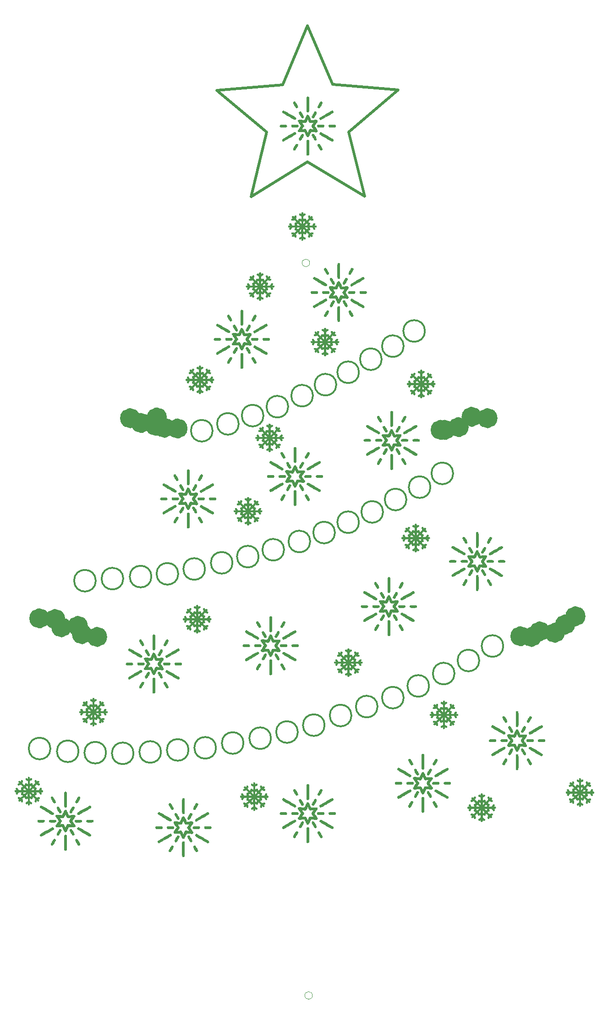
<source format=gbr>
%TF.GenerationSoftware,KiCad,Pcbnew,(5.1.10)-1*%
%TF.CreationDate,2021-10-20T09:03:38+02:00*%
%TF.ProjectId,Drvce,44727663-652e-46b6-9963-61645f706362,rev?*%
%TF.SameCoordinates,Original*%
%TF.FileFunction,Legend,Top*%
%TF.FilePolarity,Positive*%
%FSLAX46Y46*%
G04 Gerber Fmt 4.6, Leading zero omitted, Abs format (unit mm)*
G04 Created by KiCad (PCBNEW (5.1.10)-1) date 2021-10-20 09:03:38*
%MOMM*%
%LPD*%
G01*
G04 APERTURE LIST*
%ADD10C,2.000000*%
%ADD11C,0.300000*%
%ADD12C,0.500000*%
%ADD13C,0.120000*%
%ADD14C,0.010000*%
G04 APERTURE END LIST*
D10*
X139244884Y-129667000D02*
G75*
G03*
X139244884Y-129667000I-851942J0D01*
G01*
X141276884Y-129794000D02*
G75*
G03*
X141276884Y-129794000I-851942J0D01*
G01*
X142800884Y-128778000D02*
G75*
G03*
X142800884Y-128778000I-851942J0D01*
G01*
X145594884Y-129032000D02*
G75*
G03*
X145594884Y-129032000I-851942J0D01*
G01*
X147499884Y-127508000D02*
G75*
G03*
X147499884Y-127508000I-851942J0D01*
G01*
X149404884Y-125984000D02*
G75*
G03*
X149404884Y-125984000I-851942J0D01*
G01*
X61012884Y-129794000D02*
G75*
G03*
X61012884Y-129794000I-851942J0D01*
G01*
X58218884Y-129286000D02*
G75*
G03*
X58218884Y-129286000I-851942J0D01*
G01*
X57456884Y-127762000D02*
G75*
G03*
X57456884Y-127762000I-851942J0D01*
G01*
X54408884Y-128016000D02*
G75*
G03*
X54408884Y-128016000I-851942J0D01*
G01*
X53265884Y-126492000D02*
G75*
G03*
X53265884Y-126492000I-851942J0D01*
G01*
X50344884Y-126365000D02*
G75*
G03*
X50344884Y-126365000I-851942J0D01*
G01*
X75871884Y-91313000D02*
G75*
G03*
X75871884Y-91313000I-851942J0D01*
G01*
X73458884Y-91186000D02*
G75*
G03*
X73458884Y-91186000I-851942J0D01*
G01*
X71807884Y-90805000D02*
G75*
G03*
X71807884Y-90805000I-851942J0D01*
G01*
X72061884Y-89281000D02*
G75*
G03*
X72061884Y-89281000I-851942J0D01*
G01*
X69140884Y-90297000D02*
G75*
G03*
X69140884Y-90297000I-851942J0D01*
G01*
X67108884Y-89408000D02*
G75*
G03*
X67108884Y-89408000I-851942J0D01*
G01*
X124512884Y-91567000D02*
G75*
G03*
X124512884Y-91567000I-851942J0D01*
G01*
X125274884Y-91567000D02*
G75*
G03*
X125274884Y-91567000I-851942J0D01*
G01*
X127814884Y-91059000D02*
G75*
G03*
X127814884Y-91059000I-851942J0D01*
G01*
X130227884Y-89154000D02*
G75*
G03*
X130227884Y-89154000I-851942J0D01*
G01*
X133148884Y-89408000D02*
G75*
G03*
X133148884Y-89408000I-851942J0D01*
G01*
D11*
X107156000Y-144304000D02*
G75*
G03*
X107156000Y-144304000I-2000000J0D01*
G01*
X51530000Y-150400000D02*
G75*
G03*
X51530000Y-150400000I-2000000J0D01*
G01*
X56737000Y-150908000D02*
G75*
G03*
X56737000Y-150908000I-2000000J0D01*
G01*
X61817000Y-151162000D02*
G75*
G03*
X61817000Y-151162000I-2000000J0D01*
G01*
X66897000Y-151289000D02*
G75*
G03*
X66897000Y-151289000I-2000000J0D01*
G01*
X77057000Y-150654000D02*
G75*
G03*
X77057000Y-150654000I-2000000J0D01*
G01*
X71977000Y-151035000D02*
G75*
G03*
X71977000Y-151035000I-2000000J0D01*
G01*
X82137000Y-150273000D02*
G75*
G03*
X82137000Y-150273000I-2000000J0D01*
G01*
X87217000Y-149384000D02*
G75*
G03*
X87217000Y-149384000I-2000000J0D01*
G01*
X92297000Y-148495000D02*
G75*
G03*
X92297000Y-148495000I-2000000J0D01*
G01*
X97250000Y-147352000D02*
G75*
G03*
X97250000Y-147352000I-2000000J0D01*
G01*
X102203000Y-146082000D02*
G75*
G03*
X102203000Y-146082000I-2000000J0D01*
G01*
X111982000Y-142653000D02*
G75*
G03*
X111982000Y-142653000I-2000000J0D01*
G01*
X116808000Y-141002000D02*
G75*
G03*
X116808000Y-141002000I-2000000J0D01*
G01*
X121507000Y-138843000D02*
G75*
G03*
X121507000Y-138843000I-2000000J0D01*
G01*
X126206000Y-136557000D02*
G75*
G03*
X126206000Y-136557000I-2000000J0D01*
G01*
X130778000Y-134144000D02*
G75*
G03*
X130778000Y-134144000I-2000000J0D01*
G01*
X135223000Y-131477000D02*
G75*
G03*
X135223000Y-131477000I-2000000J0D01*
G01*
X59912000Y-119412000D02*
G75*
G03*
X59912000Y-119412000I-2000000J0D01*
G01*
X64992000Y-119031000D02*
G75*
G03*
X64992000Y-119031000I-2000000J0D01*
G01*
X70199000Y-118650000D02*
G75*
G03*
X70199000Y-118650000I-2000000J0D01*
G01*
X75152000Y-118142000D02*
G75*
G03*
X75152000Y-118142000I-2000000J0D01*
G01*
X80105000Y-117253000D02*
G75*
G03*
X80105000Y-117253000I-2000000J0D01*
G01*
X85185000Y-116110000D02*
G75*
G03*
X85185000Y-116110000I-2000000J0D01*
G01*
X90011000Y-114967000D02*
G75*
G03*
X90011000Y-114967000I-2000000J0D01*
G01*
X94710000Y-113697000D02*
G75*
G03*
X94710000Y-113697000I-2000000J0D01*
G01*
X99536000Y-112173000D02*
G75*
G03*
X99536000Y-112173000I-2000000J0D01*
G01*
X104108000Y-110522000D02*
G75*
G03*
X104108000Y-110522000I-2000000J0D01*
G01*
X108553000Y-108617000D02*
G75*
G03*
X108553000Y-108617000I-2000000J0D01*
G01*
X112998000Y-106712000D02*
G75*
G03*
X112998000Y-106712000I-2000000J0D01*
G01*
X117316000Y-104426000D02*
G75*
G03*
X117316000Y-104426000I-2000000J0D01*
G01*
X121761000Y-102140000D02*
G75*
G03*
X121761000Y-102140000I-2000000J0D01*
G01*
X125952000Y-99600000D02*
G75*
G03*
X125952000Y-99600000I-2000000J0D01*
G01*
X81502000Y-91726000D02*
G75*
G03*
X81502000Y-91726000I-2000000J0D01*
G01*
X86328000Y-90456000D02*
G75*
G03*
X86328000Y-90456000I-2000000J0D01*
G01*
X90900000Y-88932000D02*
G75*
G03*
X90900000Y-88932000I-2000000J0D01*
G01*
X95472000Y-87281000D02*
G75*
G03*
X95472000Y-87281000I-2000000J0D01*
G01*
X100044000Y-85249000D02*
G75*
G03*
X100044000Y-85249000I-2000000J0D01*
G01*
X104362000Y-83217000D02*
G75*
G03*
X104362000Y-83217000I-2000000J0D01*
G01*
X108553000Y-80931000D02*
G75*
G03*
X108553000Y-80931000I-2000000J0D01*
G01*
X112744000Y-78518000D02*
G75*
G03*
X112744000Y-78518000I-2000000J0D01*
G01*
X120745000Y-73311000D02*
G75*
G03*
X120745000Y-73311000I-2000000J0D01*
G01*
X116808000Y-76105000D02*
G75*
G03*
X116808000Y-76105000I-2000000J0D01*
G01*
D12*
X109583929Y-48454289D02*
X106680000Y-36576000D01*
X88637221Y-48513928D02*
X99060000Y-42100500D01*
X99060000Y-42100500D02*
X109583929Y-48454289D01*
X115836186Y-28773360D02*
X103652317Y-27800921D01*
X99020759Y-16938312D02*
X94451131Y-27827118D01*
X82272996Y-28868919D02*
X91473464Y-36619296D01*
X94451131Y-27827118D02*
X82272996Y-28868919D01*
X91473464Y-36619296D02*
X88637221Y-48513928D01*
X103652317Y-27800921D02*
X99020759Y-16938312D01*
X106680000Y-36576000D02*
X115836186Y-28773360D01*
D13*
%TO.C,REF\u002A\u002A*%
X99450000Y-60750000D02*
G75*
G03*
X99450000Y-60750000I-700000J0D01*
G01*
X99950000Y-196000000D02*
G75*
G03*
X99950000Y-196000000I-700000J0D01*
G01*
D14*
%TO.C,G\u002A\u002A\u002A*%
G36*
X90283505Y-62471765D02*
G01*
X90312367Y-62486067D01*
X90338942Y-62507464D01*
X90357890Y-62528278D01*
X90370608Y-62552553D01*
X90378489Y-62584331D01*
X90382929Y-62627656D01*
X90385323Y-62686568D01*
X90385626Y-62698377D01*
X90388932Y-62833706D01*
X90502466Y-62768839D01*
X90559991Y-62736794D01*
X90604098Y-62714836D01*
X90638448Y-62702045D01*
X90666701Y-62697497D01*
X90692518Y-62700271D01*
X90719558Y-62709445D01*
X90726448Y-62712413D01*
X90772522Y-62742151D01*
X90801624Y-62783064D01*
X90813710Y-62835080D01*
X90814082Y-62847157D01*
X90812630Y-62874921D01*
X90806914Y-62899158D01*
X90794963Y-62921751D01*
X90774805Y-62944583D01*
X90744470Y-62969537D01*
X90701988Y-62998494D01*
X90645389Y-63033339D01*
X90577521Y-63073160D01*
X90387400Y-63183360D01*
X90387400Y-63788859D01*
X90557580Y-63713913D01*
X90613832Y-63689794D01*
X90665451Y-63668880D01*
X90708879Y-63652516D01*
X90740560Y-63642049D01*
X90756026Y-63638783D01*
X90801519Y-63646792D01*
X90844879Y-63668400D01*
X90872804Y-63693895D01*
X90883691Y-63712402D01*
X90900019Y-63746061D01*
X90920049Y-63791014D01*
X90942042Y-63843405D01*
X90956931Y-63880546D01*
X90978084Y-63933781D01*
X90997010Y-63980366D01*
X91012341Y-64017014D01*
X91022707Y-64040439D01*
X91026380Y-64047331D01*
X91034975Y-64042312D01*
X91055999Y-64024520D01*
X91087628Y-63995665D01*
X91128037Y-63957453D01*
X91175400Y-63911594D01*
X91227892Y-63859795D01*
X91245125Y-63842595D01*
X91457092Y-63630447D01*
X91398911Y-63414614D01*
X91376428Y-63328821D01*
X91360253Y-63261541D01*
X91350228Y-63212022D01*
X91346194Y-63179515D01*
X91346694Y-63167231D01*
X91365659Y-63114569D01*
X91398157Y-63074831D01*
X91440810Y-63049674D01*
X91490243Y-63040754D01*
X91543077Y-63049728D01*
X91566155Y-63059579D01*
X91588052Y-63072563D01*
X91605509Y-63088541D01*
X91620268Y-63110858D01*
X91634074Y-63142859D01*
X91648672Y-63187888D01*
X91665805Y-63249290D01*
X91666560Y-63252106D01*
X91679117Y-63297702D01*
X91690240Y-63335760D01*
X91698683Y-63362167D01*
X91703084Y-63372711D01*
X91712061Y-63368236D01*
X91732356Y-63351843D01*
X91761019Y-63326078D01*
X91795100Y-63293491D01*
X91797418Y-63291212D01*
X91841356Y-63248625D01*
X91874700Y-63218632D01*
X91900825Y-63199076D01*
X91923110Y-63187797D01*
X91944931Y-63182638D01*
X91969152Y-63181437D01*
X92018421Y-63190914D01*
X92061086Y-63216722D01*
X92093443Y-63255081D01*
X92111786Y-63302212D01*
X92114562Y-63329842D01*
X92110953Y-63360324D01*
X92098840Y-63391771D01*
X92076380Y-63427061D01*
X92041726Y-63469076D01*
X91993035Y-63520694D01*
X91990955Y-63522810D01*
X91919946Y-63594981D01*
X92040133Y-63628030D01*
X92102692Y-63645754D01*
X92148743Y-63660512D01*
X92181555Y-63674001D01*
X92204398Y-63687916D01*
X92220541Y-63703953D01*
X92233254Y-63723809D01*
X92236420Y-63729844D01*
X92253600Y-63782979D01*
X92252249Y-63834259D01*
X92234031Y-63880270D01*
X92200609Y-63917602D01*
X92153649Y-63942843D01*
X92129452Y-63949177D01*
X92105990Y-63948577D01*
X92063629Y-63941455D01*
X92002274Y-63927790D01*
X91921832Y-63907561D01*
X91883551Y-63897430D01*
X91668517Y-63839847D01*
X91462298Y-64049580D01*
X91409540Y-64103394D01*
X91361605Y-64152589D01*
X91320301Y-64195287D01*
X91287432Y-64229610D01*
X91264808Y-64253678D01*
X91254234Y-64265614D01*
X91253692Y-64266456D01*
X91261883Y-64272238D01*
X91286074Y-64283747D01*
X91323205Y-64299661D01*
X91370219Y-64318658D01*
X91410560Y-64334298D01*
X91466151Y-64356300D01*
X91517089Y-64377966D01*
X91559406Y-64397493D01*
X91589132Y-64413080D01*
X91599749Y-64420183D01*
X91629144Y-64453944D01*
X91649871Y-64495067D01*
X91657400Y-64533417D01*
X91653282Y-64551680D01*
X91641561Y-64585990D01*
X91623187Y-64633964D01*
X91599108Y-64693216D01*
X91570273Y-64761361D01*
X91537633Y-64836015D01*
X91531328Y-64850180D01*
X91505256Y-64908600D01*
X92112639Y-64908600D01*
X92222839Y-64718478D01*
X92264937Y-64646804D01*
X92299377Y-64591102D01*
X92328043Y-64549399D01*
X92352818Y-64519727D01*
X92375583Y-64500113D01*
X92398221Y-64488589D01*
X92422616Y-64483182D01*
X92448842Y-64481917D01*
X92503134Y-64490495D01*
X92546338Y-64516099D01*
X92578382Y-64558683D01*
X92583586Y-64569551D01*
X92594123Y-64597405D01*
X92598475Y-64623180D01*
X92595722Y-64650536D01*
X92584940Y-64683133D01*
X92565207Y-64724632D01*
X92535602Y-64778693D01*
X92527160Y-64793533D01*
X92462293Y-64907067D01*
X92597622Y-64910373D01*
X92659575Y-64912559D01*
X92705254Y-64916554D01*
X92738703Y-64923755D01*
X92763965Y-64935555D01*
X92785081Y-64953351D01*
X92806094Y-64978536D01*
X92809932Y-64983632D01*
X92826565Y-65020660D01*
X92831332Y-65065508D01*
X92824234Y-65109505D01*
X92809932Y-65138367D01*
X92788535Y-65164942D01*
X92767721Y-65183890D01*
X92743446Y-65196608D01*
X92711668Y-65204489D01*
X92668343Y-65208929D01*
X92609431Y-65211323D01*
X92597622Y-65211626D01*
X92462293Y-65214932D01*
X92527160Y-65328466D01*
X92559205Y-65385991D01*
X92581163Y-65430098D01*
X92593954Y-65464448D01*
X92598502Y-65492701D01*
X92595728Y-65518518D01*
X92586554Y-65545558D01*
X92583586Y-65552448D01*
X92553848Y-65598522D01*
X92512935Y-65627624D01*
X92460919Y-65639710D01*
X92448842Y-65640082D01*
X92421078Y-65638630D01*
X92396841Y-65632914D01*
X92374248Y-65620963D01*
X92351416Y-65600805D01*
X92326462Y-65570470D01*
X92297505Y-65527988D01*
X92262660Y-65471389D01*
X92222839Y-65403521D01*
X92112639Y-65213400D01*
X91507140Y-65213400D01*
X91582086Y-65383580D01*
X91606205Y-65439832D01*
X91627119Y-65491451D01*
X91643483Y-65534879D01*
X91653950Y-65566560D01*
X91657216Y-65582026D01*
X91649207Y-65627519D01*
X91627599Y-65670879D01*
X91602104Y-65698804D01*
X91583601Y-65709696D01*
X91549949Y-65726041D01*
X91505004Y-65746097D01*
X91452623Y-65768124D01*
X91415453Y-65783053D01*
X91362427Y-65803999D01*
X91316199Y-65822363D01*
X91279999Y-65836852D01*
X91257057Y-65846177D01*
X91250492Y-65849006D01*
X91255911Y-65856739D01*
X91273946Y-65877089D01*
X91302895Y-65908256D01*
X91341056Y-65948436D01*
X91386729Y-65995827D01*
X91438212Y-66048627D01*
X91456473Y-66067223D01*
X91668042Y-66282279D01*
X91883314Y-66224632D01*
X91971597Y-66201713D01*
X92040755Y-66185362D01*
X92090887Y-66175558D01*
X92122090Y-66172281D01*
X92129452Y-66172822D01*
X92181776Y-66191747D01*
X92221283Y-66224245D01*
X92246309Y-66266906D01*
X92255192Y-66316317D01*
X92246266Y-66369065D01*
X92236420Y-66392155D01*
X92224065Y-66413289D01*
X92209135Y-66430162D01*
X92188361Y-66444468D01*
X92158472Y-66457905D01*
X92116200Y-66472167D01*
X92058275Y-66488951D01*
X92040133Y-66493969D01*
X91919946Y-66527018D01*
X91990955Y-66599189D01*
X92040197Y-66651215D01*
X92075334Y-66693531D01*
X92098210Y-66729018D01*
X92110670Y-66760555D01*
X92114558Y-66791021D01*
X92114562Y-66792157D01*
X92105278Y-66842440D01*
X92079991Y-66885983D01*
X92042405Y-66919006D01*
X91996224Y-66937728D01*
X91969152Y-66940562D01*
X91944503Y-66939307D01*
X91922705Y-66934052D01*
X91900379Y-66922638D01*
X91874148Y-66902905D01*
X91840636Y-66872695D01*
X91797418Y-66830787D01*
X91763089Y-66797847D01*
X91733987Y-66771565D01*
X91713062Y-66754489D01*
X91703265Y-66749168D01*
X91703084Y-66749288D01*
X91698345Y-66760835D01*
X91689744Y-66787953D01*
X91678520Y-66826543D01*
X91666400Y-66870680D01*
X91647463Y-66936752D01*
X91629985Y-66985855D01*
X91612303Y-67021098D01*
X91592757Y-67045589D01*
X91569683Y-67062440D01*
X91561724Y-67066518D01*
X91509415Y-67081352D01*
X91458709Y-67077822D01*
X91413183Y-67057784D01*
X91376412Y-67023099D01*
X91351974Y-66975625D01*
X91346694Y-66954768D01*
X91346952Y-66932824D01*
X91353099Y-66894351D01*
X91365293Y-66838601D01*
X91383694Y-66764821D01*
X91398910Y-66707386D01*
X91457091Y-66491555D01*
X91249998Y-66284277D01*
X91196647Y-66231222D01*
X91147685Y-66183187D01*
X91105005Y-66141978D01*
X91070503Y-66109402D01*
X91046072Y-66087266D01*
X91033608Y-66077375D01*
X91032652Y-66077021D01*
X91025820Y-66086045D01*
X91013368Y-66111019D01*
X90996689Y-66148824D01*
X90977176Y-66196337D01*
X90961440Y-66236670D01*
X90939399Y-66292288D01*
X90917731Y-66343230D01*
X90898229Y-66385545D01*
X90882687Y-66415278D01*
X90875554Y-66425989D01*
X90841987Y-66455203D01*
X90800955Y-66475860D01*
X90762582Y-66483400D01*
X90744319Y-66479282D01*
X90710009Y-66467561D01*
X90662035Y-66449187D01*
X90602783Y-66425108D01*
X90534638Y-66396273D01*
X90459984Y-66363633D01*
X90445820Y-66357328D01*
X90387400Y-66331256D01*
X90387400Y-66938359D01*
X90577580Y-67048699D01*
X90649323Y-67090893D01*
X90705081Y-67125434D01*
X90746820Y-67154185D01*
X90776509Y-67179010D01*
X90796114Y-67201773D01*
X90807603Y-67224339D01*
X90812944Y-67248571D01*
X90814120Y-67272807D01*
X90805497Y-67327987D01*
X90781142Y-67372640D01*
X90743318Y-67404366D01*
X90694293Y-67420767D01*
X90672687Y-67422491D01*
X90650438Y-67421345D01*
X90627502Y-67416121D01*
X90599863Y-67405199D01*
X90563502Y-67386958D01*
X90514404Y-67359779D01*
X90507413Y-67355810D01*
X90388930Y-67288420D01*
X90385625Y-67423686D01*
X90383881Y-67480337D01*
X90381495Y-67520600D01*
X90377882Y-67548407D01*
X90372457Y-67567689D01*
X90364638Y-67582377D01*
X90361372Y-67586968D01*
X90321096Y-67627630D01*
X90274911Y-67652192D01*
X90226412Y-67659445D01*
X90179194Y-67648183D01*
X90179120Y-67648148D01*
X90135265Y-67618035D01*
X90102178Y-67575875D01*
X90093436Y-67557158D01*
X90089124Y-67535767D01*
X90085626Y-67499360D01*
X90083326Y-67453236D01*
X90082600Y-67408053D01*
X90082600Y-67287550D01*
X89963351Y-67355375D01*
X89912291Y-67383837D01*
X89874483Y-67403168D01*
X89845930Y-67414981D01*
X89822640Y-67420892D01*
X89800616Y-67422516D01*
X89797312Y-67422491D01*
X89744542Y-67412698D01*
X89702092Y-67386647D01*
X89672229Y-67346737D01*
X89657219Y-67295366D01*
X89655880Y-67272807D01*
X89657435Y-67245568D01*
X89663413Y-67221634D01*
X89675782Y-67199143D01*
X89696509Y-67176230D01*
X89727562Y-67151035D01*
X89770908Y-67121694D01*
X89828515Y-67086344D01*
X89892478Y-67048839D01*
X90082600Y-66938639D01*
X90082600Y-66333140D01*
X89912420Y-66408086D01*
X89856167Y-66432205D01*
X89804548Y-66453119D01*
X89761120Y-66469483D01*
X89729439Y-66479950D01*
X89713973Y-66483216D01*
X89668480Y-66475207D01*
X89625120Y-66453599D01*
X89597195Y-66428104D01*
X89586303Y-66409601D01*
X89569958Y-66375949D01*
X89549902Y-66331004D01*
X89527875Y-66278623D01*
X89512946Y-66241453D01*
X89491941Y-66188316D01*
X89473452Y-66141874D01*
X89458787Y-66105389D01*
X89449255Y-66082122D01*
X89446267Y-66075316D01*
X89438360Y-66080446D01*
X89417869Y-66098228D01*
X89386601Y-66126970D01*
X89346361Y-66164978D01*
X89298956Y-66210560D01*
X89246192Y-66262021D01*
X89227689Y-66280225D01*
X89013000Y-66491896D01*
X89071135Y-66707557D01*
X89093610Y-66793324D01*
X89109775Y-66860578D01*
X89119789Y-66910069D01*
X89123809Y-66942545D01*
X89123305Y-66954768D01*
X89104450Y-67006586D01*
X89071914Y-67046316D01*
X89029271Y-67072099D01*
X88980100Y-67082077D01*
X88927976Y-67074392D01*
X88908275Y-67066518D01*
X88883801Y-67051373D01*
X88863359Y-67029531D01*
X88845287Y-66997882D01*
X88827923Y-66953318D01*
X88809605Y-66892729D01*
X88803599Y-66870680D01*
X88791208Y-66825179D01*
X88780516Y-66787439D01*
X88772685Y-66761464D01*
X88768920Y-66751293D01*
X88760597Y-66756372D01*
X88740894Y-66773008D01*
X88712900Y-66798491D01*
X88684746Y-66825220D01*
X88648580Y-66859183D01*
X88614483Y-66889508D01*
X88586985Y-66912254D01*
X88573840Y-66921709D01*
X88528860Y-66938748D01*
X88482121Y-66938569D01*
X88437566Y-66923456D01*
X88399136Y-66895693D01*
X88370776Y-66857565D01*
X88356426Y-66811357D01*
X88355437Y-66795152D01*
X88356692Y-66770503D01*
X88361947Y-66748705D01*
X88373361Y-66726379D01*
X88393094Y-66700148D01*
X88423304Y-66666636D01*
X88465212Y-66623418D01*
X88498152Y-66589089D01*
X88524434Y-66559987D01*
X88541510Y-66539062D01*
X88546831Y-66529265D01*
X88546711Y-66529084D01*
X88535159Y-66524335D01*
X88508054Y-66515723D01*
X88469508Y-66504496D01*
X88426106Y-66492560D01*
X88363987Y-66475291D01*
X88318373Y-66460626D01*
X88285920Y-66446822D01*
X88263282Y-66432133D01*
X88247117Y-66414817D01*
X88234078Y-66393129D01*
X88233579Y-66392155D01*
X88216337Y-66338885D01*
X88217712Y-66287570D01*
X88236050Y-66241576D01*
X88269697Y-66204271D01*
X88317000Y-66179024D01*
X88341361Y-66172669D01*
X88363160Y-66172878D01*
X88401214Y-66178890D01*
X88456344Y-66190880D01*
X88529372Y-66209020D01*
X88588885Y-66224745D01*
X88804726Y-66282809D01*
X89011863Y-66075857D01*
X89064904Y-66022513D01*
X89112924Y-65973542D01*
X89154117Y-65930844D01*
X89186675Y-65896316D01*
X89208789Y-65871855D01*
X89218653Y-65859359D01*
X89219000Y-65858404D01*
X89209978Y-65851502D01*
X89187931Y-65840481D01*
X89677008Y-65840481D01*
X89734356Y-65984140D01*
X89754580Y-66033863D01*
X89772483Y-66076125D01*
X89786630Y-66107674D01*
X89795588Y-66125256D01*
X89797732Y-66127800D01*
X89808673Y-66123889D01*
X89834735Y-66113127D01*
X89872496Y-66096968D01*
X89918531Y-66076866D01*
X89940640Y-66067096D01*
X90077520Y-66006392D01*
X90077549Y-66003257D01*
X90387400Y-66003257D01*
X90527100Y-66064967D01*
X90576317Y-66086553D01*
X90618870Y-66104921D01*
X90651342Y-66118620D01*
X90670320Y-66126199D01*
X90673642Y-66127239D01*
X90679477Y-66118477D01*
X90691135Y-66093924D01*
X90707211Y-66056776D01*
X90726301Y-66010236D01*
X90738530Y-65979359D01*
X90796576Y-65830919D01*
X90591988Y-65626330D01*
X90387400Y-65421742D01*
X90387400Y-66003257D01*
X90077549Y-66003257D01*
X90082910Y-65427376D01*
X89970144Y-65536288D01*
X89920726Y-65584805D01*
X89867039Y-65638810D01*
X89815209Y-65692066D01*
X89771363Y-65738339D01*
X89767193Y-65742840D01*
X89677008Y-65840481D01*
X89187931Y-65840481D01*
X89184996Y-65839014D01*
X89147175Y-65822333D01*
X89099641Y-65802854D01*
X89059351Y-65787191D01*
X89003716Y-65765230D01*
X88952759Y-65743630D01*
X88910436Y-65724180D01*
X88880704Y-65708670D01*
X88870010Y-65701554D01*
X88840796Y-65667988D01*
X88820139Y-65626955D01*
X88812600Y-65588582D01*
X88816717Y-65570319D01*
X88828438Y-65536009D01*
X88840323Y-65504975D01*
X89171908Y-65504975D01*
X89182829Y-65510461D01*
X89208591Y-65521578D01*
X89245063Y-65536680D01*
X89288115Y-65554121D01*
X89333616Y-65572255D01*
X89377433Y-65589438D01*
X89415437Y-65604024D01*
X89443496Y-65614368D01*
X89457478Y-65618823D01*
X89457855Y-65618874D01*
X89467418Y-65612193D01*
X89489341Y-65592864D01*
X89521708Y-65562702D01*
X89562607Y-65523524D01*
X89610122Y-65477143D01*
X89662340Y-65425377D01*
X89671120Y-65416600D01*
X89874129Y-65213400D01*
X89292753Y-65213400D01*
X89230036Y-65356893D01*
X89208734Y-65406557D01*
X89191136Y-65449375D01*
X89178536Y-65482054D01*
X89172224Y-65501301D01*
X89171908Y-65504975D01*
X88840323Y-65504975D01*
X88846812Y-65488035D01*
X88870891Y-65428783D01*
X88899726Y-65360638D01*
X88932366Y-65285984D01*
X88938671Y-65271820D01*
X88964743Y-65213400D01*
X88357360Y-65213400D01*
X88247160Y-65403521D01*
X88205062Y-65475195D01*
X88170622Y-65530897D01*
X88141956Y-65572600D01*
X88117181Y-65602272D01*
X88094416Y-65621886D01*
X88071778Y-65633410D01*
X88047383Y-65638817D01*
X88021157Y-65640082D01*
X87966865Y-65631504D01*
X87923661Y-65605900D01*
X87891617Y-65563316D01*
X87886413Y-65552448D01*
X87875876Y-65524594D01*
X87871524Y-65498819D01*
X87874277Y-65471463D01*
X87885059Y-65438866D01*
X87904792Y-65397367D01*
X87934397Y-65343306D01*
X87942839Y-65328466D01*
X88007706Y-65214932D01*
X87931773Y-65213077D01*
X90607387Y-65213077D01*
X90718373Y-65326706D01*
X90765978Y-65375606D01*
X90817334Y-65428625D01*
X90866777Y-65479901D01*
X90908647Y-65523576D01*
X90914838Y-65530068D01*
X90948149Y-65564563D01*
X90976384Y-65592915D01*
X90996642Y-65612273D01*
X91006024Y-65619786D01*
X91006140Y-65619800D01*
X91017121Y-65616228D01*
X91043563Y-65606381D01*
X91082072Y-65591557D01*
X91129254Y-65573055D01*
X91156882Y-65562097D01*
X91206843Y-65541829D01*
X91249356Y-65523869D01*
X91281179Y-65509643D01*
X91299071Y-65500577D01*
X91301800Y-65498317D01*
X91297889Y-65487358D01*
X91287126Y-65461279D01*
X91270966Y-65423505D01*
X91250863Y-65377462D01*
X91241096Y-65355359D01*
X91180392Y-65218480D01*
X90893890Y-65215778D01*
X90607387Y-65213077D01*
X87931773Y-65213077D01*
X87872377Y-65211626D01*
X87810424Y-65209440D01*
X87764745Y-65205445D01*
X87731296Y-65198244D01*
X87706034Y-65186444D01*
X87684918Y-65168648D01*
X87663905Y-65143463D01*
X87660067Y-65138367D01*
X87643434Y-65101339D01*
X87638667Y-65056491D01*
X87645765Y-65012494D01*
X87660067Y-64983632D01*
X87681464Y-64957057D01*
X87702278Y-64938109D01*
X87726553Y-64925391D01*
X87758331Y-64917510D01*
X87801656Y-64913070D01*
X87860568Y-64910676D01*
X87872377Y-64910373D01*
X88007706Y-64907067D01*
X87942839Y-64793533D01*
X87910794Y-64736008D01*
X87888836Y-64691901D01*
X87876045Y-64657551D01*
X87871497Y-64629298D01*
X87874271Y-64603481D01*
X87883445Y-64576441D01*
X87886413Y-64569551D01*
X87916151Y-64523477D01*
X87957064Y-64494375D01*
X88009080Y-64482289D01*
X88021157Y-64481917D01*
X88048921Y-64483369D01*
X88073158Y-64489085D01*
X88095751Y-64501036D01*
X88118583Y-64521194D01*
X88143537Y-64551529D01*
X88172494Y-64594011D01*
X88207339Y-64650610D01*
X88247160Y-64718478D01*
X88357360Y-64908600D01*
X88660109Y-64908599D01*
X88962859Y-64908599D01*
X88887913Y-64738419D01*
X88863794Y-64682167D01*
X88842880Y-64630548D01*
X88840488Y-64624199D01*
X89168200Y-64624199D01*
X89172125Y-64635448D01*
X89182861Y-64661534D01*
X89198849Y-64698777D01*
X89218532Y-64743495D01*
X89222285Y-64751916D01*
X89243154Y-64798880D01*
X89261352Y-64840261D01*
X89275073Y-64871923D01*
X89282512Y-64889729D01*
X89282927Y-64890820D01*
X89286154Y-64895990D01*
X89293060Y-64900055D01*
X89305858Y-64903144D01*
X89326764Y-64905391D01*
X89357993Y-64906926D01*
X89401759Y-64907882D01*
X89460277Y-64908390D01*
X89535761Y-64908581D01*
X89581869Y-64908600D01*
X89874257Y-64908600D01*
X90607702Y-64908600D01*
X91177223Y-64908600D01*
X91233827Y-64779060D01*
X91254944Y-64730582D01*
X91273447Y-64687826D01*
X91287642Y-64654727D01*
X91295832Y-64635226D01*
X91296801Y-64632785D01*
X91296162Y-64625112D01*
X91286985Y-64616215D01*
X91266911Y-64604855D01*
X91233582Y-64589794D01*
X91184640Y-64569794D01*
X91153589Y-64557559D01*
X91004007Y-64499067D01*
X90916683Y-64590283D01*
X90875944Y-64632676D01*
X90826738Y-64683633D01*
X90774819Y-64737207D01*
X90725944Y-64787450D01*
X90718531Y-64795049D01*
X90607702Y-64908600D01*
X89874257Y-64908600D01*
X89465060Y-64499403D01*
X89316630Y-64558504D01*
X89266023Y-64579051D01*
X89222829Y-64597346D01*
X89190251Y-64611971D01*
X89171490Y-64621509D01*
X89168200Y-64624199D01*
X88840488Y-64624199D01*
X88826516Y-64587120D01*
X88816049Y-64555439D01*
X88812783Y-64539973D01*
X88820873Y-64494227D01*
X88842726Y-64450697D01*
X88868167Y-64422981D01*
X88886790Y-64412029D01*
X88920565Y-64395684D01*
X88965616Y-64375687D01*
X89018068Y-64353778D01*
X89054818Y-64339131D01*
X89108031Y-64318098D01*
X89154583Y-64299250D01*
X89191182Y-64283955D01*
X89192974Y-64283159D01*
X89676238Y-64283159D01*
X89729080Y-64339339D01*
X89750005Y-64361235D01*
X89780175Y-64392340D01*
X89817241Y-64430276D01*
X89858853Y-64472666D01*
X89902663Y-64517133D01*
X89946319Y-64561300D01*
X89987473Y-64602790D01*
X90023776Y-64639226D01*
X90052877Y-64668231D01*
X90072427Y-64687427D01*
X90080060Y-64694435D01*
X90080713Y-64684913D01*
X90081304Y-64657616D01*
X90081810Y-64615087D01*
X90082210Y-64559872D01*
X90082479Y-64494513D01*
X90082596Y-64421555D01*
X90082600Y-64406996D01*
X90082600Y-64118753D01*
X90081795Y-64118401D01*
X90387400Y-64118401D01*
X90387400Y-64700257D01*
X90591605Y-64496052D01*
X90795810Y-64291846D01*
X90738311Y-64145796D01*
X90718294Y-64095290D01*
X90700834Y-64051878D01*
X90687293Y-64018892D01*
X90679030Y-63999665D01*
X90677226Y-63996159D01*
X90667197Y-63998790D01*
X90641888Y-64008402D01*
X90604566Y-64023675D01*
X90558497Y-64043287D01*
X90530519Y-64055486D01*
X90387400Y-64118401D01*
X90081795Y-64118401D01*
X89939106Y-64056036D01*
X89889448Y-64034730D01*
X89846644Y-64017119D01*
X89813985Y-64004499D01*
X89794762Y-63998162D01*
X89791102Y-63997830D01*
X89785988Y-64008398D01*
X89774929Y-64034470D01*
X89759339Y-64072612D01*
X89740633Y-64119388D01*
X89731414Y-64142750D01*
X89676238Y-64283159D01*
X89192974Y-64283159D01*
X89214532Y-64273584D01*
X89221331Y-64269897D01*
X89216311Y-64261231D01*
X89198517Y-64240140D01*
X89169657Y-64208452D01*
X89131441Y-64167995D01*
X89085576Y-64120596D01*
X89033772Y-64068084D01*
X89016595Y-64050874D01*
X88804447Y-63838907D01*
X88588614Y-63897088D01*
X88502821Y-63919571D01*
X88435541Y-63935746D01*
X88386022Y-63945771D01*
X88353515Y-63949805D01*
X88341231Y-63949305D01*
X88288569Y-63930340D01*
X88248831Y-63897842D01*
X88223674Y-63855189D01*
X88214754Y-63805756D01*
X88223728Y-63752922D01*
X88233579Y-63729844D01*
X88246563Y-63707947D01*
X88262541Y-63690490D01*
X88284858Y-63675731D01*
X88316859Y-63661925D01*
X88361888Y-63647327D01*
X88423290Y-63630194D01*
X88426106Y-63629439D01*
X88471702Y-63616882D01*
X88509760Y-63605759D01*
X88536167Y-63597316D01*
X88546711Y-63592915D01*
X88542236Y-63583938D01*
X88525843Y-63563643D01*
X88500078Y-63534980D01*
X88467491Y-63500899D01*
X88465212Y-63498581D01*
X88422625Y-63454643D01*
X88392632Y-63421299D01*
X88373076Y-63395174D01*
X88361797Y-63372889D01*
X88356638Y-63351068D01*
X88355437Y-63326847D01*
X88364442Y-63278526D01*
X88388726Y-63237550D01*
X88424347Y-63206204D01*
X88467362Y-63186772D01*
X88513828Y-63181540D01*
X88559804Y-63192791D01*
X88573840Y-63200290D01*
X88593802Y-63215159D01*
X88623618Y-63240438D01*
X88658757Y-63272187D01*
X88684746Y-63296779D01*
X88717379Y-63327670D01*
X88744357Y-63352032D01*
X88762592Y-63367152D01*
X88768920Y-63370706D01*
X88772867Y-63359986D01*
X88780806Y-63333631D01*
X88791567Y-63295656D01*
X88803439Y-63252106D01*
X88820708Y-63189987D01*
X88835373Y-63144373D01*
X88849177Y-63111920D01*
X88863866Y-63089282D01*
X88881182Y-63073117D01*
X88902870Y-63060078D01*
X88903844Y-63059579D01*
X88957103Y-63042345D01*
X89008423Y-63043722D01*
X89054426Y-63062054D01*
X89091735Y-63095683D01*
X89116973Y-63142953D01*
X89123305Y-63167231D01*
X89123047Y-63189192D01*
X89116895Y-63227691D01*
X89104691Y-63283475D01*
X89086277Y-63357294D01*
X89071163Y-63414336D01*
X89013057Y-63629890D01*
X89224200Y-63837445D01*
X89278121Y-63890250D01*
X89327375Y-63938103D01*
X89370104Y-63979229D01*
X89404450Y-64011852D01*
X89428554Y-64034199D01*
X89440558Y-64044494D01*
X89441471Y-64044978D01*
X89446932Y-64035970D01*
X89458193Y-64011039D01*
X89473946Y-63973296D01*
X89492882Y-63925854D01*
X89508560Y-63885329D01*
X89530600Y-63829711D01*
X89552268Y-63778769D01*
X89571770Y-63736454D01*
X89587312Y-63706721D01*
X89594445Y-63696010D01*
X89628967Y-63666122D01*
X89671074Y-63645562D01*
X89708893Y-63638727D01*
X89725322Y-63642653D01*
X89756951Y-63653488D01*
X89800384Y-63669948D01*
X89852228Y-63690748D01*
X89907340Y-63713854D01*
X90082600Y-63788853D01*
X90082600Y-63486107D01*
X90082599Y-63183360D01*
X89892478Y-63073160D01*
X89820804Y-63031062D01*
X89765102Y-62996622D01*
X89723399Y-62967956D01*
X89693727Y-62943181D01*
X89674113Y-62920416D01*
X89662589Y-62897778D01*
X89657182Y-62873383D01*
X89655917Y-62847157D01*
X89664495Y-62792865D01*
X89690099Y-62749661D01*
X89732683Y-62717617D01*
X89743551Y-62712413D01*
X89771405Y-62701876D01*
X89797180Y-62697524D01*
X89824536Y-62700277D01*
X89857133Y-62711059D01*
X89898632Y-62730792D01*
X89952693Y-62760397D01*
X89967533Y-62768839D01*
X90081067Y-62833706D01*
X90084373Y-62698377D01*
X90086559Y-62636424D01*
X90090554Y-62590745D01*
X90097755Y-62557296D01*
X90109555Y-62532034D01*
X90127351Y-62510918D01*
X90152536Y-62489905D01*
X90157632Y-62486067D01*
X90194660Y-62469434D01*
X90239508Y-62464667D01*
X90283505Y-62471765D01*
G37*
X90283505Y-62471765D02*
X90312367Y-62486067D01*
X90338942Y-62507464D01*
X90357890Y-62528278D01*
X90370608Y-62552553D01*
X90378489Y-62584331D01*
X90382929Y-62627656D01*
X90385323Y-62686568D01*
X90385626Y-62698377D01*
X90388932Y-62833706D01*
X90502466Y-62768839D01*
X90559991Y-62736794D01*
X90604098Y-62714836D01*
X90638448Y-62702045D01*
X90666701Y-62697497D01*
X90692518Y-62700271D01*
X90719558Y-62709445D01*
X90726448Y-62712413D01*
X90772522Y-62742151D01*
X90801624Y-62783064D01*
X90813710Y-62835080D01*
X90814082Y-62847157D01*
X90812630Y-62874921D01*
X90806914Y-62899158D01*
X90794963Y-62921751D01*
X90774805Y-62944583D01*
X90744470Y-62969537D01*
X90701988Y-62998494D01*
X90645389Y-63033339D01*
X90577521Y-63073160D01*
X90387400Y-63183360D01*
X90387400Y-63788859D01*
X90557580Y-63713913D01*
X90613832Y-63689794D01*
X90665451Y-63668880D01*
X90708879Y-63652516D01*
X90740560Y-63642049D01*
X90756026Y-63638783D01*
X90801519Y-63646792D01*
X90844879Y-63668400D01*
X90872804Y-63693895D01*
X90883691Y-63712402D01*
X90900019Y-63746061D01*
X90920049Y-63791014D01*
X90942042Y-63843405D01*
X90956931Y-63880546D01*
X90978084Y-63933781D01*
X90997010Y-63980366D01*
X91012341Y-64017014D01*
X91022707Y-64040439D01*
X91026380Y-64047331D01*
X91034975Y-64042312D01*
X91055999Y-64024520D01*
X91087628Y-63995665D01*
X91128037Y-63957453D01*
X91175400Y-63911594D01*
X91227892Y-63859795D01*
X91245125Y-63842595D01*
X91457092Y-63630447D01*
X91398911Y-63414614D01*
X91376428Y-63328821D01*
X91360253Y-63261541D01*
X91350228Y-63212022D01*
X91346194Y-63179515D01*
X91346694Y-63167231D01*
X91365659Y-63114569D01*
X91398157Y-63074831D01*
X91440810Y-63049674D01*
X91490243Y-63040754D01*
X91543077Y-63049728D01*
X91566155Y-63059579D01*
X91588052Y-63072563D01*
X91605509Y-63088541D01*
X91620268Y-63110858D01*
X91634074Y-63142859D01*
X91648672Y-63187888D01*
X91665805Y-63249290D01*
X91666560Y-63252106D01*
X91679117Y-63297702D01*
X91690240Y-63335760D01*
X91698683Y-63362167D01*
X91703084Y-63372711D01*
X91712061Y-63368236D01*
X91732356Y-63351843D01*
X91761019Y-63326078D01*
X91795100Y-63293491D01*
X91797418Y-63291212D01*
X91841356Y-63248625D01*
X91874700Y-63218632D01*
X91900825Y-63199076D01*
X91923110Y-63187797D01*
X91944931Y-63182638D01*
X91969152Y-63181437D01*
X92018421Y-63190914D01*
X92061086Y-63216722D01*
X92093443Y-63255081D01*
X92111786Y-63302212D01*
X92114562Y-63329842D01*
X92110953Y-63360324D01*
X92098840Y-63391771D01*
X92076380Y-63427061D01*
X92041726Y-63469076D01*
X91993035Y-63520694D01*
X91990955Y-63522810D01*
X91919946Y-63594981D01*
X92040133Y-63628030D01*
X92102692Y-63645754D01*
X92148743Y-63660512D01*
X92181555Y-63674001D01*
X92204398Y-63687916D01*
X92220541Y-63703953D01*
X92233254Y-63723809D01*
X92236420Y-63729844D01*
X92253600Y-63782979D01*
X92252249Y-63834259D01*
X92234031Y-63880270D01*
X92200609Y-63917602D01*
X92153649Y-63942843D01*
X92129452Y-63949177D01*
X92105990Y-63948577D01*
X92063629Y-63941455D01*
X92002274Y-63927790D01*
X91921832Y-63907561D01*
X91883551Y-63897430D01*
X91668517Y-63839847D01*
X91462298Y-64049580D01*
X91409540Y-64103394D01*
X91361605Y-64152589D01*
X91320301Y-64195287D01*
X91287432Y-64229610D01*
X91264808Y-64253678D01*
X91254234Y-64265614D01*
X91253692Y-64266456D01*
X91261883Y-64272238D01*
X91286074Y-64283747D01*
X91323205Y-64299661D01*
X91370219Y-64318658D01*
X91410560Y-64334298D01*
X91466151Y-64356300D01*
X91517089Y-64377966D01*
X91559406Y-64397493D01*
X91589132Y-64413080D01*
X91599749Y-64420183D01*
X91629144Y-64453944D01*
X91649871Y-64495067D01*
X91657400Y-64533417D01*
X91653282Y-64551680D01*
X91641561Y-64585990D01*
X91623187Y-64633964D01*
X91599108Y-64693216D01*
X91570273Y-64761361D01*
X91537633Y-64836015D01*
X91531328Y-64850180D01*
X91505256Y-64908600D01*
X92112639Y-64908600D01*
X92222839Y-64718478D01*
X92264937Y-64646804D01*
X92299377Y-64591102D01*
X92328043Y-64549399D01*
X92352818Y-64519727D01*
X92375583Y-64500113D01*
X92398221Y-64488589D01*
X92422616Y-64483182D01*
X92448842Y-64481917D01*
X92503134Y-64490495D01*
X92546338Y-64516099D01*
X92578382Y-64558683D01*
X92583586Y-64569551D01*
X92594123Y-64597405D01*
X92598475Y-64623180D01*
X92595722Y-64650536D01*
X92584940Y-64683133D01*
X92565207Y-64724632D01*
X92535602Y-64778693D01*
X92527160Y-64793533D01*
X92462293Y-64907067D01*
X92597622Y-64910373D01*
X92659575Y-64912559D01*
X92705254Y-64916554D01*
X92738703Y-64923755D01*
X92763965Y-64935555D01*
X92785081Y-64953351D01*
X92806094Y-64978536D01*
X92809932Y-64983632D01*
X92826565Y-65020660D01*
X92831332Y-65065508D01*
X92824234Y-65109505D01*
X92809932Y-65138367D01*
X92788535Y-65164942D01*
X92767721Y-65183890D01*
X92743446Y-65196608D01*
X92711668Y-65204489D01*
X92668343Y-65208929D01*
X92609431Y-65211323D01*
X92597622Y-65211626D01*
X92462293Y-65214932D01*
X92527160Y-65328466D01*
X92559205Y-65385991D01*
X92581163Y-65430098D01*
X92593954Y-65464448D01*
X92598502Y-65492701D01*
X92595728Y-65518518D01*
X92586554Y-65545558D01*
X92583586Y-65552448D01*
X92553848Y-65598522D01*
X92512935Y-65627624D01*
X92460919Y-65639710D01*
X92448842Y-65640082D01*
X92421078Y-65638630D01*
X92396841Y-65632914D01*
X92374248Y-65620963D01*
X92351416Y-65600805D01*
X92326462Y-65570470D01*
X92297505Y-65527988D01*
X92262660Y-65471389D01*
X92222839Y-65403521D01*
X92112639Y-65213400D01*
X91507140Y-65213400D01*
X91582086Y-65383580D01*
X91606205Y-65439832D01*
X91627119Y-65491451D01*
X91643483Y-65534879D01*
X91653950Y-65566560D01*
X91657216Y-65582026D01*
X91649207Y-65627519D01*
X91627599Y-65670879D01*
X91602104Y-65698804D01*
X91583601Y-65709696D01*
X91549949Y-65726041D01*
X91505004Y-65746097D01*
X91452623Y-65768124D01*
X91415453Y-65783053D01*
X91362427Y-65803999D01*
X91316199Y-65822363D01*
X91279999Y-65836852D01*
X91257057Y-65846177D01*
X91250492Y-65849006D01*
X91255911Y-65856739D01*
X91273946Y-65877089D01*
X91302895Y-65908256D01*
X91341056Y-65948436D01*
X91386729Y-65995827D01*
X91438212Y-66048627D01*
X91456473Y-66067223D01*
X91668042Y-66282279D01*
X91883314Y-66224632D01*
X91971597Y-66201713D01*
X92040755Y-66185362D01*
X92090887Y-66175558D01*
X92122090Y-66172281D01*
X92129452Y-66172822D01*
X92181776Y-66191747D01*
X92221283Y-66224245D01*
X92246309Y-66266906D01*
X92255192Y-66316317D01*
X92246266Y-66369065D01*
X92236420Y-66392155D01*
X92224065Y-66413289D01*
X92209135Y-66430162D01*
X92188361Y-66444468D01*
X92158472Y-66457905D01*
X92116200Y-66472167D01*
X92058275Y-66488951D01*
X92040133Y-66493969D01*
X91919946Y-66527018D01*
X91990955Y-66599189D01*
X92040197Y-66651215D01*
X92075334Y-66693531D01*
X92098210Y-66729018D01*
X92110670Y-66760555D01*
X92114558Y-66791021D01*
X92114562Y-66792157D01*
X92105278Y-66842440D01*
X92079991Y-66885983D01*
X92042405Y-66919006D01*
X91996224Y-66937728D01*
X91969152Y-66940562D01*
X91944503Y-66939307D01*
X91922705Y-66934052D01*
X91900379Y-66922638D01*
X91874148Y-66902905D01*
X91840636Y-66872695D01*
X91797418Y-66830787D01*
X91763089Y-66797847D01*
X91733987Y-66771565D01*
X91713062Y-66754489D01*
X91703265Y-66749168D01*
X91703084Y-66749288D01*
X91698345Y-66760835D01*
X91689744Y-66787953D01*
X91678520Y-66826543D01*
X91666400Y-66870680D01*
X91647463Y-66936752D01*
X91629985Y-66985855D01*
X91612303Y-67021098D01*
X91592757Y-67045589D01*
X91569683Y-67062440D01*
X91561724Y-67066518D01*
X91509415Y-67081352D01*
X91458709Y-67077822D01*
X91413183Y-67057784D01*
X91376412Y-67023099D01*
X91351974Y-66975625D01*
X91346694Y-66954768D01*
X91346952Y-66932824D01*
X91353099Y-66894351D01*
X91365293Y-66838601D01*
X91383694Y-66764821D01*
X91398910Y-66707386D01*
X91457091Y-66491555D01*
X91249998Y-66284277D01*
X91196647Y-66231222D01*
X91147685Y-66183187D01*
X91105005Y-66141978D01*
X91070503Y-66109402D01*
X91046072Y-66087266D01*
X91033608Y-66077375D01*
X91032652Y-66077021D01*
X91025820Y-66086045D01*
X91013368Y-66111019D01*
X90996689Y-66148824D01*
X90977176Y-66196337D01*
X90961440Y-66236670D01*
X90939399Y-66292288D01*
X90917731Y-66343230D01*
X90898229Y-66385545D01*
X90882687Y-66415278D01*
X90875554Y-66425989D01*
X90841987Y-66455203D01*
X90800955Y-66475860D01*
X90762582Y-66483400D01*
X90744319Y-66479282D01*
X90710009Y-66467561D01*
X90662035Y-66449187D01*
X90602783Y-66425108D01*
X90534638Y-66396273D01*
X90459984Y-66363633D01*
X90445820Y-66357328D01*
X90387400Y-66331256D01*
X90387400Y-66938359D01*
X90577580Y-67048699D01*
X90649323Y-67090893D01*
X90705081Y-67125434D01*
X90746820Y-67154185D01*
X90776509Y-67179010D01*
X90796114Y-67201773D01*
X90807603Y-67224339D01*
X90812944Y-67248571D01*
X90814120Y-67272807D01*
X90805497Y-67327987D01*
X90781142Y-67372640D01*
X90743318Y-67404366D01*
X90694293Y-67420767D01*
X90672687Y-67422491D01*
X90650438Y-67421345D01*
X90627502Y-67416121D01*
X90599863Y-67405199D01*
X90563502Y-67386958D01*
X90514404Y-67359779D01*
X90507413Y-67355810D01*
X90388930Y-67288420D01*
X90385625Y-67423686D01*
X90383881Y-67480337D01*
X90381495Y-67520600D01*
X90377882Y-67548407D01*
X90372457Y-67567689D01*
X90364638Y-67582377D01*
X90361372Y-67586968D01*
X90321096Y-67627630D01*
X90274911Y-67652192D01*
X90226412Y-67659445D01*
X90179194Y-67648183D01*
X90179120Y-67648148D01*
X90135265Y-67618035D01*
X90102178Y-67575875D01*
X90093436Y-67557158D01*
X90089124Y-67535767D01*
X90085626Y-67499360D01*
X90083326Y-67453236D01*
X90082600Y-67408053D01*
X90082600Y-67287550D01*
X89963351Y-67355375D01*
X89912291Y-67383837D01*
X89874483Y-67403168D01*
X89845930Y-67414981D01*
X89822640Y-67420892D01*
X89800616Y-67422516D01*
X89797312Y-67422491D01*
X89744542Y-67412698D01*
X89702092Y-67386647D01*
X89672229Y-67346737D01*
X89657219Y-67295366D01*
X89655880Y-67272807D01*
X89657435Y-67245568D01*
X89663413Y-67221634D01*
X89675782Y-67199143D01*
X89696509Y-67176230D01*
X89727562Y-67151035D01*
X89770908Y-67121694D01*
X89828515Y-67086344D01*
X89892478Y-67048839D01*
X90082600Y-66938639D01*
X90082600Y-66333140D01*
X89912420Y-66408086D01*
X89856167Y-66432205D01*
X89804548Y-66453119D01*
X89761120Y-66469483D01*
X89729439Y-66479950D01*
X89713973Y-66483216D01*
X89668480Y-66475207D01*
X89625120Y-66453599D01*
X89597195Y-66428104D01*
X89586303Y-66409601D01*
X89569958Y-66375949D01*
X89549902Y-66331004D01*
X89527875Y-66278623D01*
X89512946Y-66241453D01*
X89491941Y-66188316D01*
X89473452Y-66141874D01*
X89458787Y-66105389D01*
X89449255Y-66082122D01*
X89446267Y-66075316D01*
X89438360Y-66080446D01*
X89417869Y-66098228D01*
X89386601Y-66126970D01*
X89346361Y-66164978D01*
X89298956Y-66210560D01*
X89246192Y-66262021D01*
X89227689Y-66280225D01*
X89013000Y-66491896D01*
X89071135Y-66707557D01*
X89093610Y-66793324D01*
X89109775Y-66860578D01*
X89119789Y-66910069D01*
X89123809Y-66942545D01*
X89123305Y-66954768D01*
X89104450Y-67006586D01*
X89071914Y-67046316D01*
X89029271Y-67072099D01*
X88980100Y-67082077D01*
X88927976Y-67074392D01*
X88908275Y-67066518D01*
X88883801Y-67051373D01*
X88863359Y-67029531D01*
X88845287Y-66997882D01*
X88827923Y-66953318D01*
X88809605Y-66892729D01*
X88803599Y-66870680D01*
X88791208Y-66825179D01*
X88780516Y-66787439D01*
X88772685Y-66761464D01*
X88768920Y-66751293D01*
X88760597Y-66756372D01*
X88740894Y-66773008D01*
X88712900Y-66798491D01*
X88684746Y-66825220D01*
X88648580Y-66859183D01*
X88614483Y-66889508D01*
X88586985Y-66912254D01*
X88573840Y-66921709D01*
X88528860Y-66938748D01*
X88482121Y-66938569D01*
X88437566Y-66923456D01*
X88399136Y-66895693D01*
X88370776Y-66857565D01*
X88356426Y-66811357D01*
X88355437Y-66795152D01*
X88356692Y-66770503D01*
X88361947Y-66748705D01*
X88373361Y-66726379D01*
X88393094Y-66700148D01*
X88423304Y-66666636D01*
X88465212Y-66623418D01*
X88498152Y-66589089D01*
X88524434Y-66559987D01*
X88541510Y-66539062D01*
X88546831Y-66529265D01*
X88546711Y-66529084D01*
X88535159Y-66524335D01*
X88508054Y-66515723D01*
X88469508Y-66504496D01*
X88426106Y-66492560D01*
X88363987Y-66475291D01*
X88318373Y-66460626D01*
X88285920Y-66446822D01*
X88263282Y-66432133D01*
X88247117Y-66414817D01*
X88234078Y-66393129D01*
X88233579Y-66392155D01*
X88216337Y-66338885D01*
X88217712Y-66287570D01*
X88236050Y-66241576D01*
X88269697Y-66204271D01*
X88317000Y-66179024D01*
X88341361Y-66172669D01*
X88363160Y-66172878D01*
X88401214Y-66178890D01*
X88456344Y-66190880D01*
X88529372Y-66209020D01*
X88588885Y-66224745D01*
X88804726Y-66282809D01*
X89011863Y-66075857D01*
X89064904Y-66022513D01*
X89112924Y-65973542D01*
X89154117Y-65930844D01*
X89186675Y-65896316D01*
X89208789Y-65871855D01*
X89218653Y-65859359D01*
X89219000Y-65858404D01*
X89209978Y-65851502D01*
X89187931Y-65840481D01*
X89677008Y-65840481D01*
X89734356Y-65984140D01*
X89754580Y-66033863D01*
X89772483Y-66076125D01*
X89786630Y-66107674D01*
X89795588Y-66125256D01*
X89797732Y-66127800D01*
X89808673Y-66123889D01*
X89834735Y-66113127D01*
X89872496Y-66096968D01*
X89918531Y-66076866D01*
X89940640Y-66067096D01*
X90077520Y-66006392D01*
X90077549Y-66003257D01*
X90387400Y-66003257D01*
X90527100Y-66064967D01*
X90576317Y-66086553D01*
X90618870Y-66104921D01*
X90651342Y-66118620D01*
X90670320Y-66126199D01*
X90673642Y-66127239D01*
X90679477Y-66118477D01*
X90691135Y-66093924D01*
X90707211Y-66056776D01*
X90726301Y-66010236D01*
X90738530Y-65979359D01*
X90796576Y-65830919D01*
X90591988Y-65626330D01*
X90387400Y-65421742D01*
X90387400Y-66003257D01*
X90077549Y-66003257D01*
X90082910Y-65427376D01*
X89970144Y-65536288D01*
X89920726Y-65584805D01*
X89867039Y-65638810D01*
X89815209Y-65692066D01*
X89771363Y-65738339D01*
X89767193Y-65742840D01*
X89677008Y-65840481D01*
X89187931Y-65840481D01*
X89184996Y-65839014D01*
X89147175Y-65822333D01*
X89099641Y-65802854D01*
X89059351Y-65787191D01*
X89003716Y-65765230D01*
X88952759Y-65743630D01*
X88910436Y-65724180D01*
X88880704Y-65708670D01*
X88870010Y-65701554D01*
X88840796Y-65667988D01*
X88820139Y-65626955D01*
X88812600Y-65588582D01*
X88816717Y-65570319D01*
X88828438Y-65536009D01*
X88840323Y-65504975D01*
X89171908Y-65504975D01*
X89182829Y-65510461D01*
X89208591Y-65521578D01*
X89245063Y-65536680D01*
X89288115Y-65554121D01*
X89333616Y-65572255D01*
X89377433Y-65589438D01*
X89415437Y-65604024D01*
X89443496Y-65614368D01*
X89457478Y-65618823D01*
X89457855Y-65618874D01*
X89467418Y-65612193D01*
X89489341Y-65592864D01*
X89521708Y-65562702D01*
X89562607Y-65523524D01*
X89610122Y-65477143D01*
X89662340Y-65425377D01*
X89671120Y-65416600D01*
X89874129Y-65213400D01*
X89292753Y-65213400D01*
X89230036Y-65356893D01*
X89208734Y-65406557D01*
X89191136Y-65449375D01*
X89178536Y-65482054D01*
X89172224Y-65501301D01*
X89171908Y-65504975D01*
X88840323Y-65504975D01*
X88846812Y-65488035D01*
X88870891Y-65428783D01*
X88899726Y-65360638D01*
X88932366Y-65285984D01*
X88938671Y-65271820D01*
X88964743Y-65213400D01*
X88357360Y-65213400D01*
X88247160Y-65403521D01*
X88205062Y-65475195D01*
X88170622Y-65530897D01*
X88141956Y-65572600D01*
X88117181Y-65602272D01*
X88094416Y-65621886D01*
X88071778Y-65633410D01*
X88047383Y-65638817D01*
X88021157Y-65640082D01*
X87966865Y-65631504D01*
X87923661Y-65605900D01*
X87891617Y-65563316D01*
X87886413Y-65552448D01*
X87875876Y-65524594D01*
X87871524Y-65498819D01*
X87874277Y-65471463D01*
X87885059Y-65438866D01*
X87904792Y-65397367D01*
X87934397Y-65343306D01*
X87942839Y-65328466D01*
X88007706Y-65214932D01*
X87931773Y-65213077D01*
X90607387Y-65213077D01*
X90718373Y-65326706D01*
X90765978Y-65375606D01*
X90817334Y-65428625D01*
X90866777Y-65479901D01*
X90908647Y-65523576D01*
X90914838Y-65530068D01*
X90948149Y-65564563D01*
X90976384Y-65592915D01*
X90996642Y-65612273D01*
X91006024Y-65619786D01*
X91006140Y-65619800D01*
X91017121Y-65616228D01*
X91043563Y-65606381D01*
X91082072Y-65591557D01*
X91129254Y-65573055D01*
X91156882Y-65562097D01*
X91206843Y-65541829D01*
X91249356Y-65523869D01*
X91281179Y-65509643D01*
X91299071Y-65500577D01*
X91301800Y-65498317D01*
X91297889Y-65487358D01*
X91287126Y-65461279D01*
X91270966Y-65423505D01*
X91250863Y-65377462D01*
X91241096Y-65355359D01*
X91180392Y-65218480D01*
X90893890Y-65215778D01*
X90607387Y-65213077D01*
X87931773Y-65213077D01*
X87872377Y-65211626D01*
X87810424Y-65209440D01*
X87764745Y-65205445D01*
X87731296Y-65198244D01*
X87706034Y-65186444D01*
X87684918Y-65168648D01*
X87663905Y-65143463D01*
X87660067Y-65138367D01*
X87643434Y-65101339D01*
X87638667Y-65056491D01*
X87645765Y-65012494D01*
X87660067Y-64983632D01*
X87681464Y-64957057D01*
X87702278Y-64938109D01*
X87726553Y-64925391D01*
X87758331Y-64917510D01*
X87801656Y-64913070D01*
X87860568Y-64910676D01*
X87872377Y-64910373D01*
X88007706Y-64907067D01*
X87942839Y-64793533D01*
X87910794Y-64736008D01*
X87888836Y-64691901D01*
X87876045Y-64657551D01*
X87871497Y-64629298D01*
X87874271Y-64603481D01*
X87883445Y-64576441D01*
X87886413Y-64569551D01*
X87916151Y-64523477D01*
X87957064Y-64494375D01*
X88009080Y-64482289D01*
X88021157Y-64481917D01*
X88048921Y-64483369D01*
X88073158Y-64489085D01*
X88095751Y-64501036D01*
X88118583Y-64521194D01*
X88143537Y-64551529D01*
X88172494Y-64594011D01*
X88207339Y-64650610D01*
X88247160Y-64718478D01*
X88357360Y-64908600D01*
X88660109Y-64908599D01*
X88962859Y-64908599D01*
X88887913Y-64738419D01*
X88863794Y-64682167D01*
X88842880Y-64630548D01*
X88840488Y-64624199D01*
X89168200Y-64624199D01*
X89172125Y-64635448D01*
X89182861Y-64661534D01*
X89198849Y-64698777D01*
X89218532Y-64743495D01*
X89222285Y-64751916D01*
X89243154Y-64798880D01*
X89261352Y-64840261D01*
X89275073Y-64871923D01*
X89282512Y-64889729D01*
X89282927Y-64890820D01*
X89286154Y-64895990D01*
X89293060Y-64900055D01*
X89305858Y-64903144D01*
X89326764Y-64905391D01*
X89357993Y-64906926D01*
X89401759Y-64907882D01*
X89460277Y-64908390D01*
X89535761Y-64908581D01*
X89581869Y-64908600D01*
X89874257Y-64908600D01*
X90607702Y-64908600D01*
X91177223Y-64908600D01*
X91233827Y-64779060D01*
X91254944Y-64730582D01*
X91273447Y-64687826D01*
X91287642Y-64654727D01*
X91295832Y-64635226D01*
X91296801Y-64632785D01*
X91296162Y-64625112D01*
X91286985Y-64616215D01*
X91266911Y-64604855D01*
X91233582Y-64589794D01*
X91184640Y-64569794D01*
X91153589Y-64557559D01*
X91004007Y-64499067D01*
X90916683Y-64590283D01*
X90875944Y-64632676D01*
X90826738Y-64683633D01*
X90774819Y-64737207D01*
X90725944Y-64787450D01*
X90718531Y-64795049D01*
X90607702Y-64908600D01*
X89874257Y-64908600D01*
X89465060Y-64499403D01*
X89316630Y-64558504D01*
X89266023Y-64579051D01*
X89222829Y-64597346D01*
X89190251Y-64611971D01*
X89171490Y-64621509D01*
X89168200Y-64624199D01*
X88840488Y-64624199D01*
X88826516Y-64587120D01*
X88816049Y-64555439D01*
X88812783Y-64539973D01*
X88820873Y-64494227D01*
X88842726Y-64450697D01*
X88868167Y-64422981D01*
X88886790Y-64412029D01*
X88920565Y-64395684D01*
X88965616Y-64375687D01*
X89018068Y-64353778D01*
X89054818Y-64339131D01*
X89108031Y-64318098D01*
X89154583Y-64299250D01*
X89191182Y-64283955D01*
X89192974Y-64283159D01*
X89676238Y-64283159D01*
X89729080Y-64339339D01*
X89750005Y-64361235D01*
X89780175Y-64392340D01*
X89817241Y-64430276D01*
X89858853Y-64472666D01*
X89902663Y-64517133D01*
X89946319Y-64561300D01*
X89987473Y-64602790D01*
X90023776Y-64639226D01*
X90052877Y-64668231D01*
X90072427Y-64687427D01*
X90080060Y-64694435D01*
X90080713Y-64684913D01*
X90081304Y-64657616D01*
X90081810Y-64615087D01*
X90082210Y-64559872D01*
X90082479Y-64494513D01*
X90082596Y-64421555D01*
X90082600Y-64406996D01*
X90082600Y-64118753D01*
X90081795Y-64118401D01*
X90387400Y-64118401D01*
X90387400Y-64700257D01*
X90591605Y-64496052D01*
X90795810Y-64291846D01*
X90738311Y-64145796D01*
X90718294Y-64095290D01*
X90700834Y-64051878D01*
X90687293Y-64018892D01*
X90679030Y-63999665D01*
X90677226Y-63996159D01*
X90667197Y-63998790D01*
X90641888Y-64008402D01*
X90604566Y-64023675D01*
X90558497Y-64043287D01*
X90530519Y-64055486D01*
X90387400Y-64118401D01*
X90081795Y-64118401D01*
X89939106Y-64056036D01*
X89889448Y-64034730D01*
X89846644Y-64017119D01*
X89813985Y-64004499D01*
X89794762Y-63998162D01*
X89791102Y-63997830D01*
X89785988Y-64008398D01*
X89774929Y-64034470D01*
X89759339Y-64072612D01*
X89740633Y-64119388D01*
X89731414Y-64142750D01*
X89676238Y-64283159D01*
X89192974Y-64283159D01*
X89214532Y-64273584D01*
X89221331Y-64269897D01*
X89216311Y-64261231D01*
X89198517Y-64240140D01*
X89169657Y-64208452D01*
X89131441Y-64167995D01*
X89085576Y-64120596D01*
X89033772Y-64068084D01*
X89016595Y-64050874D01*
X88804447Y-63838907D01*
X88588614Y-63897088D01*
X88502821Y-63919571D01*
X88435541Y-63935746D01*
X88386022Y-63945771D01*
X88353515Y-63949805D01*
X88341231Y-63949305D01*
X88288569Y-63930340D01*
X88248831Y-63897842D01*
X88223674Y-63855189D01*
X88214754Y-63805756D01*
X88223728Y-63752922D01*
X88233579Y-63729844D01*
X88246563Y-63707947D01*
X88262541Y-63690490D01*
X88284858Y-63675731D01*
X88316859Y-63661925D01*
X88361888Y-63647327D01*
X88423290Y-63630194D01*
X88426106Y-63629439D01*
X88471702Y-63616882D01*
X88509760Y-63605759D01*
X88536167Y-63597316D01*
X88546711Y-63592915D01*
X88542236Y-63583938D01*
X88525843Y-63563643D01*
X88500078Y-63534980D01*
X88467491Y-63500899D01*
X88465212Y-63498581D01*
X88422625Y-63454643D01*
X88392632Y-63421299D01*
X88373076Y-63395174D01*
X88361797Y-63372889D01*
X88356638Y-63351068D01*
X88355437Y-63326847D01*
X88364442Y-63278526D01*
X88388726Y-63237550D01*
X88424347Y-63206204D01*
X88467362Y-63186772D01*
X88513828Y-63181540D01*
X88559804Y-63192791D01*
X88573840Y-63200290D01*
X88593802Y-63215159D01*
X88623618Y-63240438D01*
X88658757Y-63272187D01*
X88684746Y-63296779D01*
X88717379Y-63327670D01*
X88744357Y-63352032D01*
X88762592Y-63367152D01*
X88768920Y-63370706D01*
X88772867Y-63359986D01*
X88780806Y-63333631D01*
X88791567Y-63295656D01*
X88803439Y-63252106D01*
X88820708Y-63189987D01*
X88835373Y-63144373D01*
X88849177Y-63111920D01*
X88863866Y-63089282D01*
X88881182Y-63073117D01*
X88902870Y-63060078D01*
X88903844Y-63059579D01*
X88957103Y-63042345D01*
X89008423Y-63043722D01*
X89054426Y-63062054D01*
X89091735Y-63095683D01*
X89116973Y-63142953D01*
X89123305Y-63167231D01*
X89123047Y-63189192D01*
X89116895Y-63227691D01*
X89104691Y-63283475D01*
X89086277Y-63357294D01*
X89071163Y-63414336D01*
X89013057Y-63629890D01*
X89224200Y-63837445D01*
X89278121Y-63890250D01*
X89327375Y-63938103D01*
X89370104Y-63979229D01*
X89404450Y-64011852D01*
X89428554Y-64034199D01*
X89440558Y-64044494D01*
X89441471Y-64044978D01*
X89446932Y-64035970D01*
X89458193Y-64011039D01*
X89473946Y-63973296D01*
X89492882Y-63925854D01*
X89508560Y-63885329D01*
X89530600Y-63829711D01*
X89552268Y-63778769D01*
X89571770Y-63736454D01*
X89587312Y-63706721D01*
X89594445Y-63696010D01*
X89628967Y-63666122D01*
X89671074Y-63645562D01*
X89708893Y-63638727D01*
X89725322Y-63642653D01*
X89756951Y-63653488D01*
X89800384Y-63669948D01*
X89852228Y-63690748D01*
X89907340Y-63713854D01*
X90082600Y-63788853D01*
X90082600Y-63486107D01*
X90082599Y-63183360D01*
X89892478Y-63073160D01*
X89820804Y-63031062D01*
X89765102Y-62996622D01*
X89723399Y-62967956D01*
X89693727Y-62943181D01*
X89674113Y-62920416D01*
X89662589Y-62897778D01*
X89657182Y-62873383D01*
X89655917Y-62847157D01*
X89664495Y-62792865D01*
X89690099Y-62749661D01*
X89732683Y-62717617D01*
X89743551Y-62712413D01*
X89771405Y-62701876D01*
X89797180Y-62697524D01*
X89824536Y-62700277D01*
X89857133Y-62711059D01*
X89898632Y-62730792D01*
X89952693Y-62760397D01*
X89967533Y-62768839D01*
X90081067Y-62833706D01*
X90084373Y-62698377D01*
X90086559Y-62636424D01*
X90090554Y-62590745D01*
X90097755Y-62557296D01*
X90109555Y-62532034D01*
X90127351Y-62510918D01*
X90152536Y-62489905D01*
X90157632Y-62486067D01*
X90194660Y-62469434D01*
X90239508Y-62464667D01*
X90283505Y-62471765D01*
G36*
X149400505Y-155906765D02*
G01*
X149429367Y-155921067D01*
X149455942Y-155942464D01*
X149474890Y-155963278D01*
X149487608Y-155987553D01*
X149495489Y-156019331D01*
X149499929Y-156062656D01*
X149502323Y-156121568D01*
X149502626Y-156133377D01*
X149505932Y-156268706D01*
X149619466Y-156203839D01*
X149676991Y-156171794D01*
X149721098Y-156149836D01*
X149755448Y-156137045D01*
X149783701Y-156132497D01*
X149809518Y-156135271D01*
X149836558Y-156144445D01*
X149843448Y-156147413D01*
X149889522Y-156177151D01*
X149918624Y-156218064D01*
X149930710Y-156270080D01*
X149931082Y-156282157D01*
X149929630Y-156309921D01*
X149923914Y-156334158D01*
X149911963Y-156356751D01*
X149891805Y-156379583D01*
X149861470Y-156404537D01*
X149818988Y-156433494D01*
X149762389Y-156468339D01*
X149694521Y-156508160D01*
X149504400Y-156618360D01*
X149504400Y-157223859D01*
X149674580Y-157148913D01*
X149730832Y-157124794D01*
X149782451Y-157103880D01*
X149825879Y-157087516D01*
X149857560Y-157077049D01*
X149873026Y-157073783D01*
X149918519Y-157081792D01*
X149961879Y-157103400D01*
X149989804Y-157128895D01*
X150000691Y-157147402D01*
X150017019Y-157181061D01*
X150037049Y-157226014D01*
X150059042Y-157278405D01*
X150073931Y-157315546D01*
X150095084Y-157368781D01*
X150114010Y-157415366D01*
X150129341Y-157452014D01*
X150139707Y-157475439D01*
X150143380Y-157482331D01*
X150151975Y-157477312D01*
X150172999Y-157459520D01*
X150204628Y-157430665D01*
X150245037Y-157392453D01*
X150292400Y-157346594D01*
X150344892Y-157294795D01*
X150362125Y-157277595D01*
X150574092Y-157065447D01*
X150515911Y-156849614D01*
X150493428Y-156763821D01*
X150477253Y-156696541D01*
X150467228Y-156647022D01*
X150463194Y-156614515D01*
X150463694Y-156602231D01*
X150482659Y-156549569D01*
X150515157Y-156509831D01*
X150557810Y-156484674D01*
X150607243Y-156475754D01*
X150660077Y-156484728D01*
X150683155Y-156494579D01*
X150705052Y-156507563D01*
X150722509Y-156523541D01*
X150737268Y-156545858D01*
X150751074Y-156577859D01*
X150765672Y-156622888D01*
X150782805Y-156684290D01*
X150783560Y-156687106D01*
X150796117Y-156732702D01*
X150807240Y-156770760D01*
X150815683Y-156797167D01*
X150820084Y-156807711D01*
X150829061Y-156803236D01*
X150849356Y-156786843D01*
X150878019Y-156761078D01*
X150912100Y-156728491D01*
X150914418Y-156726212D01*
X150958356Y-156683625D01*
X150991700Y-156653632D01*
X151017825Y-156634076D01*
X151040110Y-156622797D01*
X151061931Y-156617638D01*
X151086152Y-156616437D01*
X151135421Y-156625914D01*
X151178086Y-156651722D01*
X151210443Y-156690081D01*
X151228786Y-156737212D01*
X151231562Y-156764842D01*
X151227953Y-156795324D01*
X151215840Y-156826771D01*
X151193380Y-156862061D01*
X151158726Y-156904076D01*
X151110035Y-156955694D01*
X151107955Y-156957810D01*
X151036946Y-157029981D01*
X151157133Y-157063030D01*
X151219692Y-157080754D01*
X151265743Y-157095512D01*
X151298555Y-157109001D01*
X151321398Y-157122916D01*
X151337541Y-157138953D01*
X151350254Y-157158809D01*
X151353420Y-157164844D01*
X151370600Y-157217979D01*
X151369249Y-157269259D01*
X151351031Y-157315270D01*
X151317609Y-157352602D01*
X151270649Y-157377843D01*
X151246452Y-157384177D01*
X151222990Y-157383577D01*
X151180629Y-157376455D01*
X151119274Y-157362790D01*
X151038832Y-157342561D01*
X151000551Y-157332430D01*
X150785517Y-157274847D01*
X150579298Y-157484580D01*
X150526540Y-157538394D01*
X150478605Y-157587589D01*
X150437301Y-157630287D01*
X150404432Y-157664610D01*
X150381808Y-157688678D01*
X150371234Y-157700614D01*
X150370692Y-157701456D01*
X150378883Y-157707238D01*
X150403074Y-157718747D01*
X150440205Y-157734661D01*
X150487219Y-157753658D01*
X150527560Y-157769298D01*
X150583151Y-157791300D01*
X150634089Y-157812966D01*
X150676406Y-157832493D01*
X150706132Y-157848080D01*
X150716749Y-157855183D01*
X150746144Y-157888944D01*
X150766871Y-157930067D01*
X150774400Y-157968417D01*
X150770282Y-157986680D01*
X150758561Y-158020990D01*
X150740187Y-158068964D01*
X150716108Y-158128216D01*
X150687273Y-158196361D01*
X150654633Y-158271015D01*
X150648328Y-158285180D01*
X150622256Y-158343600D01*
X151229639Y-158343600D01*
X151339839Y-158153478D01*
X151381937Y-158081804D01*
X151416377Y-158026102D01*
X151445043Y-157984399D01*
X151469818Y-157954727D01*
X151492583Y-157935113D01*
X151515221Y-157923589D01*
X151539616Y-157918182D01*
X151565842Y-157916917D01*
X151620134Y-157925495D01*
X151663338Y-157951099D01*
X151695382Y-157993683D01*
X151700586Y-158004551D01*
X151711123Y-158032405D01*
X151715475Y-158058180D01*
X151712722Y-158085536D01*
X151701940Y-158118133D01*
X151682207Y-158159632D01*
X151652602Y-158213693D01*
X151644160Y-158228533D01*
X151579293Y-158342067D01*
X151714622Y-158345373D01*
X151776575Y-158347559D01*
X151822254Y-158351554D01*
X151855703Y-158358755D01*
X151880965Y-158370555D01*
X151902081Y-158388351D01*
X151923094Y-158413536D01*
X151926932Y-158418632D01*
X151943565Y-158455660D01*
X151948332Y-158500508D01*
X151941234Y-158544505D01*
X151926932Y-158573367D01*
X151905535Y-158599942D01*
X151884721Y-158618890D01*
X151860446Y-158631608D01*
X151828668Y-158639489D01*
X151785343Y-158643929D01*
X151726431Y-158646323D01*
X151714622Y-158646626D01*
X151579293Y-158649932D01*
X151644160Y-158763466D01*
X151676205Y-158820991D01*
X151698163Y-158865098D01*
X151710954Y-158899448D01*
X151715502Y-158927701D01*
X151712728Y-158953518D01*
X151703554Y-158980558D01*
X151700586Y-158987448D01*
X151670848Y-159033522D01*
X151629935Y-159062624D01*
X151577919Y-159074710D01*
X151565842Y-159075082D01*
X151538078Y-159073630D01*
X151513841Y-159067914D01*
X151491248Y-159055963D01*
X151468416Y-159035805D01*
X151443462Y-159005470D01*
X151414505Y-158962988D01*
X151379660Y-158906389D01*
X151339839Y-158838521D01*
X151229639Y-158648400D01*
X150624140Y-158648400D01*
X150699086Y-158818580D01*
X150723205Y-158874832D01*
X150744119Y-158926451D01*
X150760483Y-158969879D01*
X150770950Y-159001560D01*
X150774216Y-159017026D01*
X150766207Y-159062519D01*
X150744599Y-159105879D01*
X150719104Y-159133804D01*
X150700601Y-159144696D01*
X150666949Y-159161041D01*
X150622004Y-159181097D01*
X150569623Y-159203124D01*
X150532453Y-159218053D01*
X150479427Y-159238999D01*
X150433199Y-159257363D01*
X150396999Y-159271852D01*
X150374057Y-159281177D01*
X150367492Y-159284006D01*
X150372911Y-159291739D01*
X150390946Y-159312089D01*
X150419895Y-159343256D01*
X150458056Y-159383436D01*
X150503729Y-159430827D01*
X150555212Y-159483627D01*
X150573473Y-159502223D01*
X150785042Y-159717279D01*
X151000314Y-159659632D01*
X151088597Y-159636713D01*
X151157755Y-159620362D01*
X151207887Y-159610558D01*
X151239090Y-159607281D01*
X151246452Y-159607822D01*
X151298776Y-159626747D01*
X151338283Y-159659245D01*
X151363309Y-159701906D01*
X151372192Y-159751317D01*
X151363266Y-159804065D01*
X151353420Y-159827155D01*
X151341065Y-159848289D01*
X151326135Y-159865162D01*
X151305361Y-159879468D01*
X151275472Y-159892905D01*
X151233200Y-159907167D01*
X151175275Y-159923951D01*
X151157133Y-159928969D01*
X151036946Y-159962018D01*
X151107955Y-160034189D01*
X151157197Y-160086215D01*
X151192334Y-160128531D01*
X151215210Y-160164018D01*
X151227670Y-160195555D01*
X151231558Y-160226021D01*
X151231562Y-160227157D01*
X151222278Y-160277440D01*
X151196991Y-160320983D01*
X151159405Y-160354006D01*
X151113224Y-160372728D01*
X151086152Y-160375562D01*
X151061503Y-160374307D01*
X151039705Y-160369052D01*
X151017379Y-160357638D01*
X150991148Y-160337905D01*
X150957636Y-160307695D01*
X150914418Y-160265787D01*
X150880089Y-160232847D01*
X150850987Y-160206565D01*
X150830062Y-160189489D01*
X150820265Y-160184168D01*
X150820084Y-160184288D01*
X150815345Y-160195835D01*
X150806744Y-160222953D01*
X150795520Y-160261543D01*
X150783400Y-160305680D01*
X150764463Y-160371752D01*
X150746985Y-160420855D01*
X150729303Y-160456098D01*
X150709757Y-160480589D01*
X150686683Y-160497440D01*
X150678724Y-160501518D01*
X150626415Y-160516352D01*
X150575709Y-160512822D01*
X150530183Y-160492784D01*
X150493412Y-160458099D01*
X150468974Y-160410625D01*
X150463694Y-160389768D01*
X150463952Y-160367824D01*
X150470099Y-160329351D01*
X150482293Y-160273601D01*
X150500694Y-160199821D01*
X150515910Y-160142386D01*
X150574091Y-159926555D01*
X150366998Y-159719277D01*
X150313647Y-159666222D01*
X150264685Y-159618187D01*
X150222005Y-159576978D01*
X150187503Y-159544402D01*
X150163072Y-159522266D01*
X150150608Y-159512375D01*
X150149652Y-159512021D01*
X150142820Y-159521045D01*
X150130368Y-159546019D01*
X150113689Y-159583824D01*
X150094176Y-159631337D01*
X150078440Y-159671670D01*
X150056399Y-159727288D01*
X150034731Y-159778230D01*
X150015229Y-159820545D01*
X149999687Y-159850278D01*
X149992554Y-159860989D01*
X149958987Y-159890203D01*
X149917955Y-159910860D01*
X149879582Y-159918400D01*
X149861319Y-159914282D01*
X149827009Y-159902561D01*
X149779035Y-159884187D01*
X149719783Y-159860108D01*
X149651638Y-159831273D01*
X149576984Y-159798633D01*
X149562820Y-159792328D01*
X149504400Y-159766256D01*
X149504400Y-160373359D01*
X149694580Y-160483699D01*
X149766323Y-160525893D01*
X149822081Y-160560434D01*
X149863820Y-160589185D01*
X149893509Y-160614010D01*
X149913114Y-160636773D01*
X149924603Y-160659339D01*
X149929944Y-160683571D01*
X149931120Y-160707807D01*
X149922497Y-160762987D01*
X149898142Y-160807640D01*
X149860318Y-160839366D01*
X149811293Y-160855767D01*
X149789687Y-160857491D01*
X149767438Y-160856345D01*
X149744502Y-160851121D01*
X149716863Y-160840199D01*
X149680502Y-160821958D01*
X149631404Y-160794779D01*
X149624413Y-160790810D01*
X149505930Y-160723420D01*
X149502625Y-160858686D01*
X149500881Y-160915337D01*
X149498495Y-160955600D01*
X149494882Y-160983407D01*
X149489457Y-161002689D01*
X149481638Y-161017377D01*
X149478372Y-161021968D01*
X149438096Y-161062630D01*
X149391911Y-161087192D01*
X149343412Y-161094445D01*
X149296194Y-161083183D01*
X149296120Y-161083148D01*
X149252265Y-161053035D01*
X149219178Y-161010875D01*
X149210436Y-160992158D01*
X149206124Y-160970767D01*
X149202626Y-160934360D01*
X149200326Y-160888236D01*
X149199600Y-160843053D01*
X149199600Y-160722550D01*
X149080351Y-160790375D01*
X149029291Y-160818837D01*
X148991483Y-160838168D01*
X148962930Y-160849981D01*
X148939640Y-160855892D01*
X148917616Y-160857516D01*
X148914312Y-160857491D01*
X148861542Y-160847698D01*
X148819092Y-160821647D01*
X148789229Y-160781737D01*
X148774219Y-160730366D01*
X148772880Y-160707807D01*
X148774435Y-160680568D01*
X148780413Y-160656634D01*
X148792782Y-160634143D01*
X148813509Y-160611230D01*
X148844562Y-160586035D01*
X148887908Y-160556694D01*
X148945515Y-160521344D01*
X149009478Y-160483839D01*
X149199600Y-160373639D01*
X149199600Y-159768140D01*
X149029420Y-159843086D01*
X148973167Y-159867205D01*
X148921548Y-159888119D01*
X148878120Y-159904483D01*
X148846439Y-159914950D01*
X148830973Y-159918216D01*
X148785480Y-159910207D01*
X148742120Y-159888599D01*
X148714195Y-159863104D01*
X148703303Y-159844601D01*
X148686958Y-159810949D01*
X148666902Y-159766004D01*
X148644875Y-159713623D01*
X148629946Y-159676453D01*
X148608941Y-159623316D01*
X148590452Y-159576874D01*
X148575787Y-159540389D01*
X148566255Y-159517122D01*
X148563267Y-159510316D01*
X148555360Y-159515446D01*
X148534869Y-159533228D01*
X148503601Y-159561970D01*
X148463361Y-159599978D01*
X148415956Y-159645560D01*
X148363192Y-159697021D01*
X148344689Y-159715225D01*
X148130000Y-159926896D01*
X148188135Y-160142557D01*
X148210610Y-160228324D01*
X148226775Y-160295578D01*
X148236789Y-160345069D01*
X148240809Y-160377545D01*
X148240305Y-160389768D01*
X148221450Y-160441586D01*
X148188914Y-160481316D01*
X148146271Y-160507099D01*
X148097100Y-160517077D01*
X148044976Y-160509392D01*
X148025275Y-160501518D01*
X148000801Y-160486373D01*
X147980359Y-160464531D01*
X147962287Y-160432882D01*
X147944923Y-160388318D01*
X147926605Y-160327729D01*
X147920599Y-160305680D01*
X147908208Y-160260179D01*
X147897516Y-160222439D01*
X147889685Y-160196464D01*
X147885920Y-160186293D01*
X147877597Y-160191372D01*
X147857894Y-160208008D01*
X147829900Y-160233491D01*
X147801746Y-160260220D01*
X147765580Y-160294183D01*
X147731483Y-160324508D01*
X147703985Y-160347254D01*
X147690840Y-160356709D01*
X147645860Y-160373748D01*
X147599121Y-160373569D01*
X147554566Y-160358456D01*
X147516136Y-160330693D01*
X147487776Y-160292565D01*
X147473426Y-160246357D01*
X147472437Y-160230152D01*
X147473692Y-160205503D01*
X147478947Y-160183705D01*
X147490361Y-160161379D01*
X147510094Y-160135148D01*
X147540304Y-160101636D01*
X147582212Y-160058418D01*
X147615152Y-160024089D01*
X147641434Y-159994987D01*
X147658510Y-159974062D01*
X147663831Y-159964265D01*
X147663711Y-159964084D01*
X147652159Y-159959335D01*
X147625054Y-159950723D01*
X147586508Y-159939496D01*
X147543106Y-159927560D01*
X147480987Y-159910291D01*
X147435373Y-159895626D01*
X147402920Y-159881822D01*
X147380282Y-159867133D01*
X147364117Y-159849817D01*
X147351078Y-159828129D01*
X147350579Y-159827155D01*
X147333337Y-159773885D01*
X147334712Y-159722570D01*
X147353050Y-159676576D01*
X147386697Y-159639271D01*
X147434000Y-159614024D01*
X147458361Y-159607669D01*
X147480160Y-159607878D01*
X147518214Y-159613890D01*
X147573344Y-159625880D01*
X147646372Y-159644020D01*
X147705885Y-159659745D01*
X147921726Y-159717809D01*
X148128863Y-159510857D01*
X148181904Y-159457513D01*
X148229924Y-159408542D01*
X148271117Y-159365844D01*
X148303675Y-159331316D01*
X148325789Y-159306855D01*
X148335653Y-159294359D01*
X148336000Y-159293404D01*
X148326978Y-159286502D01*
X148304931Y-159275481D01*
X148794008Y-159275481D01*
X148851356Y-159419140D01*
X148871580Y-159468863D01*
X148889483Y-159511125D01*
X148903630Y-159542674D01*
X148912588Y-159560256D01*
X148914732Y-159562800D01*
X148925673Y-159558889D01*
X148951735Y-159548127D01*
X148989496Y-159531968D01*
X149035531Y-159511866D01*
X149057640Y-159502096D01*
X149194520Y-159441392D01*
X149194549Y-159438257D01*
X149504400Y-159438257D01*
X149644100Y-159499967D01*
X149693317Y-159521553D01*
X149735870Y-159539921D01*
X149768342Y-159553620D01*
X149787320Y-159561199D01*
X149790642Y-159562239D01*
X149796477Y-159553477D01*
X149808135Y-159528924D01*
X149824211Y-159491776D01*
X149843301Y-159445236D01*
X149855530Y-159414359D01*
X149913576Y-159265919D01*
X149708988Y-159061330D01*
X149504400Y-158856742D01*
X149504400Y-159438257D01*
X149194549Y-159438257D01*
X149199910Y-158862376D01*
X149087144Y-158971288D01*
X149037726Y-159019805D01*
X148984039Y-159073810D01*
X148932209Y-159127066D01*
X148888363Y-159173339D01*
X148884193Y-159177840D01*
X148794008Y-159275481D01*
X148304931Y-159275481D01*
X148301996Y-159274014D01*
X148264175Y-159257333D01*
X148216641Y-159237854D01*
X148176351Y-159222191D01*
X148120716Y-159200230D01*
X148069759Y-159178630D01*
X148027436Y-159159180D01*
X147997704Y-159143670D01*
X147987010Y-159136554D01*
X147957796Y-159102988D01*
X147937139Y-159061955D01*
X147929600Y-159023582D01*
X147933717Y-159005319D01*
X147945438Y-158971009D01*
X147957323Y-158939975D01*
X148288908Y-158939975D01*
X148299829Y-158945461D01*
X148325591Y-158956578D01*
X148362063Y-158971680D01*
X148405115Y-158989121D01*
X148450616Y-159007255D01*
X148494433Y-159024438D01*
X148532437Y-159039024D01*
X148560496Y-159049368D01*
X148574478Y-159053823D01*
X148574855Y-159053874D01*
X148584418Y-159047193D01*
X148606341Y-159027864D01*
X148638708Y-158997702D01*
X148679607Y-158958524D01*
X148727122Y-158912143D01*
X148779340Y-158860377D01*
X148788120Y-158851600D01*
X148991129Y-158648400D01*
X148409753Y-158648400D01*
X148347036Y-158791893D01*
X148325734Y-158841557D01*
X148308136Y-158884375D01*
X148295536Y-158917054D01*
X148289224Y-158936301D01*
X148288908Y-158939975D01*
X147957323Y-158939975D01*
X147963812Y-158923035D01*
X147987891Y-158863783D01*
X148016726Y-158795638D01*
X148049366Y-158720984D01*
X148055671Y-158706820D01*
X148081743Y-158648400D01*
X147474360Y-158648400D01*
X147364160Y-158838521D01*
X147322062Y-158910195D01*
X147287622Y-158965897D01*
X147258956Y-159007600D01*
X147234181Y-159037272D01*
X147211416Y-159056886D01*
X147188778Y-159068410D01*
X147164383Y-159073817D01*
X147138157Y-159075082D01*
X147083865Y-159066504D01*
X147040661Y-159040900D01*
X147008617Y-158998316D01*
X147003413Y-158987448D01*
X146992876Y-158959594D01*
X146988524Y-158933819D01*
X146991277Y-158906463D01*
X147002059Y-158873866D01*
X147021792Y-158832367D01*
X147051397Y-158778306D01*
X147059839Y-158763466D01*
X147124706Y-158649932D01*
X147048773Y-158648077D01*
X149724387Y-158648077D01*
X149835373Y-158761706D01*
X149882978Y-158810606D01*
X149934334Y-158863625D01*
X149983777Y-158914901D01*
X150025647Y-158958576D01*
X150031838Y-158965068D01*
X150065149Y-158999563D01*
X150093384Y-159027915D01*
X150113642Y-159047273D01*
X150123024Y-159054786D01*
X150123140Y-159054800D01*
X150134121Y-159051228D01*
X150160563Y-159041381D01*
X150199072Y-159026557D01*
X150246254Y-159008055D01*
X150273882Y-158997097D01*
X150323843Y-158976829D01*
X150366356Y-158958869D01*
X150398179Y-158944643D01*
X150416071Y-158935577D01*
X150418800Y-158933317D01*
X150414889Y-158922358D01*
X150404126Y-158896279D01*
X150387966Y-158858505D01*
X150367863Y-158812462D01*
X150358096Y-158790359D01*
X150297392Y-158653480D01*
X150010890Y-158650778D01*
X149724387Y-158648077D01*
X147048773Y-158648077D01*
X146989377Y-158646626D01*
X146927424Y-158644440D01*
X146881745Y-158640445D01*
X146848296Y-158633244D01*
X146823034Y-158621444D01*
X146801918Y-158603648D01*
X146780905Y-158578463D01*
X146777067Y-158573367D01*
X146760434Y-158536339D01*
X146755667Y-158491491D01*
X146762765Y-158447494D01*
X146777067Y-158418632D01*
X146798464Y-158392057D01*
X146819278Y-158373109D01*
X146843553Y-158360391D01*
X146875331Y-158352510D01*
X146918656Y-158348070D01*
X146977568Y-158345676D01*
X146989377Y-158345373D01*
X147124706Y-158342067D01*
X147059839Y-158228533D01*
X147027794Y-158171008D01*
X147005836Y-158126901D01*
X146993045Y-158092551D01*
X146988497Y-158064298D01*
X146991271Y-158038481D01*
X147000445Y-158011441D01*
X147003413Y-158004551D01*
X147033151Y-157958477D01*
X147074064Y-157929375D01*
X147126080Y-157917289D01*
X147138157Y-157916917D01*
X147165921Y-157918369D01*
X147190158Y-157924085D01*
X147212751Y-157936036D01*
X147235583Y-157956194D01*
X147260537Y-157986529D01*
X147289494Y-158029011D01*
X147324339Y-158085610D01*
X147364160Y-158153478D01*
X147474360Y-158343600D01*
X147777109Y-158343599D01*
X148079859Y-158343599D01*
X148004913Y-158173419D01*
X147980794Y-158117167D01*
X147959880Y-158065548D01*
X147957488Y-158059199D01*
X148285200Y-158059199D01*
X148289125Y-158070448D01*
X148299861Y-158096534D01*
X148315849Y-158133777D01*
X148335532Y-158178495D01*
X148339285Y-158186916D01*
X148360154Y-158233880D01*
X148378352Y-158275261D01*
X148392073Y-158306923D01*
X148399512Y-158324729D01*
X148399927Y-158325820D01*
X148403154Y-158330990D01*
X148410060Y-158335055D01*
X148422858Y-158338144D01*
X148443764Y-158340391D01*
X148474993Y-158341926D01*
X148518759Y-158342882D01*
X148577277Y-158343390D01*
X148652761Y-158343581D01*
X148698869Y-158343600D01*
X148991257Y-158343600D01*
X149724702Y-158343600D01*
X150294223Y-158343600D01*
X150350827Y-158214060D01*
X150371944Y-158165582D01*
X150390447Y-158122826D01*
X150404642Y-158089727D01*
X150412832Y-158070226D01*
X150413801Y-158067785D01*
X150413162Y-158060112D01*
X150403985Y-158051215D01*
X150383911Y-158039855D01*
X150350582Y-158024794D01*
X150301640Y-158004794D01*
X150270589Y-157992559D01*
X150121007Y-157934067D01*
X150033683Y-158025283D01*
X149992944Y-158067676D01*
X149943738Y-158118633D01*
X149891819Y-158172207D01*
X149842944Y-158222450D01*
X149835531Y-158230049D01*
X149724702Y-158343600D01*
X148991257Y-158343600D01*
X148582060Y-157934403D01*
X148433630Y-157993504D01*
X148383023Y-158014051D01*
X148339829Y-158032346D01*
X148307251Y-158046971D01*
X148288490Y-158056509D01*
X148285200Y-158059199D01*
X147957488Y-158059199D01*
X147943516Y-158022120D01*
X147933049Y-157990439D01*
X147929783Y-157974973D01*
X147937873Y-157929227D01*
X147959726Y-157885697D01*
X147985167Y-157857981D01*
X148003790Y-157847029D01*
X148037565Y-157830684D01*
X148082616Y-157810687D01*
X148135068Y-157788778D01*
X148171818Y-157774131D01*
X148225031Y-157753098D01*
X148271583Y-157734250D01*
X148308182Y-157718955D01*
X148309974Y-157718159D01*
X148793238Y-157718159D01*
X148846080Y-157774339D01*
X148867005Y-157796235D01*
X148897175Y-157827340D01*
X148934241Y-157865276D01*
X148975853Y-157907666D01*
X149019663Y-157952133D01*
X149063319Y-157996300D01*
X149104473Y-158037790D01*
X149140776Y-158074226D01*
X149169877Y-158103231D01*
X149189427Y-158122427D01*
X149197060Y-158129435D01*
X149197713Y-158119913D01*
X149198304Y-158092616D01*
X149198810Y-158050087D01*
X149199210Y-157994872D01*
X149199479Y-157929513D01*
X149199596Y-157856555D01*
X149199600Y-157841996D01*
X149199600Y-157553753D01*
X149198795Y-157553401D01*
X149504400Y-157553401D01*
X149504400Y-158135257D01*
X149708605Y-157931052D01*
X149912810Y-157726846D01*
X149855311Y-157580796D01*
X149835294Y-157530290D01*
X149817834Y-157486878D01*
X149804293Y-157453892D01*
X149796030Y-157434665D01*
X149794226Y-157431159D01*
X149784197Y-157433790D01*
X149758888Y-157443402D01*
X149721566Y-157458675D01*
X149675497Y-157478287D01*
X149647519Y-157490486D01*
X149504400Y-157553401D01*
X149198795Y-157553401D01*
X149056106Y-157491036D01*
X149006448Y-157469730D01*
X148963644Y-157452119D01*
X148930985Y-157439499D01*
X148911762Y-157433162D01*
X148908102Y-157432830D01*
X148902988Y-157443398D01*
X148891929Y-157469470D01*
X148876339Y-157507612D01*
X148857633Y-157554388D01*
X148848414Y-157577750D01*
X148793238Y-157718159D01*
X148309974Y-157718159D01*
X148331532Y-157708584D01*
X148338331Y-157704897D01*
X148333311Y-157696231D01*
X148315517Y-157675140D01*
X148286657Y-157643452D01*
X148248441Y-157602995D01*
X148202576Y-157555596D01*
X148150772Y-157503084D01*
X148133595Y-157485874D01*
X147921447Y-157273907D01*
X147705614Y-157332088D01*
X147619821Y-157354571D01*
X147552541Y-157370746D01*
X147503022Y-157380771D01*
X147470515Y-157384805D01*
X147458231Y-157384305D01*
X147405569Y-157365340D01*
X147365831Y-157332842D01*
X147340674Y-157290189D01*
X147331754Y-157240756D01*
X147340728Y-157187922D01*
X147350579Y-157164844D01*
X147363563Y-157142947D01*
X147379541Y-157125490D01*
X147401858Y-157110731D01*
X147433859Y-157096925D01*
X147478888Y-157082327D01*
X147540290Y-157065194D01*
X147543106Y-157064439D01*
X147588702Y-157051882D01*
X147626760Y-157040759D01*
X147653167Y-157032316D01*
X147663711Y-157027915D01*
X147659236Y-157018938D01*
X147642843Y-156998643D01*
X147617078Y-156969980D01*
X147584491Y-156935899D01*
X147582212Y-156933581D01*
X147539625Y-156889643D01*
X147509632Y-156856299D01*
X147490076Y-156830174D01*
X147478797Y-156807889D01*
X147473638Y-156786068D01*
X147472437Y-156761847D01*
X147481442Y-156713526D01*
X147505726Y-156672550D01*
X147541347Y-156641204D01*
X147584362Y-156621772D01*
X147630828Y-156616540D01*
X147676804Y-156627791D01*
X147690840Y-156635290D01*
X147710802Y-156650159D01*
X147740618Y-156675438D01*
X147775757Y-156707187D01*
X147801746Y-156731779D01*
X147834379Y-156762670D01*
X147861357Y-156787032D01*
X147879592Y-156802152D01*
X147885920Y-156805706D01*
X147889867Y-156794986D01*
X147897806Y-156768631D01*
X147908567Y-156730656D01*
X147920439Y-156687106D01*
X147937708Y-156624987D01*
X147952373Y-156579373D01*
X147966177Y-156546920D01*
X147980866Y-156524282D01*
X147998182Y-156508117D01*
X148019870Y-156495078D01*
X148020844Y-156494579D01*
X148074103Y-156477345D01*
X148125423Y-156478722D01*
X148171426Y-156497054D01*
X148208735Y-156530683D01*
X148233973Y-156577953D01*
X148240305Y-156602231D01*
X148240047Y-156624192D01*
X148233895Y-156662691D01*
X148221691Y-156718475D01*
X148203277Y-156792294D01*
X148188163Y-156849336D01*
X148130057Y-157064890D01*
X148341200Y-157272445D01*
X148395121Y-157325250D01*
X148444375Y-157373103D01*
X148487104Y-157414229D01*
X148521450Y-157446852D01*
X148545554Y-157469199D01*
X148557558Y-157479494D01*
X148558471Y-157479978D01*
X148563932Y-157470970D01*
X148575193Y-157446039D01*
X148590946Y-157408296D01*
X148609882Y-157360854D01*
X148625560Y-157320329D01*
X148647600Y-157264711D01*
X148669268Y-157213769D01*
X148688770Y-157171454D01*
X148704312Y-157141721D01*
X148711445Y-157131010D01*
X148745967Y-157101122D01*
X148788074Y-157080562D01*
X148825893Y-157073727D01*
X148842322Y-157077653D01*
X148873951Y-157088488D01*
X148917384Y-157104948D01*
X148969228Y-157125748D01*
X149024340Y-157148854D01*
X149199600Y-157223853D01*
X149199600Y-156921107D01*
X149199599Y-156618360D01*
X149009478Y-156508160D01*
X148937804Y-156466062D01*
X148882102Y-156431622D01*
X148840399Y-156402956D01*
X148810727Y-156378181D01*
X148791113Y-156355416D01*
X148779589Y-156332778D01*
X148774182Y-156308383D01*
X148772917Y-156282157D01*
X148781495Y-156227865D01*
X148807099Y-156184661D01*
X148849683Y-156152617D01*
X148860551Y-156147413D01*
X148888405Y-156136876D01*
X148914180Y-156132524D01*
X148941536Y-156135277D01*
X148974133Y-156146059D01*
X149015632Y-156165792D01*
X149069693Y-156195397D01*
X149084533Y-156203839D01*
X149198067Y-156268706D01*
X149201373Y-156133377D01*
X149203559Y-156071424D01*
X149207554Y-156025745D01*
X149214755Y-155992296D01*
X149226555Y-155967034D01*
X149244351Y-155945918D01*
X149269536Y-155924905D01*
X149274632Y-155921067D01*
X149311660Y-155904434D01*
X149356508Y-155899667D01*
X149400505Y-155906765D01*
G37*
X149400505Y-155906765D02*
X149429367Y-155921067D01*
X149455942Y-155942464D01*
X149474890Y-155963278D01*
X149487608Y-155987553D01*
X149495489Y-156019331D01*
X149499929Y-156062656D01*
X149502323Y-156121568D01*
X149502626Y-156133377D01*
X149505932Y-156268706D01*
X149619466Y-156203839D01*
X149676991Y-156171794D01*
X149721098Y-156149836D01*
X149755448Y-156137045D01*
X149783701Y-156132497D01*
X149809518Y-156135271D01*
X149836558Y-156144445D01*
X149843448Y-156147413D01*
X149889522Y-156177151D01*
X149918624Y-156218064D01*
X149930710Y-156270080D01*
X149931082Y-156282157D01*
X149929630Y-156309921D01*
X149923914Y-156334158D01*
X149911963Y-156356751D01*
X149891805Y-156379583D01*
X149861470Y-156404537D01*
X149818988Y-156433494D01*
X149762389Y-156468339D01*
X149694521Y-156508160D01*
X149504400Y-156618360D01*
X149504400Y-157223859D01*
X149674580Y-157148913D01*
X149730832Y-157124794D01*
X149782451Y-157103880D01*
X149825879Y-157087516D01*
X149857560Y-157077049D01*
X149873026Y-157073783D01*
X149918519Y-157081792D01*
X149961879Y-157103400D01*
X149989804Y-157128895D01*
X150000691Y-157147402D01*
X150017019Y-157181061D01*
X150037049Y-157226014D01*
X150059042Y-157278405D01*
X150073931Y-157315546D01*
X150095084Y-157368781D01*
X150114010Y-157415366D01*
X150129341Y-157452014D01*
X150139707Y-157475439D01*
X150143380Y-157482331D01*
X150151975Y-157477312D01*
X150172999Y-157459520D01*
X150204628Y-157430665D01*
X150245037Y-157392453D01*
X150292400Y-157346594D01*
X150344892Y-157294795D01*
X150362125Y-157277595D01*
X150574092Y-157065447D01*
X150515911Y-156849614D01*
X150493428Y-156763821D01*
X150477253Y-156696541D01*
X150467228Y-156647022D01*
X150463194Y-156614515D01*
X150463694Y-156602231D01*
X150482659Y-156549569D01*
X150515157Y-156509831D01*
X150557810Y-156484674D01*
X150607243Y-156475754D01*
X150660077Y-156484728D01*
X150683155Y-156494579D01*
X150705052Y-156507563D01*
X150722509Y-156523541D01*
X150737268Y-156545858D01*
X150751074Y-156577859D01*
X150765672Y-156622888D01*
X150782805Y-156684290D01*
X150783560Y-156687106D01*
X150796117Y-156732702D01*
X150807240Y-156770760D01*
X150815683Y-156797167D01*
X150820084Y-156807711D01*
X150829061Y-156803236D01*
X150849356Y-156786843D01*
X150878019Y-156761078D01*
X150912100Y-156728491D01*
X150914418Y-156726212D01*
X150958356Y-156683625D01*
X150991700Y-156653632D01*
X151017825Y-156634076D01*
X151040110Y-156622797D01*
X151061931Y-156617638D01*
X151086152Y-156616437D01*
X151135421Y-156625914D01*
X151178086Y-156651722D01*
X151210443Y-156690081D01*
X151228786Y-156737212D01*
X151231562Y-156764842D01*
X151227953Y-156795324D01*
X151215840Y-156826771D01*
X151193380Y-156862061D01*
X151158726Y-156904076D01*
X151110035Y-156955694D01*
X151107955Y-156957810D01*
X151036946Y-157029981D01*
X151157133Y-157063030D01*
X151219692Y-157080754D01*
X151265743Y-157095512D01*
X151298555Y-157109001D01*
X151321398Y-157122916D01*
X151337541Y-157138953D01*
X151350254Y-157158809D01*
X151353420Y-157164844D01*
X151370600Y-157217979D01*
X151369249Y-157269259D01*
X151351031Y-157315270D01*
X151317609Y-157352602D01*
X151270649Y-157377843D01*
X151246452Y-157384177D01*
X151222990Y-157383577D01*
X151180629Y-157376455D01*
X151119274Y-157362790D01*
X151038832Y-157342561D01*
X151000551Y-157332430D01*
X150785517Y-157274847D01*
X150579298Y-157484580D01*
X150526540Y-157538394D01*
X150478605Y-157587589D01*
X150437301Y-157630287D01*
X150404432Y-157664610D01*
X150381808Y-157688678D01*
X150371234Y-157700614D01*
X150370692Y-157701456D01*
X150378883Y-157707238D01*
X150403074Y-157718747D01*
X150440205Y-157734661D01*
X150487219Y-157753658D01*
X150527560Y-157769298D01*
X150583151Y-157791300D01*
X150634089Y-157812966D01*
X150676406Y-157832493D01*
X150706132Y-157848080D01*
X150716749Y-157855183D01*
X150746144Y-157888944D01*
X150766871Y-157930067D01*
X150774400Y-157968417D01*
X150770282Y-157986680D01*
X150758561Y-158020990D01*
X150740187Y-158068964D01*
X150716108Y-158128216D01*
X150687273Y-158196361D01*
X150654633Y-158271015D01*
X150648328Y-158285180D01*
X150622256Y-158343600D01*
X151229639Y-158343600D01*
X151339839Y-158153478D01*
X151381937Y-158081804D01*
X151416377Y-158026102D01*
X151445043Y-157984399D01*
X151469818Y-157954727D01*
X151492583Y-157935113D01*
X151515221Y-157923589D01*
X151539616Y-157918182D01*
X151565842Y-157916917D01*
X151620134Y-157925495D01*
X151663338Y-157951099D01*
X151695382Y-157993683D01*
X151700586Y-158004551D01*
X151711123Y-158032405D01*
X151715475Y-158058180D01*
X151712722Y-158085536D01*
X151701940Y-158118133D01*
X151682207Y-158159632D01*
X151652602Y-158213693D01*
X151644160Y-158228533D01*
X151579293Y-158342067D01*
X151714622Y-158345373D01*
X151776575Y-158347559D01*
X151822254Y-158351554D01*
X151855703Y-158358755D01*
X151880965Y-158370555D01*
X151902081Y-158388351D01*
X151923094Y-158413536D01*
X151926932Y-158418632D01*
X151943565Y-158455660D01*
X151948332Y-158500508D01*
X151941234Y-158544505D01*
X151926932Y-158573367D01*
X151905535Y-158599942D01*
X151884721Y-158618890D01*
X151860446Y-158631608D01*
X151828668Y-158639489D01*
X151785343Y-158643929D01*
X151726431Y-158646323D01*
X151714622Y-158646626D01*
X151579293Y-158649932D01*
X151644160Y-158763466D01*
X151676205Y-158820991D01*
X151698163Y-158865098D01*
X151710954Y-158899448D01*
X151715502Y-158927701D01*
X151712728Y-158953518D01*
X151703554Y-158980558D01*
X151700586Y-158987448D01*
X151670848Y-159033522D01*
X151629935Y-159062624D01*
X151577919Y-159074710D01*
X151565842Y-159075082D01*
X151538078Y-159073630D01*
X151513841Y-159067914D01*
X151491248Y-159055963D01*
X151468416Y-159035805D01*
X151443462Y-159005470D01*
X151414505Y-158962988D01*
X151379660Y-158906389D01*
X151339839Y-158838521D01*
X151229639Y-158648400D01*
X150624140Y-158648400D01*
X150699086Y-158818580D01*
X150723205Y-158874832D01*
X150744119Y-158926451D01*
X150760483Y-158969879D01*
X150770950Y-159001560D01*
X150774216Y-159017026D01*
X150766207Y-159062519D01*
X150744599Y-159105879D01*
X150719104Y-159133804D01*
X150700601Y-159144696D01*
X150666949Y-159161041D01*
X150622004Y-159181097D01*
X150569623Y-159203124D01*
X150532453Y-159218053D01*
X150479427Y-159238999D01*
X150433199Y-159257363D01*
X150396999Y-159271852D01*
X150374057Y-159281177D01*
X150367492Y-159284006D01*
X150372911Y-159291739D01*
X150390946Y-159312089D01*
X150419895Y-159343256D01*
X150458056Y-159383436D01*
X150503729Y-159430827D01*
X150555212Y-159483627D01*
X150573473Y-159502223D01*
X150785042Y-159717279D01*
X151000314Y-159659632D01*
X151088597Y-159636713D01*
X151157755Y-159620362D01*
X151207887Y-159610558D01*
X151239090Y-159607281D01*
X151246452Y-159607822D01*
X151298776Y-159626747D01*
X151338283Y-159659245D01*
X151363309Y-159701906D01*
X151372192Y-159751317D01*
X151363266Y-159804065D01*
X151353420Y-159827155D01*
X151341065Y-159848289D01*
X151326135Y-159865162D01*
X151305361Y-159879468D01*
X151275472Y-159892905D01*
X151233200Y-159907167D01*
X151175275Y-159923951D01*
X151157133Y-159928969D01*
X151036946Y-159962018D01*
X151107955Y-160034189D01*
X151157197Y-160086215D01*
X151192334Y-160128531D01*
X151215210Y-160164018D01*
X151227670Y-160195555D01*
X151231558Y-160226021D01*
X151231562Y-160227157D01*
X151222278Y-160277440D01*
X151196991Y-160320983D01*
X151159405Y-160354006D01*
X151113224Y-160372728D01*
X151086152Y-160375562D01*
X151061503Y-160374307D01*
X151039705Y-160369052D01*
X151017379Y-160357638D01*
X150991148Y-160337905D01*
X150957636Y-160307695D01*
X150914418Y-160265787D01*
X150880089Y-160232847D01*
X150850987Y-160206565D01*
X150830062Y-160189489D01*
X150820265Y-160184168D01*
X150820084Y-160184288D01*
X150815345Y-160195835D01*
X150806744Y-160222953D01*
X150795520Y-160261543D01*
X150783400Y-160305680D01*
X150764463Y-160371752D01*
X150746985Y-160420855D01*
X150729303Y-160456098D01*
X150709757Y-160480589D01*
X150686683Y-160497440D01*
X150678724Y-160501518D01*
X150626415Y-160516352D01*
X150575709Y-160512822D01*
X150530183Y-160492784D01*
X150493412Y-160458099D01*
X150468974Y-160410625D01*
X150463694Y-160389768D01*
X150463952Y-160367824D01*
X150470099Y-160329351D01*
X150482293Y-160273601D01*
X150500694Y-160199821D01*
X150515910Y-160142386D01*
X150574091Y-159926555D01*
X150366998Y-159719277D01*
X150313647Y-159666222D01*
X150264685Y-159618187D01*
X150222005Y-159576978D01*
X150187503Y-159544402D01*
X150163072Y-159522266D01*
X150150608Y-159512375D01*
X150149652Y-159512021D01*
X150142820Y-159521045D01*
X150130368Y-159546019D01*
X150113689Y-159583824D01*
X150094176Y-159631337D01*
X150078440Y-159671670D01*
X150056399Y-159727288D01*
X150034731Y-159778230D01*
X150015229Y-159820545D01*
X149999687Y-159850278D01*
X149992554Y-159860989D01*
X149958987Y-159890203D01*
X149917955Y-159910860D01*
X149879582Y-159918400D01*
X149861319Y-159914282D01*
X149827009Y-159902561D01*
X149779035Y-159884187D01*
X149719783Y-159860108D01*
X149651638Y-159831273D01*
X149576984Y-159798633D01*
X149562820Y-159792328D01*
X149504400Y-159766256D01*
X149504400Y-160373359D01*
X149694580Y-160483699D01*
X149766323Y-160525893D01*
X149822081Y-160560434D01*
X149863820Y-160589185D01*
X149893509Y-160614010D01*
X149913114Y-160636773D01*
X149924603Y-160659339D01*
X149929944Y-160683571D01*
X149931120Y-160707807D01*
X149922497Y-160762987D01*
X149898142Y-160807640D01*
X149860318Y-160839366D01*
X149811293Y-160855767D01*
X149789687Y-160857491D01*
X149767438Y-160856345D01*
X149744502Y-160851121D01*
X149716863Y-160840199D01*
X149680502Y-160821958D01*
X149631404Y-160794779D01*
X149624413Y-160790810D01*
X149505930Y-160723420D01*
X149502625Y-160858686D01*
X149500881Y-160915337D01*
X149498495Y-160955600D01*
X149494882Y-160983407D01*
X149489457Y-161002689D01*
X149481638Y-161017377D01*
X149478372Y-161021968D01*
X149438096Y-161062630D01*
X149391911Y-161087192D01*
X149343412Y-161094445D01*
X149296194Y-161083183D01*
X149296120Y-161083148D01*
X149252265Y-161053035D01*
X149219178Y-161010875D01*
X149210436Y-160992158D01*
X149206124Y-160970767D01*
X149202626Y-160934360D01*
X149200326Y-160888236D01*
X149199600Y-160843053D01*
X149199600Y-160722550D01*
X149080351Y-160790375D01*
X149029291Y-160818837D01*
X148991483Y-160838168D01*
X148962930Y-160849981D01*
X148939640Y-160855892D01*
X148917616Y-160857516D01*
X148914312Y-160857491D01*
X148861542Y-160847698D01*
X148819092Y-160821647D01*
X148789229Y-160781737D01*
X148774219Y-160730366D01*
X148772880Y-160707807D01*
X148774435Y-160680568D01*
X148780413Y-160656634D01*
X148792782Y-160634143D01*
X148813509Y-160611230D01*
X148844562Y-160586035D01*
X148887908Y-160556694D01*
X148945515Y-160521344D01*
X149009478Y-160483839D01*
X149199600Y-160373639D01*
X149199600Y-159768140D01*
X149029420Y-159843086D01*
X148973167Y-159867205D01*
X148921548Y-159888119D01*
X148878120Y-159904483D01*
X148846439Y-159914950D01*
X148830973Y-159918216D01*
X148785480Y-159910207D01*
X148742120Y-159888599D01*
X148714195Y-159863104D01*
X148703303Y-159844601D01*
X148686958Y-159810949D01*
X148666902Y-159766004D01*
X148644875Y-159713623D01*
X148629946Y-159676453D01*
X148608941Y-159623316D01*
X148590452Y-159576874D01*
X148575787Y-159540389D01*
X148566255Y-159517122D01*
X148563267Y-159510316D01*
X148555360Y-159515446D01*
X148534869Y-159533228D01*
X148503601Y-159561970D01*
X148463361Y-159599978D01*
X148415956Y-159645560D01*
X148363192Y-159697021D01*
X148344689Y-159715225D01*
X148130000Y-159926896D01*
X148188135Y-160142557D01*
X148210610Y-160228324D01*
X148226775Y-160295578D01*
X148236789Y-160345069D01*
X148240809Y-160377545D01*
X148240305Y-160389768D01*
X148221450Y-160441586D01*
X148188914Y-160481316D01*
X148146271Y-160507099D01*
X148097100Y-160517077D01*
X148044976Y-160509392D01*
X148025275Y-160501518D01*
X148000801Y-160486373D01*
X147980359Y-160464531D01*
X147962287Y-160432882D01*
X147944923Y-160388318D01*
X147926605Y-160327729D01*
X147920599Y-160305680D01*
X147908208Y-160260179D01*
X147897516Y-160222439D01*
X147889685Y-160196464D01*
X147885920Y-160186293D01*
X147877597Y-160191372D01*
X147857894Y-160208008D01*
X147829900Y-160233491D01*
X147801746Y-160260220D01*
X147765580Y-160294183D01*
X147731483Y-160324508D01*
X147703985Y-160347254D01*
X147690840Y-160356709D01*
X147645860Y-160373748D01*
X147599121Y-160373569D01*
X147554566Y-160358456D01*
X147516136Y-160330693D01*
X147487776Y-160292565D01*
X147473426Y-160246357D01*
X147472437Y-160230152D01*
X147473692Y-160205503D01*
X147478947Y-160183705D01*
X147490361Y-160161379D01*
X147510094Y-160135148D01*
X147540304Y-160101636D01*
X147582212Y-160058418D01*
X147615152Y-160024089D01*
X147641434Y-159994987D01*
X147658510Y-159974062D01*
X147663831Y-159964265D01*
X147663711Y-159964084D01*
X147652159Y-159959335D01*
X147625054Y-159950723D01*
X147586508Y-159939496D01*
X147543106Y-159927560D01*
X147480987Y-159910291D01*
X147435373Y-159895626D01*
X147402920Y-159881822D01*
X147380282Y-159867133D01*
X147364117Y-159849817D01*
X147351078Y-159828129D01*
X147350579Y-159827155D01*
X147333337Y-159773885D01*
X147334712Y-159722570D01*
X147353050Y-159676576D01*
X147386697Y-159639271D01*
X147434000Y-159614024D01*
X147458361Y-159607669D01*
X147480160Y-159607878D01*
X147518214Y-159613890D01*
X147573344Y-159625880D01*
X147646372Y-159644020D01*
X147705885Y-159659745D01*
X147921726Y-159717809D01*
X148128863Y-159510857D01*
X148181904Y-159457513D01*
X148229924Y-159408542D01*
X148271117Y-159365844D01*
X148303675Y-159331316D01*
X148325789Y-159306855D01*
X148335653Y-159294359D01*
X148336000Y-159293404D01*
X148326978Y-159286502D01*
X148304931Y-159275481D01*
X148794008Y-159275481D01*
X148851356Y-159419140D01*
X148871580Y-159468863D01*
X148889483Y-159511125D01*
X148903630Y-159542674D01*
X148912588Y-159560256D01*
X148914732Y-159562800D01*
X148925673Y-159558889D01*
X148951735Y-159548127D01*
X148989496Y-159531968D01*
X149035531Y-159511866D01*
X149057640Y-159502096D01*
X149194520Y-159441392D01*
X149194549Y-159438257D01*
X149504400Y-159438257D01*
X149644100Y-159499967D01*
X149693317Y-159521553D01*
X149735870Y-159539921D01*
X149768342Y-159553620D01*
X149787320Y-159561199D01*
X149790642Y-159562239D01*
X149796477Y-159553477D01*
X149808135Y-159528924D01*
X149824211Y-159491776D01*
X149843301Y-159445236D01*
X149855530Y-159414359D01*
X149913576Y-159265919D01*
X149708988Y-159061330D01*
X149504400Y-158856742D01*
X149504400Y-159438257D01*
X149194549Y-159438257D01*
X149199910Y-158862376D01*
X149087144Y-158971288D01*
X149037726Y-159019805D01*
X148984039Y-159073810D01*
X148932209Y-159127066D01*
X148888363Y-159173339D01*
X148884193Y-159177840D01*
X148794008Y-159275481D01*
X148304931Y-159275481D01*
X148301996Y-159274014D01*
X148264175Y-159257333D01*
X148216641Y-159237854D01*
X148176351Y-159222191D01*
X148120716Y-159200230D01*
X148069759Y-159178630D01*
X148027436Y-159159180D01*
X147997704Y-159143670D01*
X147987010Y-159136554D01*
X147957796Y-159102988D01*
X147937139Y-159061955D01*
X147929600Y-159023582D01*
X147933717Y-159005319D01*
X147945438Y-158971009D01*
X147957323Y-158939975D01*
X148288908Y-158939975D01*
X148299829Y-158945461D01*
X148325591Y-158956578D01*
X148362063Y-158971680D01*
X148405115Y-158989121D01*
X148450616Y-159007255D01*
X148494433Y-159024438D01*
X148532437Y-159039024D01*
X148560496Y-159049368D01*
X148574478Y-159053823D01*
X148574855Y-159053874D01*
X148584418Y-159047193D01*
X148606341Y-159027864D01*
X148638708Y-158997702D01*
X148679607Y-158958524D01*
X148727122Y-158912143D01*
X148779340Y-158860377D01*
X148788120Y-158851600D01*
X148991129Y-158648400D01*
X148409753Y-158648400D01*
X148347036Y-158791893D01*
X148325734Y-158841557D01*
X148308136Y-158884375D01*
X148295536Y-158917054D01*
X148289224Y-158936301D01*
X148288908Y-158939975D01*
X147957323Y-158939975D01*
X147963812Y-158923035D01*
X147987891Y-158863783D01*
X148016726Y-158795638D01*
X148049366Y-158720984D01*
X148055671Y-158706820D01*
X148081743Y-158648400D01*
X147474360Y-158648400D01*
X147364160Y-158838521D01*
X147322062Y-158910195D01*
X147287622Y-158965897D01*
X147258956Y-159007600D01*
X147234181Y-159037272D01*
X147211416Y-159056886D01*
X147188778Y-159068410D01*
X147164383Y-159073817D01*
X147138157Y-159075082D01*
X147083865Y-159066504D01*
X147040661Y-159040900D01*
X147008617Y-158998316D01*
X147003413Y-158987448D01*
X146992876Y-158959594D01*
X146988524Y-158933819D01*
X146991277Y-158906463D01*
X147002059Y-158873866D01*
X147021792Y-158832367D01*
X147051397Y-158778306D01*
X147059839Y-158763466D01*
X147124706Y-158649932D01*
X147048773Y-158648077D01*
X149724387Y-158648077D01*
X149835373Y-158761706D01*
X149882978Y-158810606D01*
X149934334Y-158863625D01*
X149983777Y-158914901D01*
X150025647Y-158958576D01*
X150031838Y-158965068D01*
X150065149Y-158999563D01*
X150093384Y-159027915D01*
X150113642Y-159047273D01*
X150123024Y-159054786D01*
X150123140Y-159054800D01*
X150134121Y-159051228D01*
X150160563Y-159041381D01*
X150199072Y-159026557D01*
X150246254Y-159008055D01*
X150273882Y-158997097D01*
X150323843Y-158976829D01*
X150366356Y-158958869D01*
X150398179Y-158944643D01*
X150416071Y-158935577D01*
X150418800Y-158933317D01*
X150414889Y-158922358D01*
X150404126Y-158896279D01*
X150387966Y-158858505D01*
X150367863Y-158812462D01*
X150358096Y-158790359D01*
X150297392Y-158653480D01*
X150010890Y-158650778D01*
X149724387Y-158648077D01*
X147048773Y-158648077D01*
X146989377Y-158646626D01*
X146927424Y-158644440D01*
X146881745Y-158640445D01*
X146848296Y-158633244D01*
X146823034Y-158621444D01*
X146801918Y-158603648D01*
X146780905Y-158578463D01*
X146777067Y-158573367D01*
X146760434Y-158536339D01*
X146755667Y-158491491D01*
X146762765Y-158447494D01*
X146777067Y-158418632D01*
X146798464Y-158392057D01*
X146819278Y-158373109D01*
X146843553Y-158360391D01*
X146875331Y-158352510D01*
X146918656Y-158348070D01*
X146977568Y-158345676D01*
X146989377Y-158345373D01*
X147124706Y-158342067D01*
X147059839Y-158228533D01*
X147027794Y-158171008D01*
X147005836Y-158126901D01*
X146993045Y-158092551D01*
X146988497Y-158064298D01*
X146991271Y-158038481D01*
X147000445Y-158011441D01*
X147003413Y-158004551D01*
X147033151Y-157958477D01*
X147074064Y-157929375D01*
X147126080Y-157917289D01*
X147138157Y-157916917D01*
X147165921Y-157918369D01*
X147190158Y-157924085D01*
X147212751Y-157936036D01*
X147235583Y-157956194D01*
X147260537Y-157986529D01*
X147289494Y-158029011D01*
X147324339Y-158085610D01*
X147364160Y-158153478D01*
X147474360Y-158343600D01*
X147777109Y-158343599D01*
X148079859Y-158343599D01*
X148004913Y-158173419D01*
X147980794Y-158117167D01*
X147959880Y-158065548D01*
X147957488Y-158059199D01*
X148285200Y-158059199D01*
X148289125Y-158070448D01*
X148299861Y-158096534D01*
X148315849Y-158133777D01*
X148335532Y-158178495D01*
X148339285Y-158186916D01*
X148360154Y-158233880D01*
X148378352Y-158275261D01*
X148392073Y-158306923D01*
X148399512Y-158324729D01*
X148399927Y-158325820D01*
X148403154Y-158330990D01*
X148410060Y-158335055D01*
X148422858Y-158338144D01*
X148443764Y-158340391D01*
X148474993Y-158341926D01*
X148518759Y-158342882D01*
X148577277Y-158343390D01*
X148652761Y-158343581D01*
X148698869Y-158343600D01*
X148991257Y-158343600D01*
X149724702Y-158343600D01*
X150294223Y-158343600D01*
X150350827Y-158214060D01*
X150371944Y-158165582D01*
X150390447Y-158122826D01*
X150404642Y-158089727D01*
X150412832Y-158070226D01*
X150413801Y-158067785D01*
X150413162Y-158060112D01*
X150403985Y-158051215D01*
X150383911Y-158039855D01*
X150350582Y-158024794D01*
X150301640Y-158004794D01*
X150270589Y-157992559D01*
X150121007Y-157934067D01*
X150033683Y-158025283D01*
X149992944Y-158067676D01*
X149943738Y-158118633D01*
X149891819Y-158172207D01*
X149842944Y-158222450D01*
X149835531Y-158230049D01*
X149724702Y-158343600D01*
X148991257Y-158343600D01*
X148582060Y-157934403D01*
X148433630Y-157993504D01*
X148383023Y-158014051D01*
X148339829Y-158032346D01*
X148307251Y-158046971D01*
X148288490Y-158056509D01*
X148285200Y-158059199D01*
X147957488Y-158059199D01*
X147943516Y-158022120D01*
X147933049Y-157990439D01*
X147929783Y-157974973D01*
X147937873Y-157929227D01*
X147959726Y-157885697D01*
X147985167Y-157857981D01*
X148003790Y-157847029D01*
X148037565Y-157830684D01*
X148082616Y-157810687D01*
X148135068Y-157788778D01*
X148171818Y-157774131D01*
X148225031Y-157753098D01*
X148271583Y-157734250D01*
X148308182Y-157718955D01*
X148309974Y-157718159D01*
X148793238Y-157718159D01*
X148846080Y-157774339D01*
X148867005Y-157796235D01*
X148897175Y-157827340D01*
X148934241Y-157865276D01*
X148975853Y-157907666D01*
X149019663Y-157952133D01*
X149063319Y-157996300D01*
X149104473Y-158037790D01*
X149140776Y-158074226D01*
X149169877Y-158103231D01*
X149189427Y-158122427D01*
X149197060Y-158129435D01*
X149197713Y-158119913D01*
X149198304Y-158092616D01*
X149198810Y-158050087D01*
X149199210Y-157994872D01*
X149199479Y-157929513D01*
X149199596Y-157856555D01*
X149199600Y-157841996D01*
X149199600Y-157553753D01*
X149198795Y-157553401D01*
X149504400Y-157553401D01*
X149504400Y-158135257D01*
X149708605Y-157931052D01*
X149912810Y-157726846D01*
X149855311Y-157580796D01*
X149835294Y-157530290D01*
X149817834Y-157486878D01*
X149804293Y-157453892D01*
X149796030Y-157434665D01*
X149794226Y-157431159D01*
X149784197Y-157433790D01*
X149758888Y-157443402D01*
X149721566Y-157458675D01*
X149675497Y-157478287D01*
X149647519Y-157490486D01*
X149504400Y-157553401D01*
X149198795Y-157553401D01*
X149056106Y-157491036D01*
X149006448Y-157469730D01*
X148963644Y-157452119D01*
X148930985Y-157439499D01*
X148911762Y-157433162D01*
X148908102Y-157432830D01*
X148902988Y-157443398D01*
X148891929Y-157469470D01*
X148876339Y-157507612D01*
X148857633Y-157554388D01*
X148848414Y-157577750D01*
X148793238Y-157718159D01*
X148309974Y-157718159D01*
X148331532Y-157708584D01*
X148338331Y-157704897D01*
X148333311Y-157696231D01*
X148315517Y-157675140D01*
X148286657Y-157643452D01*
X148248441Y-157602995D01*
X148202576Y-157555596D01*
X148150772Y-157503084D01*
X148133595Y-157485874D01*
X147921447Y-157273907D01*
X147705614Y-157332088D01*
X147619821Y-157354571D01*
X147552541Y-157370746D01*
X147503022Y-157380771D01*
X147470515Y-157384805D01*
X147458231Y-157384305D01*
X147405569Y-157365340D01*
X147365831Y-157332842D01*
X147340674Y-157290189D01*
X147331754Y-157240756D01*
X147340728Y-157187922D01*
X147350579Y-157164844D01*
X147363563Y-157142947D01*
X147379541Y-157125490D01*
X147401858Y-157110731D01*
X147433859Y-157096925D01*
X147478888Y-157082327D01*
X147540290Y-157065194D01*
X147543106Y-157064439D01*
X147588702Y-157051882D01*
X147626760Y-157040759D01*
X147653167Y-157032316D01*
X147663711Y-157027915D01*
X147659236Y-157018938D01*
X147642843Y-156998643D01*
X147617078Y-156969980D01*
X147584491Y-156935899D01*
X147582212Y-156933581D01*
X147539625Y-156889643D01*
X147509632Y-156856299D01*
X147490076Y-156830174D01*
X147478797Y-156807889D01*
X147473638Y-156786068D01*
X147472437Y-156761847D01*
X147481442Y-156713526D01*
X147505726Y-156672550D01*
X147541347Y-156641204D01*
X147584362Y-156621772D01*
X147630828Y-156616540D01*
X147676804Y-156627791D01*
X147690840Y-156635290D01*
X147710802Y-156650159D01*
X147740618Y-156675438D01*
X147775757Y-156707187D01*
X147801746Y-156731779D01*
X147834379Y-156762670D01*
X147861357Y-156787032D01*
X147879592Y-156802152D01*
X147885920Y-156805706D01*
X147889867Y-156794986D01*
X147897806Y-156768631D01*
X147908567Y-156730656D01*
X147920439Y-156687106D01*
X147937708Y-156624987D01*
X147952373Y-156579373D01*
X147966177Y-156546920D01*
X147980866Y-156524282D01*
X147998182Y-156508117D01*
X148019870Y-156495078D01*
X148020844Y-156494579D01*
X148074103Y-156477345D01*
X148125423Y-156478722D01*
X148171426Y-156497054D01*
X148208735Y-156530683D01*
X148233973Y-156577953D01*
X148240305Y-156602231D01*
X148240047Y-156624192D01*
X148233895Y-156662691D01*
X148221691Y-156718475D01*
X148203277Y-156792294D01*
X148188163Y-156849336D01*
X148130057Y-157064890D01*
X148341200Y-157272445D01*
X148395121Y-157325250D01*
X148444375Y-157373103D01*
X148487104Y-157414229D01*
X148521450Y-157446852D01*
X148545554Y-157469199D01*
X148557558Y-157479494D01*
X148558471Y-157479978D01*
X148563932Y-157470970D01*
X148575193Y-157446039D01*
X148590946Y-157408296D01*
X148609882Y-157360854D01*
X148625560Y-157320329D01*
X148647600Y-157264711D01*
X148669268Y-157213769D01*
X148688770Y-157171454D01*
X148704312Y-157141721D01*
X148711445Y-157131010D01*
X148745967Y-157101122D01*
X148788074Y-157080562D01*
X148825893Y-157073727D01*
X148842322Y-157077653D01*
X148873951Y-157088488D01*
X148917384Y-157104948D01*
X148969228Y-157125748D01*
X149024340Y-157148854D01*
X149199600Y-157223853D01*
X149199600Y-156921107D01*
X149199599Y-156618360D01*
X149009478Y-156508160D01*
X148937804Y-156466062D01*
X148882102Y-156431622D01*
X148840399Y-156402956D01*
X148810727Y-156378181D01*
X148791113Y-156355416D01*
X148779589Y-156332778D01*
X148774182Y-156308383D01*
X148772917Y-156282157D01*
X148781495Y-156227865D01*
X148807099Y-156184661D01*
X148849683Y-156152617D01*
X148860551Y-156147413D01*
X148888405Y-156136876D01*
X148914180Y-156132524D01*
X148941536Y-156135277D01*
X148974133Y-156146059D01*
X149015632Y-156165792D01*
X149069693Y-156195397D01*
X149084533Y-156203839D01*
X149198067Y-156268706D01*
X149201373Y-156133377D01*
X149203559Y-156071424D01*
X149207554Y-156025745D01*
X149214755Y-155992296D01*
X149226555Y-155967034D01*
X149244351Y-155945918D01*
X149269536Y-155924905D01*
X149274632Y-155921067D01*
X149311660Y-155904434D01*
X149356508Y-155899667D01*
X149400505Y-155906765D01*
G36*
X68190232Y-130267436D02*
G01*
X68263688Y-130298585D01*
X68268830Y-130302436D01*
X68295807Y-130333523D01*
X68339275Y-130395229D01*
X68395121Y-130481195D01*
X68459233Y-130585056D01*
X68527499Y-130700454D01*
X68539059Y-130720478D01*
X68626117Y-130874681D01*
X68691410Y-130998295D01*
X68736368Y-131096142D01*
X68762423Y-131173043D01*
X68771007Y-131233821D01*
X68763552Y-131283297D01*
X68741491Y-131326294D01*
X68725162Y-131347181D01*
X68655906Y-131398760D01*
X68587640Y-131417027D01*
X68529894Y-131420785D01*
X68487461Y-131408207D01*
X68441481Y-131372362D01*
X68425712Y-131357509D01*
X68392007Y-131316721D01*
X68344419Y-131247684D01*
X68286800Y-131157160D01*
X68223004Y-131051912D01*
X68156884Y-130938704D01*
X68092292Y-130824297D01*
X68033081Y-130715455D01*
X67983104Y-130618940D01*
X67946214Y-130541516D01*
X67926263Y-130489945D01*
X67923834Y-130476562D01*
X67937542Y-130408440D01*
X67971861Y-130339624D01*
X68016578Y-130289149D01*
X68028494Y-130281461D01*
X68104621Y-130261098D01*
X68190232Y-130267436D01*
G37*
X68190232Y-130267436D02*
X68263688Y-130298585D01*
X68268830Y-130302436D01*
X68295807Y-130333523D01*
X68339275Y-130395229D01*
X68395121Y-130481195D01*
X68459233Y-130585056D01*
X68527499Y-130700454D01*
X68539059Y-130720478D01*
X68626117Y-130874681D01*
X68691410Y-130998295D01*
X68736368Y-131096142D01*
X68762423Y-131173043D01*
X68771007Y-131233821D01*
X68763552Y-131283297D01*
X68741491Y-131326294D01*
X68725162Y-131347181D01*
X68655906Y-131398760D01*
X68587640Y-131417027D01*
X68529894Y-131420785D01*
X68487461Y-131408207D01*
X68441481Y-131372362D01*
X68425712Y-131357509D01*
X68392007Y-131316721D01*
X68344419Y-131247684D01*
X68286800Y-131157160D01*
X68223004Y-131051912D01*
X68156884Y-130938704D01*
X68092292Y-130824297D01*
X68033081Y-130715455D01*
X67983104Y-130618940D01*
X67946214Y-130541516D01*
X67926263Y-130489945D01*
X67923834Y-130476562D01*
X67937542Y-130408440D01*
X67971861Y-130339624D01*
X68016578Y-130289149D01*
X68028494Y-130281461D01*
X68104621Y-130261098D01*
X68190232Y-130267436D01*
G36*
X73177277Y-130290383D02*
G01*
X73230908Y-130334341D01*
X73276249Y-130384513D01*
X73295798Y-130425298D01*
X73296673Y-130473932D01*
X73294839Y-130489114D01*
X73280849Y-130532838D01*
X73248806Y-130604545D01*
X73202540Y-130697466D01*
X73145883Y-130804832D01*
X73082666Y-130919873D01*
X73016720Y-131035821D01*
X72951876Y-131145906D01*
X72891967Y-131243360D01*
X72840822Y-131321413D01*
X72802275Y-131373296D01*
X72784632Y-131390547D01*
X72704520Y-131424999D01*
X72626387Y-131432481D01*
X72591084Y-131424285D01*
X72519203Y-131375463D01*
X72468339Y-131302377D01*
X72449621Y-131227929D01*
X72452943Y-131193552D01*
X72466766Y-131147820D01*
X72493447Y-131085694D01*
X72535341Y-131002133D01*
X72594807Y-130892098D01*
X72666480Y-130764178D01*
X72735560Y-130644161D01*
X72801398Y-130533475D01*
X72859922Y-130438680D01*
X72907063Y-130366336D01*
X72938749Y-130323004D01*
X72943380Y-130317875D01*
X73016983Y-130267580D01*
X73096079Y-130258480D01*
X73177277Y-130290383D01*
G37*
X73177277Y-130290383D02*
X73230908Y-130334341D01*
X73276249Y-130384513D01*
X73295798Y-130425298D01*
X73296673Y-130473932D01*
X73294839Y-130489114D01*
X73280849Y-130532838D01*
X73248806Y-130604545D01*
X73202540Y-130697466D01*
X73145883Y-130804832D01*
X73082666Y-130919873D01*
X73016720Y-131035821D01*
X72951876Y-131145906D01*
X72891967Y-131243360D01*
X72840822Y-131321413D01*
X72802275Y-131373296D01*
X72784632Y-131390547D01*
X72704520Y-131424999D01*
X72626387Y-131432481D01*
X72591084Y-131424285D01*
X72519203Y-131375463D01*
X72468339Y-131302377D01*
X72449621Y-131227929D01*
X72452943Y-131193552D01*
X72466766Y-131147820D01*
X72493447Y-131085694D01*
X72535341Y-131002133D01*
X72594807Y-130892098D01*
X72666480Y-130764178D01*
X72735560Y-130644161D01*
X72801398Y-130533475D01*
X72859922Y-130438680D01*
X72907063Y-130366336D01*
X72938749Y-130323004D01*
X72943380Y-130317875D01*
X73016983Y-130267580D01*
X73096079Y-130258480D01*
X73177277Y-130290383D01*
G36*
X70686545Y-129345423D02*
G01*
X70755359Y-129388949D01*
X70798379Y-129444159D01*
X70804057Y-129468726D01*
X70808917Y-129517152D01*
X70813003Y-129591689D01*
X70816358Y-129694588D01*
X70819024Y-129828103D01*
X70821044Y-129994485D01*
X70822461Y-130195987D01*
X70823318Y-130434861D01*
X70823657Y-130713359D01*
X70823667Y-130774536D01*
X70823717Y-131046155D01*
X70823655Y-131278621D01*
X70823166Y-131475111D01*
X70821933Y-131638806D01*
X70819640Y-131772884D01*
X70815969Y-131880525D01*
X70810604Y-131964908D01*
X70803229Y-132029211D01*
X70793528Y-132076614D01*
X70781183Y-132110295D01*
X70765879Y-132133435D01*
X70747299Y-132149211D01*
X70725126Y-132160804D01*
X70699044Y-132171391D01*
X70683997Y-132177486D01*
X70636051Y-132197450D01*
X70607468Y-132203362D01*
X70577636Y-132195095D01*
X70535341Y-132176585D01*
X70508056Y-132165144D01*
X70484712Y-132154253D01*
X70465000Y-132140728D01*
X70448616Y-132121386D01*
X70435252Y-132093044D01*
X70424601Y-132052520D01*
X70416358Y-131996631D01*
X70410216Y-131922192D01*
X70405869Y-131826022D01*
X70403009Y-131704936D01*
X70401330Y-131555753D01*
X70400527Y-131375289D01*
X70400291Y-131160361D01*
X70400318Y-130907786D01*
X70400334Y-130774536D01*
X70400574Y-130487773D01*
X70401323Y-130241088D01*
X70402623Y-130032229D01*
X70404518Y-129858944D01*
X70407050Y-129718981D01*
X70410263Y-129610088D01*
X70414198Y-129530012D01*
X70418899Y-129476500D01*
X70424408Y-129447302D01*
X70425621Y-129444159D01*
X70471703Y-129386285D01*
X70541258Y-129343821D01*
X70612000Y-129328334D01*
X70686545Y-129345423D01*
G37*
X70686545Y-129345423D02*
X70755359Y-129388949D01*
X70798379Y-129444159D01*
X70804057Y-129468726D01*
X70808917Y-129517152D01*
X70813003Y-129591689D01*
X70816358Y-129694588D01*
X70819024Y-129828103D01*
X70821044Y-129994485D01*
X70822461Y-130195987D01*
X70823318Y-130434861D01*
X70823657Y-130713359D01*
X70823667Y-130774536D01*
X70823717Y-131046155D01*
X70823655Y-131278621D01*
X70823166Y-131475111D01*
X70821933Y-131638806D01*
X70819640Y-131772884D01*
X70815969Y-131880525D01*
X70810604Y-131964908D01*
X70803229Y-132029211D01*
X70793528Y-132076614D01*
X70781183Y-132110295D01*
X70765879Y-132133435D01*
X70747299Y-132149211D01*
X70725126Y-132160804D01*
X70699044Y-132171391D01*
X70683997Y-132177486D01*
X70636051Y-132197450D01*
X70607468Y-132203362D01*
X70577636Y-132195095D01*
X70535341Y-132176585D01*
X70508056Y-132165144D01*
X70484712Y-132154253D01*
X70465000Y-132140728D01*
X70448616Y-132121386D01*
X70435252Y-132093044D01*
X70424601Y-132052520D01*
X70416358Y-131996631D01*
X70410216Y-131922192D01*
X70405869Y-131826022D01*
X70403009Y-131704936D01*
X70401330Y-131555753D01*
X70400527Y-131375289D01*
X70400291Y-131160361D01*
X70400318Y-130907786D01*
X70400334Y-130774536D01*
X70400574Y-130487773D01*
X70401323Y-130241088D01*
X70402623Y-130032229D01*
X70404518Y-129858944D01*
X70407050Y-129718981D01*
X70410263Y-129610088D01*
X70414198Y-129530012D01*
X70418899Y-129476500D01*
X70424408Y-129447302D01*
X70425621Y-129444159D01*
X70471703Y-129386285D01*
X70541258Y-129343821D01*
X70612000Y-129328334D01*
X70686545Y-129345423D01*
G36*
X72068695Y-132102156D02*
G01*
X72148684Y-132147103D01*
X72159851Y-132157582D01*
X72195238Y-132196901D01*
X72217928Y-132235725D01*
X72226613Y-132279249D01*
X72219986Y-132332673D01*
X72196740Y-132401192D01*
X72155567Y-132490004D01*
X72095161Y-132604306D01*
X72014212Y-132749296D01*
X72008432Y-132759511D01*
X71939247Y-132879719D01*
X71873313Y-132990593D01*
X71814690Y-133085587D01*
X71767439Y-133158157D01*
X71735619Y-133201757D01*
X71730787Y-133207125D01*
X71657184Y-133257421D01*
X71578088Y-133266520D01*
X71496890Y-133234617D01*
X71443259Y-133190659D01*
X71397918Y-133140487D01*
X71378369Y-133099702D01*
X71377494Y-133051068D01*
X71379328Y-133035886D01*
X71393555Y-132991175D01*
X71426028Y-132918441D01*
X71472871Y-132824503D01*
X71530210Y-132716177D01*
X71594170Y-132600281D01*
X71660876Y-132483632D01*
X71726454Y-132373048D01*
X71787028Y-132275346D01*
X71838724Y-132197343D01*
X71877668Y-132145858D01*
X71894285Y-132129855D01*
X71980717Y-132096075D01*
X72068695Y-132102156D01*
G37*
X72068695Y-132102156D02*
X72148684Y-132147103D01*
X72159851Y-132157582D01*
X72195238Y-132196901D01*
X72217928Y-132235725D01*
X72226613Y-132279249D01*
X72219986Y-132332673D01*
X72196740Y-132401192D01*
X72155567Y-132490004D01*
X72095161Y-132604306D01*
X72014212Y-132749296D01*
X72008432Y-132759511D01*
X71939247Y-132879719D01*
X71873313Y-132990593D01*
X71814690Y-133085587D01*
X71767439Y-133158157D01*
X71735619Y-133201757D01*
X71730787Y-133207125D01*
X71657184Y-133257421D01*
X71578088Y-133266520D01*
X71496890Y-133234617D01*
X71443259Y-133190659D01*
X71397918Y-133140487D01*
X71378369Y-133099702D01*
X71377494Y-133051068D01*
X71379328Y-133035886D01*
X71393555Y-132991175D01*
X71426028Y-132918441D01*
X71472871Y-132824503D01*
X71530210Y-132716177D01*
X71594170Y-132600281D01*
X71660876Y-132483632D01*
X71726454Y-132373048D01*
X71787028Y-132275346D01*
X71838724Y-132197343D01*
X71877668Y-132145858D01*
X71894285Y-132129855D01*
X71980717Y-132096075D01*
X72068695Y-132102156D01*
G36*
X69286373Y-132116793D02*
G01*
X69332353Y-132152638D01*
X69348121Y-132167491D01*
X69381827Y-132208279D01*
X69429415Y-132277316D01*
X69487033Y-132367840D01*
X69550829Y-132473088D01*
X69616949Y-132586297D01*
X69681541Y-132700703D01*
X69740752Y-132809545D01*
X69790729Y-132906060D01*
X69827620Y-132983484D01*
X69847571Y-133035056D01*
X69850000Y-133048439D01*
X69836291Y-133116560D01*
X69801972Y-133185376D01*
X69757255Y-133235851D01*
X69745339Y-133243539D01*
X69669213Y-133263902D01*
X69583601Y-133257565D01*
X69510146Y-133226416D01*
X69505003Y-133222564D01*
X69478026Y-133191477D01*
X69434559Y-133129771D01*
X69378713Y-133043806D01*
X69314601Y-132939944D01*
X69246335Y-132824546D01*
X69234775Y-132804522D01*
X69147716Y-132650319D01*
X69082424Y-132526705D01*
X69037466Y-132428858D01*
X69011411Y-132351957D01*
X69002827Y-132291179D01*
X69010281Y-132241703D01*
X69032343Y-132198706D01*
X69048671Y-132177819D01*
X69117928Y-132126240D01*
X69186193Y-132107974D01*
X69243939Y-132104215D01*
X69286373Y-132116793D01*
G37*
X69286373Y-132116793D02*
X69332353Y-132152638D01*
X69348121Y-132167491D01*
X69381827Y-132208279D01*
X69429415Y-132277316D01*
X69487033Y-132367840D01*
X69550829Y-132473088D01*
X69616949Y-132586297D01*
X69681541Y-132700703D01*
X69740752Y-132809545D01*
X69790729Y-132906060D01*
X69827620Y-132983484D01*
X69847571Y-133035056D01*
X69850000Y-133048439D01*
X69836291Y-133116560D01*
X69801972Y-133185376D01*
X69757255Y-133235851D01*
X69745339Y-133243539D01*
X69669213Y-133263902D01*
X69583601Y-133257565D01*
X69510146Y-133226416D01*
X69505003Y-133222564D01*
X69478026Y-133191477D01*
X69434559Y-133129771D01*
X69378713Y-133043806D01*
X69314601Y-132939944D01*
X69246335Y-132824546D01*
X69234775Y-132804522D01*
X69147716Y-132650319D01*
X69082424Y-132526705D01*
X69037466Y-132428858D01*
X69011411Y-132351957D01*
X69002827Y-132291179D01*
X69010281Y-132241703D01*
X69032343Y-132198706D01*
X69048671Y-132177819D01*
X69117928Y-132126240D01*
X69186193Y-132107974D01*
X69243939Y-132104215D01*
X69286373Y-132116793D01*
G36*
X75215233Y-131959035D02*
G01*
X75277591Y-132009880D01*
X75318222Y-132080287D01*
X75329059Y-132162688D01*
X75323622Y-132195831D01*
X75306530Y-132238145D01*
X75273711Y-132279371D01*
X75219354Y-132324412D01*
X75137644Y-132378170D01*
X75037451Y-132437179D01*
X74982236Y-132468896D01*
X74894914Y-132519256D01*
X74779990Y-132585651D01*
X74641972Y-132665474D01*
X74485367Y-132756117D01*
X74314679Y-132854974D01*
X74134417Y-132959436D01*
X73957716Y-133061891D01*
X73735845Y-133189889D01*
X73540125Y-133301389D01*
X73372160Y-133395517D01*
X73233556Y-133471397D01*
X73125916Y-133528153D01*
X73050847Y-133564911D01*
X73009953Y-133580795D01*
X73005216Y-133581401D01*
X72944129Y-133571683D01*
X72906894Y-133558607D01*
X72857171Y-133516947D01*
X72815082Y-133453239D01*
X72793078Y-133387494D01*
X72792167Y-133374189D01*
X72812554Y-133288361D01*
X72871007Y-133213437D01*
X72904455Y-133187819D01*
X72942666Y-133164008D01*
X73012075Y-133122420D01*
X73108629Y-133065393D01*
X73228276Y-132995264D01*
X73366964Y-132914367D01*
X73520640Y-132825041D01*
X73685252Y-132729622D01*
X73856748Y-132630446D01*
X74031075Y-132529850D01*
X74204181Y-132430171D01*
X74372014Y-132333745D01*
X74530522Y-132242908D01*
X74675652Y-132159998D01*
X74803352Y-132087351D01*
X74909570Y-132027303D01*
X74990253Y-131982192D01*
X75041349Y-131954353D01*
X75057601Y-131946294D01*
X75139214Y-131935317D01*
X75215233Y-131959035D01*
G37*
X75215233Y-131959035D02*
X75277591Y-132009880D01*
X75318222Y-132080287D01*
X75329059Y-132162688D01*
X75323622Y-132195831D01*
X75306530Y-132238145D01*
X75273711Y-132279371D01*
X75219354Y-132324412D01*
X75137644Y-132378170D01*
X75037451Y-132437179D01*
X74982236Y-132468896D01*
X74894914Y-132519256D01*
X74779990Y-132585651D01*
X74641972Y-132665474D01*
X74485367Y-132756117D01*
X74314679Y-132854974D01*
X74134417Y-132959436D01*
X73957716Y-133061891D01*
X73735845Y-133189889D01*
X73540125Y-133301389D01*
X73372160Y-133395517D01*
X73233556Y-133471397D01*
X73125916Y-133528153D01*
X73050847Y-133564911D01*
X73009953Y-133580795D01*
X73005216Y-133581401D01*
X72944129Y-133571683D01*
X72906894Y-133558607D01*
X72857171Y-133516947D01*
X72815082Y-133453239D01*
X72793078Y-133387494D01*
X72792167Y-133374189D01*
X72812554Y-133288361D01*
X72871007Y-133213437D01*
X72904455Y-133187819D01*
X72942666Y-133164008D01*
X73012075Y-133122420D01*
X73108629Y-133065393D01*
X73228276Y-132995264D01*
X73366964Y-132914367D01*
X73520640Y-132825041D01*
X73685252Y-132729622D01*
X73856748Y-132630446D01*
X74031075Y-132529850D01*
X74204181Y-132430171D01*
X74372014Y-132333745D01*
X74530522Y-132242908D01*
X74675652Y-132159998D01*
X74803352Y-132087351D01*
X74909570Y-132027303D01*
X74990253Y-131982192D01*
X75041349Y-131954353D01*
X75057601Y-131946294D01*
X75139214Y-131935317D01*
X75215233Y-131959035D01*
G36*
X66146455Y-131932143D02*
G01*
X66177584Y-131942192D01*
X66216700Y-131961258D01*
X66286916Y-131999001D01*
X66384241Y-132053083D01*
X66504685Y-132121165D01*
X66644259Y-132200910D01*
X66798973Y-132289980D01*
X66964838Y-132386038D01*
X67137863Y-132486745D01*
X67314059Y-132589763D01*
X67489436Y-132692755D01*
X67660005Y-132793383D01*
X67821776Y-132889309D01*
X67970759Y-132978196D01*
X68102964Y-133057705D01*
X68214403Y-133125498D01*
X68301084Y-133179239D01*
X68359019Y-133216588D01*
X68384209Y-133235198D01*
X68422714Y-133307358D01*
X68427733Y-133388782D01*
X68401207Y-133465829D01*
X68345075Y-133524858D01*
X68342820Y-133526292D01*
X68274559Y-133560514D01*
X68211588Y-133568802D01*
X68141118Y-133550449D01*
X68060962Y-133510706D01*
X67927111Y-133435514D01*
X67775633Y-133349357D01*
X67610348Y-133254491D01*
X67435074Y-133153174D01*
X67253629Y-133047660D01*
X67069832Y-132940208D01*
X66887501Y-132833072D01*
X66710453Y-132728510D01*
X66542509Y-132628778D01*
X66387486Y-132536132D01*
X66249202Y-132452829D01*
X66131475Y-132381125D01*
X66038125Y-132323277D01*
X65972969Y-132281540D01*
X65939826Y-132258172D01*
X65937184Y-132255691D01*
X65903248Y-132205473D01*
X65895204Y-132150073D01*
X65898349Y-132116867D01*
X65927974Y-132027100D01*
X65984479Y-131963089D01*
X66059945Y-131929786D01*
X66146455Y-131932143D01*
G37*
X66146455Y-131932143D02*
X66177584Y-131942192D01*
X66216700Y-131961258D01*
X66286916Y-131999001D01*
X66384241Y-132053083D01*
X66504685Y-132121165D01*
X66644259Y-132200910D01*
X66798973Y-132289980D01*
X66964838Y-132386038D01*
X67137863Y-132486745D01*
X67314059Y-132589763D01*
X67489436Y-132692755D01*
X67660005Y-132793383D01*
X67821776Y-132889309D01*
X67970759Y-132978196D01*
X68102964Y-133057705D01*
X68214403Y-133125498D01*
X68301084Y-133179239D01*
X68359019Y-133216588D01*
X68384209Y-133235198D01*
X68422714Y-133307358D01*
X68427733Y-133388782D01*
X68401207Y-133465829D01*
X68345075Y-133524858D01*
X68342820Y-133526292D01*
X68274559Y-133560514D01*
X68211588Y-133568802D01*
X68141118Y-133550449D01*
X68060962Y-133510706D01*
X67927111Y-133435514D01*
X67775633Y-133349357D01*
X67610348Y-133254491D01*
X67435074Y-133153174D01*
X67253629Y-133047660D01*
X67069832Y-132940208D01*
X66887501Y-132833072D01*
X66710453Y-132728510D01*
X66542509Y-132628778D01*
X66387486Y-132536132D01*
X66249202Y-132452829D01*
X66131475Y-132381125D01*
X66038125Y-132323277D01*
X65972969Y-132281540D01*
X65939826Y-132258172D01*
X65937184Y-132255691D01*
X65903248Y-132205473D01*
X65895204Y-132150073D01*
X65898349Y-132116867D01*
X65927974Y-132027100D01*
X65984479Y-131963089D01*
X66059945Y-131929786D01*
X66146455Y-131932143D01*
G36*
X75305093Y-134535706D02*
G01*
X75435221Y-134537642D01*
X75533656Y-134542365D01*
X75605719Y-134551101D01*
X75656729Y-134565074D01*
X75692006Y-134585510D01*
X75716869Y-134613634D01*
X75736640Y-134650670D01*
X75747437Y-134675683D01*
X75765563Y-134732341D01*
X75761379Y-134780433D01*
X75747437Y-134818317D01*
X75728323Y-134860675D01*
X75707163Y-134893522D01*
X75678673Y-134918058D01*
X75637570Y-134935479D01*
X75578571Y-134946983D01*
X75496391Y-134953769D01*
X75385748Y-134957034D01*
X75241357Y-134957976D01*
X75131665Y-134957917D01*
X74959911Y-134956956D01*
X74826253Y-134954517D01*
X74726470Y-134950371D01*
X74656343Y-134944295D01*
X74611652Y-134936061D01*
X74593663Y-134929129D01*
X74526886Y-134870279D01*
X74492843Y-134791528D01*
X74494259Y-134702837D01*
X74515663Y-134644237D01*
X74535486Y-134611404D01*
X74560370Y-134585884D01*
X74595518Y-134566766D01*
X74646131Y-134553140D01*
X74717413Y-134544095D01*
X74814564Y-134538721D01*
X74942788Y-134536108D01*
X75107285Y-134535345D01*
X75137953Y-134535334D01*
X75305093Y-134535706D01*
G37*
X75305093Y-134535706D02*
X75435221Y-134537642D01*
X75533656Y-134542365D01*
X75605719Y-134551101D01*
X75656729Y-134565074D01*
X75692006Y-134585510D01*
X75716869Y-134613634D01*
X75736640Y-134650670D01*
X75747437Y-134675683D01*
X75765563Y-134732341D01*
X75761379Y-134780433D01*
X75747437Y-134818317D01*
X75728323Y-134860675D01*
X75707163Y-134893522D01*
X75678673Y-134918058D01*
X75637570Y-134935479D01*
X75578571Y-134946983D01*
X75496391Y-134953769D01*
X75385748Y-134957034D01*
X75241357Y-134957976D01*
X75131665Y-134957917D01*
X74959911Y-134956956D01*
X74826253Y-134954517D01*
X74726470Y-134950371D01*
X74656343Y-134944295D01*
X74611652Y-134936061D01*
X74593663Y-134929129D01*
X74526886Y-134870279D01*
X74492843Y-134791528D01*
X74494259Y-134702837D01*
X74515663Y-134644237D01*
X74535486Y-134611404D01*
X74560370Y-134585884D01*
X74595518Y-134566766D01*
X74646131Y-134553140D01*
X74717413Y-134544095D01*
X74814564Y-134538721D01*
X74942788Y-134536108D01*
X75107285Y-134535345D01*
X75137953Y-134535334D01*
X75305093Y-134535706D01*
G36*
X73160390Y-134535918D02*
G01*
X73295160Y-134538306D01*
X73397867Y-134543447D01*
X73473644Y-134552293D01*
X73527623Y-134565794D01*
X73564934Y-134584902D01*
X73590709Y-134610567D01*
X73610079Y-134643739D01*
X73613546Y-134651159D01*
X73635563Y-134742065D01*
X73621313Y-134827534D01*
X73573791Y-134897632D01*
X73529930Y-134928504D01*
X73500458Y-134938841D01*
X73453870Y-134946683D01*
X73385170Y-134952308D01*
X73289359Y-134955994D01*
X73161438Y-134958021D01*
X72996411Y-134958666D01*
X72988428Y-134958667D01*
X72828985Y-134958288D01*
X72706383Y-134956914D01*
X72615133Y-134954189D01*
X72549749Y-134949757D01*
X72504742Y-134943263D01*
X72474625Y-134934350D01*
X72455974Y-134924151D01*
X72413624Y-134880428D01*
X72378317Y-134821629D01*
X72376897Y-134818317D01*
X72358771Y-134761659D01*
X72362955Y-134713567D01*
X72376897Y-134675683D01*
X72396094Y-134633209D01*
X72417396Y-134600297D01*
X72446109Y-134575730D01*
X72487543Y-134558289D01*
X72547004Y-134546757D01*
X72629800Y-134539915D01*
X72741239Y-134536545D01*
X72886629Y-134535428D01*
X72988428Y-134535334D01*
X73160390Y-134535918D01*
G37*
X73160390Y-134535918D02*
X73295160Y-134538306D01*
X73397867Y-134543447D01*
X73473644Y-134552293D01*
X73527623Y-134565794D01*
X73564934Y-134584902D01*
X73590709Y-134610567D01*
X73610079Y-134643739D01*
X73613546Y-134651159D01*
X73635563Y-134742065D01*
X73621313Y-134827534D01*
X73573791Y-134897632D01*
X73529930Y-134928504D01*
X73500458Y-134938841D01*
X73453870Y-134946683D01*
X73385170Y-134952308D01*
X73289359Y-134955994D01*
X73161438Y-134958021D01*
X72996411Y-134958666D01*
X72988428Y-134958667D01*
X72828985Y-134958288D01*
X72706383Y-134956914D01*
X72615133Y-134954189D01*
X72549749Y-134949757D01*
X72504742Y-134943263D01*
X72474625Y-134934350D01*
X72455974Y-134924151D01*
X72413624Y-134880428D01*
X72378317Y-134821629D01*
X72376897Y-134818317D01*
X72358771Y-134761659D01*
X72362955Y-134713567D01*
X72376897Y-134675683D01*
X72396094Y-134633209D01*
X72417396Y-134600297D01*
X72446109Y-134575730D01*
X72487543Y-134558289D01*
X72547004Y-134546757D01*
X72629800Y-134539915D01*
X72741239Y-134536545D01*
X72886629Y-134535428D01*
X72988428Y-134535334D01*
X73160390Y-134535918D01*
G36*
X68404760Y-134535706D02*
G01*
X68534888Y-134537642D01*
X68633323Y-134542365D01*
X68705386Y-134551101D01*
X68756396Y-134565074D01*
X68791672Y-134585510D01*
X68816536Y-134613634D01*
X68836306Y-134650670D01*
X68847103Y-134675683D01*
X68865229Y-134732341D01*
X68861045Y-134780433D01*
X68847103Y-134818317D01*
X68827990Y-134860675D01*
X68806830Y-134893522D01*
X68778340Y-134918058D01*
X68737237Y-134935479D01*
X68678237Y-134946983D01*
X68596058Y-134953769D01*
X68485414Y-134957034D01*
X68341024Y-134957976D01*
X68231332Y-134957917D01*
X68059578Y-134956956D01*
X67925919Y-134954517D01*
X67826136Y-134950371D01*
X67756009Y-134944295D01*
X67711319Y-134936061D01*
X67693330Y-134929129D01*
X67626553Y-134870279D01*
X67592509Y-134791528D01*
X67593926Y-134702837D01*
X67615329Y-134644237D01*
X67635152Y-134611404D01*
X67660037Y-134585884D01*
X67695184Y-134566766D01*
X67745798Y-134553140D01*
X67817079Y-134544095D01*
X67914231Y-134538721D01*
X68042454Y-134536108D01*
X68206952Y-134535345D01*
X68237620Y-134535334D01*
X68404760Y-134535706D01*
G37*
X68404760Y-134535706D02*
X68534888Y-134537642D01*
X68633323Y-134542365D01*
X68705386Y-134551101D01*
X68756396Y-134565074D01*
X68791672Y-134585510D01*
X68816536Y-134613634D01*
X68836306Y-134650670D01*
X68847103Y-134675683D01*
X68865229Y-134732341D01*
X68861045Y-134780433D01*
X68847103Y-134818317D01*
X68827990Y-134860675D01*
X68806830Y-134893522D01*
X68778340Y-134918058D01*
X68737237Y-134935479D01*
X68678237Y-134946983D01*
X68596058Y-134953769D01*
X68485414Y-134957034D01*
X68341024Y-134957976D01*
X68231332Y-134957917D01*
X68059578Y-134956956D01*
X67925919Y-134954517D01*
X67826136Y-134950371D01*
X67756009Y-134944295D01*
X67711319Y-134936061D01*
X67693330Y-134929129D01*
X67626553Y-134870279D01*
X67592509Y-134791528D01*
X67593926Y-134702837D01*
X67615329Y-134644237D01*
X67635152Y-134611404D01*
X67660037Y-134585884D01*
X67695184Y-134566766D01*
X67745798Y-134553140D01*
X67817079Y-134544095D01*
X67914231Y-134538721D01*
X68042454Y-134536108D01*
X68206952Y-134535345D01*
X68237620Y-134535334D01*
X68404760Y-134535706D01*
G36*
X66254825Y-134535926D02*
G01*
X66384234Y-134537887D01*
X66481320Y-134541497D01*
X66551080Y-134547033D01*
X66598513Y-134554774D01*
X66628617Y-134564998D01*
X66629597Y-134565496D01*
X66693844Y-134619627D01*
X66728538Y-134692732D01*
X66733677Y-134773475D01*
X66709262Y-134850523D01*
X66655294Y-134912538D01*
X66629597Y-134928504D01*
X66600124Y-134938841D01*
X66553537Y-134946683D01*
X66484837Y-134952308D01*
X66389025Y-134955994D01*
X66261105Y-134958021D01*
X66096078Y-134958666D01*
X66088094Y-134958667D01*
X65928651Y-134958288D01*
X65806049Y-134956914D01*
X65714800Y-134954189D01*
X65649416Y-134949757D01*
X65604409Y-134943263D01*
X65574291Y-134934350D01*
X65555641Y-134924151D01*
X65513290Y-134880428D01*
X65477984Y-134821629D01*
X65476564Y-134818317D01*
X65458438Y-134761659D01*
X65462622Y-134713567D01*
X65476564Y-134675683D01*
X65495761Y-134633209D01*
X65517062Y-134600297D01*
X65545776Y-134575730D01*
X65587209Y-134558289D01*
X65646670Y-134546757D01*
X65729467Y-134539915D01*
X65840906Y-134536545D01*
X65986296Y-134535428D01*
X66088094Y-134535334D01*
X66254825Y-134535926D01*
G37*
X66254825Y-134535926D02*
X66384234Y-134537887D01*
X66481320Y-134541497D01*
X66551080Y-134547033D01*
X66598513Y-134554774D01*
X66628617Y-134564998D01*
X66629597Y-134565496D01*
X66693844Y-134619627D01*
X66728538Y-134692732D01*
X66733677Y-134773475D01*
X66709262Y-134850523D01*
X66655294Y-134912538D01*
X66629597Y-134928504D01*
X66600124Y-134938841D01*
X66553537Y-134946683D01*
X66484837Y-134952308D01*
X66389025Y-134955994D01*
X66261105Y-134958021D01*
X66096078Y-134958666D01*
X66088094Y-134958667D01*
X65928651Y-134958288D01*
X65806049Y-134956914D01*
X65714800Y-134954189D01*
X65649416Y-134949757D01*
X65604409Y-134943263D01*
X65574291Y-134934350D01*
X65555641Y-134924151D01*
X65513290Y-134880428D01*
X65477984Y-134821629D01*
X65476564Y-134818317D01*
X65458438Y-134761659D01*
X65462622Y-134713567D01*
X65476564Y-134675683D01*
X65495761Y-134633209D01*
X65517062Y-134600297D01*
X65545776Y-134575730D01*
X65587209Y-134558289D01*
X65646670Y-134546757D01*
X65729467Y-134539915D01*
X65840906Y-134536545D01*
X65986296Y-134535428D01*
X66088094Y-134535334D01*
X66254825Y-134535926D01*
G36*
X70702114Y-132728558D02*
G01*
X70708784Y-132732558D01*
X70726622Y-132744915D01*
X70743918Y-132760971D01*
X70762587Y-132784447D01*
X70784545Y-132819063D01*
X70811710Y-132868542D01*
X70845997Y-132936603D01*
X70889324Y-133026968D01*
X70943605Y-133143358D01*
X71010758Y-133289493D01*
X71092698Y-133469095D01*
X71127611Y-133545792D01*
X71150403Y-133598352D01*
X71168819Y-133639217D01*
X71188108Y-133669403D01*
X71213523Y-133689922D01*
X71250314Y-133701787D01*
X71303735Y-133706012D01*
X71379035Y-133703611D01*
X71481466Y-133695597D01*
X71616280Y-133682982D01*
X71765584Y-133668909D01*
X71931703Y-133654385D01*
X72061234Y-133645689D01*
X72159615Y-133643576D01*
X72232285Y-133648802D01*
X72284685Y-133662119D01*
X72322253Y-133684283D01*
X72350429Y-133716049D01*
X72372033Y-133753049D01*
X72397312Y-133819213D01*
X72395616Y-133878960D01*
X72391480Y-133895174D01*
X72373655Y-133931916D01*
X72334707Y-133996672D01*
X72278604Y-134083359D01*
X72209319Y-134185898D01*
X72130820Y-134298207D01*
X72101836Y-134338791D01*
X72022650Y-134450441D01*
X71952619Y-134551858D01*
X71895343Y-134637607D01*
X71854420Y-134702255D01*
X71833449Y-134740368D01*
X71831453Y-134747000D01*
X71843338Y-134772953D01*
X71876575Y-134827592D01*
X71927537Y-134905427D01*
X71992600Y-135000966D01*
X72068135Y-135108717D01*
X72096999Y-135149167D01*
X72177150Y-135261574D01*
X72250099Y-135365012D01*
X72311769Y-135453613D01*
X72358087Y-135521506D01*
X72384976Y-135562823D01*
X72388793Y-135569437D01*
X72406275Y-135643611D01*
X72390278Y-135720791D01*
X72347525Y-135790726D01*
X72284742Y-135843165D01*
X72208653Y-135867855D01*
X72192584Y-135868562D01*
X72151850Y-135866635D01*
X72076290Y-135861404D01*
X71973232Y-135853441D01*
X71850007Y-135843320D01*
X71713945Y-135831613D01*
X71670553Y-135827773D01*
X71537055Y-135816054D01*
X71418872Y-135806010D01*
X71322110Y-135798133D01*
X71252880Y-135792913D01*
X71217288Y-135790844D01*
X71213840Y-135791003D01*
X71204649Y-135810338D01*
X71179881Y-135862516D01*
X71142104Y-135942128D01*
X71093883Y-136043766D01*
X71037784Y-136162024D01*
X71003939Y-136233375D01*
X70941914Y-136361814D01*
X70883094Y-136479311D01*
X70830711Y-136579737D01*
X70788002Y-136656965D01*
X70758200Y-136704867D01*
X70749312Y-136715755D01*
X70672965Y-136760613D01*
X70585249Y-136770599D01*
X70500735Y-136744295D01*
X70494462Y-136740526D01*
X70470234Y-136720722D01*
X70443803Y-136688247D01*
X70412594Y-136638418D01*
X70374031Y-136566549D01*
X70325539Y-136467957D01*
X70264544Y-136337955D01*
X70220494Y-136242097D01*
X70154432Y-136097907D01*
X70103179Y-135987693D01*
X70064006Y-135906898D01*
X70034184Y-135850970D01*
X70010982Y-135815353D01*
X69991671Y-135795494D01*
X69973522Y-135786838D01*
X69953806Y-135784830D01*
X69946450Y-135784851D01*
X69905779Y-135786956D01*
X69830613Y-135792416D01*
X69728600Y-135800615D01*
X69607392Y-135810935D01*
X69474638Y-135822759D01*
X69459018Y-135824183D01*
X69280672Y-135839043D01*
X69139842Y-135847627D01*
X69037868Y-135849882D01*
X68976092Y-135845754D01*
X68967856Y-135843937D01*
X68890525Y-135802965D01*
X68835744Y-135735310D01*
X68812987Y-135653084D01*
X68812834Y-135645760D01*
X68813828Y-135627672D01*
X68818202Y-135607614D01*
X68828039Y-135582348D01*
X68845422Y-135548636D01*
X68872436Y-135503237D01*
X68911164Y-135442913D01*
X68943776Y-135394181D01*
X69474385Y-135394181D01*
X69496138Y-135393909D01*
X69551981Y-135389669D01*
X69633929Y-135382153D01*
X69733998Y-135372055D01*
X69754750Y-135369864D01*
X69903935Y-135354724D01*
X70017377Y-135345348D01*
X70101290Y-135341859D01*
X70161888Y-135344378D01*
X70205384Y-135353028D01*
X70237992Y-135367929D01*
X70254604Y-135379676D01*
X70281580Y-135413299D01*
X70320973Y-135478455D01*
X70368677Y-135567698D01*
X70420588Y-135673585D01*
X70441342Y-135718342D01*
X70488899Y-135820842D01*
X70530928Y-135908169D01*
X70564140Y-135973742D01*
X70585245Y-136010978D01*
X70590586Y-136017000D01*
X70603443Y-135998799D01*
X70630280Y-135948635D01*
X70667746Y-135873167D01*
X70712489Y-135779056D01*
X70737061Y-135725959D01*
X70786160Y-135621117D01*
X70831692Y-135527913D01*
X70869685Y-135454190D01*
X70896164Y-135407794D01*
X70903199Y-135397994D01*
X70940665Y-135366749D01*
X70991813Y-135346616D01*
X71062944Y-135336970D01*
X71160355Y-135337188D01*
X71290346Y-135346645D01*
X71355558Y-135353157D01*
X71463429Y-135363818D01*
X71558433Y-135371893D01*
X71631438Y-135376700D01*
X71673313Y-135377557D01*
X71677108Y-135377201D01*
X71687756Y-135369005D01*
X71683853Y-135346614D01*
X71662983Y-135305613D01*
X71622729Y-135241589D01*
X71560673Y-135150126D01*
X71523649Y-135096922D01*
X71440489Y-134977165D01*
X71380723Y-134883374D01*
X71344454Y-134807038D01*
X71331786Y-134739646D01*
X71342822Y-134672688D01*
X71377666Y-134597652D01*
X71436421Y-134506028D01*
X71519190Y-134389306D01*
X71532471Y-134370797D01*
X71608967Y-134262603D01*
X71661563Y-134184175D01*
X71692356Y-134131874D01*
X71703447Y-134102058D01*
X71696936Y-134091088D01*
X71693957Y-134090834D01*
X71659580Y-134092974D01*
X71591762Y-134098858D01*
X71499150Y-134107680D01*
X71390392Y-134118633D01*
X71345360Y-134123320D01*
X71212154Y-134137279D01*
X71111156Y-134144418D01*
X71035230Y-134140426D01*
X70977238Y-134120996D01*
X70930045Y-134081817D01*
X70886513Y-134018580D01*
X70839508Y-133926977D01*
X70781891Y-133802697D01*
X70769382Y-133775525D01*
X70719938Y-133669632D01*
X70676303Y-133578649D01*
X70641619Y-133508928D01*
X70619024Y-133466820D01*
X70612000Y-133457168D01*
X70600010Y-133475337D01*
X70573867Y-133525518D01*
X70536824Y-133601132D01*
X70492135Y-133695603D01*
X70464903Y-133754465D01*
X70398827Y-133893412D01*
X70343131Y-133997171D01*
X70293896Y-134070403D01*
X70247203Y-134117764D01*
X70199132Y-134143914D01*
X70145763Y-134153511D01*
X70128834Y-134153863D01*
X70078104Y-134151449D01*
X69996312Y-134145207D01*
X69894465Y-134136064D01*
X69783568Y-134124947D01*
X69775917Y-134124137D01*
X69673006Y-134113788D01*
X69586399Y-134106203D01*
X69524173Y-134102004D01*
X69494405Y-134101817D01*
X69493087Y-134102285D01*
X69501777Y-134121254D01*
X69530910Y-134168211D01*
X69576292Y-134236717D01*
X69633728Y-134320334D01*
X69653784Y-134348969D01*
X69731780Y-134460366D01*
X69788510Y-134543618D01*
X69827344Y-134605005D01*
X69851654Y-134650806D01*
X69864812Y-134687302D01*
X69870191Y-134720772D01*
X69871167Y-134753817D01*
X69868601Y-134786039D01*
X69858860Y-134821015D01*
X69838874Y-134863889D01*
X69805579Y-134919806D01*
X69755905Y-134993913D01*
X69686785Y-135091355D01*
X69595153Y-135217276D01*
X69593677Y-135219291D01*
X69541767Y-135291282D01*
X69501561Y-135349202D01*
X69478151Y-135385585D01*
X69474385Y-135394181D01*
X68943776Y-135394181D01*
X68963690Y-135364425D01*
X69032098Y-135264533D01*
X69118472Y-135140000D01*
X69224896Y-134987586D01*
X69353452Y-134804051D01*
X69364371Y-134788476D01*
X69402068Y-134734702D01*
X69115652Y-134335946D01*
X69011879Y-134189788D01*
X68932084Y-134072475D01*
X68874249Y-133979436D01*
X68836360Y-133906103D01*
X68816400Y-133847906D01*
X68812354Y-133800275D01*
X68822204Y-133758641D01*
X68843503Y-133719096D01*
X68869815Y-133683468D01*
X68899643Y-133656626D01*
X68938366Y-133637996D01*
X68991364Y-133627006D01*
X69064017Y-133623083D01*
X69161704Y-133625653D01*
X69289806Y-133634145D01*
X69453701Y-133647985D01*
X69485008Y-133650783D01*
X69622759Y-133662617D01*
X69746994Y-133672269D01*
X69851295Y-133679322D01*
X69929242Y-133683361D01*
X69974418Y-133683971D01*
X69982425Y-133682986D01*
X69998438Y-133661537D01*
X70028763Y-133607023D01*
X70070562Y-133525084D01*
X70120997Y-133421361D01*
X70177230Y-133301492D01*
X70206055Y-133238541D01*
X70265606Y-133110102D01*
X70322360Y-132992599D01*
X70373107Y-132892300D01*
X70414635Y-132815476D01*
X70443736Y-132768396D01*
X70451728Y-132758764D01*
X70529069Y-132712687D01*
X70617070Y-132702155D01*
X70702114Y-132728558D01*
G37*
X70702114Y-132728558D02*
X70708784Y-132732558D01*
X70726622Y-132744915D01*
X70743918Y-132760971D01*
X70762587Y-132784447D01*
X70784545Y-132819063D01*
X70811710Y-132868542D01*
X70845997Y-132936603D01*
X70889324Y-133026968D01*
X70943605Y-133143358D01*
X71010758Y-133289493D01*
X71092698Y-133469095D01*
X71127611Y-133545792D01*
X71150403Y-133598352D01*
X71168819Y-133639217D01*
X71188108Y-133669403D01*
X71213523Y-133689922D01*
X71250314Y-133701787D01*
X71303735Y-133706012D01*
X71379035Y-133703611D01*
X71481466Y-133695597D01*
X71616280Y-133682982D01*
X71765584Y-133668909D01*
X71931703Y-133654385D01*
X72061234Y-133645689D01*
X72159615Y-133643576D01*
X72232285Y-133648802D01*
X72284685Y-133662119D01*
X72322253Y-133684283D01*
X72350429Y-133716049D01*
X72372033Y-133753049D01*
X72397312Y-133819213D01*
X72395616Y-133878960D01*
X72391480Y-133895174D01*
X72373655Y-133931916D01*
X72334707Y-133996672D01*
X72278604Y-134083359D01*
X72209319Y-134185898D01*
X72130820Y-134298207D01*
X72101836Y-134338791D01*
X72022650Y-134450441D01*
X71952619Y-134551858D01*
X71895343Y-134637607D01*
X71854420Y-134702255D01*
X71833449Y-134740368D01*
X71831453Y-134747000D01*
X71843338Y-134772953D01*
X71876575Y-134827592D01*
X71927537Y-134905427D01*
X71992600Y-135000966D01*
X72068135Y-135108717D01*
X72096999Y-135149167D01*
X72177150Y-135261574D01*
X72250099Y-135365012D01*
X72311769Y-135453613D01*
X72358087Y-135521506D01*
X72384976Y-135562823D01*
X72388793Y-135569437D01*
X72406275Y-135643611D01*
X72390278Y-135720791D01*
X72347525Y-135790726D01*
X72284742Y-135843165D01*
X72208653Y-135867855D01*
X72192584Y-135868562D01*
X72151850Y-135866635D01*
X72076290Y-135861404D01*
X71973232Y-135853441D01*
X71850007Y-135843320D01*
X71713945Y-135831613D01*
X71670553Y-135827773D01*
X71537055Y-135816054D01*
X71418872Y-135806010D01*
X71322110Y-135798133D01*
X71252880Y-135792913D01*
X71217288Y-135790844D01*
X71213840Y-135791003D01*
X71204649Y-135810338D01*
X71179881Y-135862516D01*
X71142104Y-135942128D01*
X71093883Y-136043766D01*
X71037784Y-136162024D01*
X71003939Y-136233375D01*
X70941914Y-136361814D01*
X70883094Y-136479311D01*
X70830711Y-136579737D01*
X70788002Y-136656965D01*
X70758200Y-136704867D01*
X70749312Y-136715755D01*
X70672965Y-136760613D01*
X70585249Y-136770599D01*
X70500735Y-136744295D01*
X70494462Y-136740526D01*
X70470234Y-136720722D01*
X70443803Y-136688247D01*
X70412594Y-136638418D01*
X70374031Y-136566549D01*
X70325539Y-136467957D01*
X70264544Y-136337955D01*
X70220494Y-136242097D01*
X70154432Y-136097907D01*
X70103179Y-135987693D01*
X70064006Y-135906898D01*
X70034184Y-135850970D01*
X70010982Y-135815353D01*
X69991671Y-135795494D01*
X69973522Y-135786838D01*
X69953806Y-135784830D01*
X69946450Y-135784851D01*
X69905779Y-135786956D01*
X69830613Y-135792416D01*
X69728600Y-135800615D01*
X69607392Y-135810935D01*
X69474638Y-135822759D01*
X69459018Y-135824183D01*
X69280672Y-135839043D01*
X69139842Y-135847627D01*
X69037868Y-135849882D01*
X68976092Y-135845754D01*
X68967856Y-135843937D01*
X68890525Y-135802965D01*
X68835744Y-135735310D01*
X68812987Y-135653084D01*
X68812834Y-135645760D01*
X68813828Y-135627672D01*
X68818202Y-135607614D01*
X68828039Y-135582348D01*
X68845422Y-135548636D01*
X68872436Y-135503237D01*
X68911164Y-135442913D01*
X68943776Y-135394181D01*
X69474385Y-135394181D01*
X69496138Y-135393909D01*
X69551981Y-135389669D01*
X69633929Y-135382153D01*
X69733998Y-135372055D01*
X69754750Y-135369864D01*
X69903935Y-135354724D01*
X70017377Y-135345348D01*
X70101290Y-135341859D01*
X70161888Y-135344378D01*
X70205384Y-135353028D01*
X70237992Y-135367929D01*
X70254604Y-135379676D01*
X70281580Y-135413299D01*
X70320973Y-135478455D01*
X70368677Y-135567698D01*
X70420588Y-135673585D01*
X70441342Y-135718342D01*
X70488899Y-135820842D01*
X70530928Y-135908169D01*
X70564140Y-135973742D01*
X70585245Y-136010978D01*
X70590586Y-136017000D01*
X70603443Y-135998799D01*
X70630280Y-135948635D01*
X70667746Y-135873167D01*
X70712489Y-135779056D01*
X70737061Y-135725959D01*
X70786160Y-135621117D01*
X70831692Y-135527913D01*
X70869685Y-135454190D01*
X70896164Y-135407794D01*
X70903199Y-135397994D01*
X70940665Y-135366749D01*
X70991813Y-135346616D01*
X71062944Y-135336970D01*
X71160355Y-135337188D01*
X71290346Y-135346645D01*
X71355558Y-135353157D01*
X71463429Y-135363818D01*
X71558433Y-135371893D01*
X71631438Y-135376700D01*
X71673313Y-135377557D01*
X71677108Y-135377201D01*
X71687756Y-135369005D01*
X71683853Y-135346614D01*
X71662983Y-135305613D01*
X71622729Y-135241589D01*
X71560673Y-135150126D01*
X71523649Y-135096922D01*
X71440489Y-134977165D01*
X71380723Y-134883374D01*
X71344454Y-134807038D01*
X71331786Y-134739646D01*
X71342822Y-134672688D01*
X71377666Y-134597652D01*
X71436421Y-134506028D01*
X71519190Y-134389306D01*
X71532471Y-134370797D01*
X71608967Y-134262603D01*
X71661563Y-134184175D01*
X71692356Y-134131874D01*
X71703447Y-134102058D01*
X71696936Y-134091088D01*
X71693957Y-134090834D01*
X71659580Y-134092974D01*
X71591762Y-134098858D01*
X71499150Y-134107680D01*
X71390392Y-134118633D01*
X71345360Y-134123320D01*
X71212154Y-134137279D01*
X71111156Y-134144418D01*
X71035230Y-134140426D01*
X70977238Y-134120996D01*
X70930045Y-134081817D01*
X70886513Y-134018580D01*
X70839508Y-133926977D01*
X70781891Y-133802697D01*
X70769382Y-133775525D01*
X70719938Y-133669632D01*
X70676303Y-133578649D01*
X70641619Y-133508928D01*
X70619024Y-133466820D01*
X70612000Y-133457168D01*
X70600010Y-133475337D01*
X70573867Y-133525518D01*
X70536824Y-133601132D01*
X70492135Y-133695603D01*
X70464903Y-133754465D01*
X70398827Y-133893412D01*
X70343131Y-133997171D01*
X70293896Y-134070403D01*
X70247203Y-134117764D01*
X70199132Y-134143914D01*
X70145763Y-134153511D01*
X70128834Y-134153863D01*
X70078104Y-134151449D01*
X69996312Y-134145207D01*
X69894465Y-134136064D01*
X69783568Y-134124947D01*
X69775917Y-134124137D01*
X69673006Y-134113788D01*
X69586399Y-134106203D01*
X69524173Y-134102004D01*
X69494405Y-134101817D01*
X69493087Y-134102285D01*
X69501777Y-134121254D01*
X69530910Y-134168211D01*
X69576292Y-134236717D01*
X69633728Y-134320334D01*
X69653784Y-134348969D01*
X69731780Y-134460366D01*
X69788510Y-134543618D01*
X69827344Y-134605005D01*
X69851654Y-134650806D01*
X69864812Y-134687302D01*
X69870191Y-134720772D01*
X69871167Y-134753817D01*
X69868601Y-134786039D01*
X69858860Y-134821015D01*
X69838874Y-134863889D01*
X69805579Y-134919806D01*
X69755905Y-134993913D01*
X69686785Y-135091355D01*
X69595153Y-135217276D01*
X69593677Y-135219291D01*
X69541767Y-135291282D01*
X69501561Y-135349202D01*
X69478151Y-135385585D01*
X69474385Y-135394181D01*
X68943776Y-135394181D01*
X68963690Y-135364425D01*
X69032098Y-135264533D01*
X69118472Y-135140000D01*
X69224896Y-134987586D01*
X69353452Y-134804051D01*
X69364371Y-134788476D01*
X69402068Y-134734702D01*
X69115652Y-134335946D01*
X69011879Y-134189788D01*
X68932084Y-134072475D01*
X68874249Y-133979436D01*
X68836360Y-133906103D01*
X68816400Y-133847906D01*
X68812354Y-133800275D01*
X68822204Y-133758641D01*
X68843503Y-133719096D01*
X68869815Y-133683468D01*
X68899643Y-133656626D01*
X68938366Y-133637996D01*
X68991364Y-133627006D01*
X69064017Y-133623083D01*
X69161704Y-133625653D01*
X69289806Y-133634145D01*
X69453701Y-133647985D01*
X69485008Y-133650783D01*
X69622759Y-133662617D01*
X69746994Y-133672269D01*
X69851295Y-133679322D01*
X69929242Y-133683361D01*
X69974418Y-133683971D01*
X69982425Y-133682986D01*
X69998438Y-133661537D01*
X70028763Y-133607023D01*
X70070562Y-133525084D01*
X70120997Y-133421361D01*
X70177230Y-133301492D01*
X70206055Y-133238541D01*
X70265606Y-133110102D01*
X70322360Y-132992599D01*
X70373107Y-132892300D01*
X70414635Y-132815476D01*
X70443736Y-132768396D01*
X70451728Y-132758764D01*
X70529069Y-132712687D01*
X70617070Y-132702155D01*
X70702114Y-132728558D01*
G36*
X71640399Y-136236436D02*
G01*
X71713854Y-136267585D01*
X71718997Y-136271436D01*
X71745974Y-136302523D01*
X71789441Y-136364229D01*
X71845287Y-136450195D01*
X71909399Y-136554056D01*
X71977666Y-136669454D01*
X71989225Y-136689478D01*
X72076284Y-136843681D01*
X72141576Y-136967295D01*
X72186534Y-137065142D01*
X72212589Y-137142043D01*
X72221174Y-137202821D01*
X72213719Y-137252297D01*
X72191658Y-137295294D01*
X72175329Y-137316181D01*
X72106072Y-137367760D01*
X72037807Y-137386027D01*
X71980061Y-137389785D01*
X71937628Y-137377207D01*
X71891647Y-137341362D01*
X71875879Y-137326509D01*
X71842174Y-137285721D01*
X71794585Y-137216684D01*
X71736967Y-137126160D01*
X71673171Y-137020912D01*
X71607051Y-136907704D01*
X71542459Y-136793297D01*
X71483248Y-136684455D01*
X71433271Y-136587940D01*
X71396381Y-136510516D01*
X71376430Y-136458945D01*
X71374000Y-136445562D01*
X71387709Y-136377440D01*
X71422028Y-136308624D01*
X71466745Y-136258149D01*
X71478661Y-136250461D01*
X71554787Y-136230098D01*
X71640399Y-136236436D01*
G37*
X71640399Y-136236436D02*
X71713854Y-136267585D01*
X71718997Y-136271436D01*
X71745974Y-136302523D01*
X71789441Y-136364229D01*
X71845287Y-136450195D01*
X71909399Y-136554056D01*
X71977666Y-136669454D01*
X71989225Y-136689478D01*
X72076284Y-136843681D01*
X72141576Y-136967295D01*
X72186534Y-137065142D01*
X72212589Y-137142043D01*
X72221174Y-137202821D01*
X72213719Y-137252297D01*
X72191658Y-137295294D01*
X72175329Y-137316181D01*
X72106072Y-137367760D01*
X72037807Y-137386027D01*
X71980061Y-137389785D01*
X71937628Y-137377207D01*
X71891647Y-137341362D01*
X71875879Y-137326509D01*
X71842174Y-137285721D01*
X71794585Y-137216684D01*
X71736967Y-137126160D01*
X71673171Y-137020912D01*
X71607051Y-136907704D01*
X71542459Y-136793297D01*
X71483248Y-136684455D01*
X71433271Y-136587940D01*
X71396381Y-136510516D01*
X71376430Y-136458945D01*
X71374000Y-136445562D01*
X71387709Y-136377440D01*
X71422028Y-136308624D01*
X71466745Y-136258149D01*
X71478661Y-136250461D01*
X71554787Y-136230098D01*
X71640399Y-136236436D01*
G36*
X69727110Y-136259383D02*
G01*
X69780741Y-136303341D01*
X69826083Y-136353513D01*
X69845631Y-136394298D01*
X69846507Y-136442932D01*
X69844672Y-136458114D01*
X69830683Y-136501838D01*
X69798639Y-136573545D01*
X69752374Y-136666466D01*
X69695716Y-136773832D01*
X69632499Y-136888873D01*
X69566553Y-137004821D01*
X69501710Y-137114906D01*
X69441800Y-137212360D01*
X69390656Y-137290413D01*
X69352108Y-137342296D01*
X69334465Y-137359547D01*
X69254353Y-137393999D01*
X69176220Y-137401481D01*
X69140917Y-137393285D01*
X69069037Y-137344463D01*
X69018172Y-137271377D01*
X68999454Y-137196929D01*
X69002777Y-137162552D01*
X69016600Y-137116820D01*
X69043280Y-137054694D01*
X69085175Y-136971133D01*
X69144641Y-136861098D01*
X69216313Y-136733178D01*
X69285393Y-136613161D01*
X69351231Y-136502475D01*
X69409755Y-136407680D01*
X69456896Y-136335336D01*
X69488582Y-136292004D01*
X69493213Y-136286875D01*
X69566816Y-136236580D01*
X69645912Y-136227480D01*
X69727110Y-136259383D01*
G37*
X69727110Y-136259383D02*
X69780741Y-136303341D01*
X69826083Y-136353513D01*
X69845631Y-136394298D01*
X69846507Y-136442932D01*
X69844672Y-136458114D01*
X69830683Y-136501838D01*
X69798639Y-136573545D01*
X69752374Y-136666466D01*
X69695716Y-136773832D01*
X69632499Y-136888873D01*
X69566553Y-137004821D01*
X69501710Y-137114906D01*
X69441800Y-137212360D01*
X69390656Y-137290413D01*
X69352108Y-137342296D01*
X69334465Y-137359547D01*
X69254353Y-137393999D01*
X69176220Y-137401481D01*
X69140917Y-137393285D01*
X69069037Y-137344463D01*
X69018172Y-137271377D01*
X68999454Y-137196929D01*
X69002777Y-137162552D01*
X69016600Y-137116820D01*
X69043280Y-137054694D01*
X69085175Y-136971133D01*
X69144641Y-136861098D01*
X69216313Y-136733178D01*
X69285393Y-136613161D01*
X69351231Y-136502475D01*
X69409755Y-136407680D01*
X69456896Y-136335336D01*
X69488582Y-136292004D01*
X69493213Y-136286875D01*
X69566816Y-136236580D01*
X69645912Y-136227480D01*
X69727110Y-136259383D01*
G36*
X68314900Y-135938368D02*
G01*
X68377258Y-135989213D01*
X68417889Y-136059620D01*
X68428725Y-136142022D01*
X68423289Y-136175164D01*
X68406196Y-136217478D01*
X68373378Y-136258704D01*
X68319020Y-136303745D01*
X68237310Y-136357503D01*
X68137118Y-136416512D01*
X68081903Y-136448230D01*
X67994580Y-136498590D01*
X67879657Y-136564985D01*
X67741639Y-136644808D01*
X67585033Y-136735451D01*
X67414346Y-136834307D01*
X67234083Y-136938769D01*
X67057382Y-137041225D01*
X66835512Y-137169222D01*
X66639791Y-137280723D01*
X66471827Y-137374851D01*
X66333222Y-137450730D01*
X66225583Y-137507487D01*
X66150514Y-137544245D01*
X66109620Y-137560128D01*
X66104882Y-137560734D01*
X66043795Y-137551016D01*
X66006561Y-137537941D01*
X65956837Y-137496280D01*
X65914749Y-137432572D01*
X65892745Y-137366828D01*
X65891834Y-137353522D01*
X65912221Y-137267694D01*
X65970674Y-137192770D01*
X66004122Y-137167152D01*
X66042333Y-137143341D01*
X66111742Y-137101754D01*
X66208296Y-137044727D01*
X66327943Y-136974597D01*
X66466630Y-136893701D01*
X66620306Y-136804375D01*
X66784918Y-136708955D01*
X66956414Y-136609779D01*
X67130741Y-136509183D01*
X67303848Y-136409504D01*
X67471681Y-136313078D01*
X67630189Y-136222241D01*
X67775319Y-136139331D01*
X67903019Y-136066684D01*
X68009237Y-136006637D01*
X68089920Y-135961525D01*
X68141016Y-135933686D01*
X68157267Y-135925628D01*
X68238881Y-135914650D01*
X68314900Y-135938368D01*
G37*
X68314900Y-135938368D02*
X68377258Y-135989213D01*
X68417889Y-136059620D01*
X68428725Y-136142022D01*
X68423289Y-136175164D01*
X68406196Y-136217478D01*
X68373378Y-136258704D01*
X68319020Y-136303745D01*
X68237310Y-136357503D01*
X68137118Y-136416512D01*
X68081903Y-136448230D01*
X67994580Y-136498590D01*
X67879657Y-136564985D01*
X67741639Y-136644808D01*
X67585033Y-136735451D01*
X67414346Y-136834307D01*
X67234083Y-136938769D01*
X67057382Y-137041225D01*
X66835512Y-137169222D01*
X66639791Y-137280723D01*
X66471827Y-137374851D01*
X66333222Y-137450730D01*
X66225583Y-137507487D01*
X66150514Y-137544245D01*
X66109620Y-137560128D01*
X66104882Y-137560734D01*
X66043795Y-137551016D01*
X66006561Y-137537941D01*
X65956837Y-137496280D01*
X65914749Y-137432572D01*
X65892745Y-137366828D01*
X65891834Y-137353522D01*
X65912221Y-137267694D01*
X65970674Y-137192770D01*
X66004122Y-137167152D01*
X66042333Y-137143341D01*
X66111742Y-137101754D01*
X66208296Y-137044727D01*
X66327943Y-136974597D01*
X66466630Y-136893701D01*
X66620306Y-136804375D01*
X66784918Y-136708955D01*
X66956414Y-136609779D01*
X67130741Y-136509183D01*
X67303848Y-136409504D01*
X67471681Y-136313078D01*
X67630189Y-136222241D01*
X67775319Y-136139331D01*
X67903019Y-136066684D01*
X68009237Y-136006637D01*
X68089920Y-135961525D01*
X68141016Y-135933686D01*
X68157267Y-135925628D01*
X68238881Y-135914650D01*
X68314900Y-135938368D01*
G36*
X73046788Y-135932643D02*
G01*
X73077917Y-135942692D01*
X73117034Y-135961758D01*
X73187249Y-135999501D01*
X73284574Y-136053583D01*
X73405018Y-136121665D01*
X73544592Y-136201410D01*
X73699306Y-136290480D01*
X73865171Y-136386538D01*
X74038196Y-136487245D01*
X74214392Y-136590263D01*
X74389769Y-136693255D01*
X74560338Y-136793883D01*
X74722109Y-136889809D01*
X74871092Y-136978696D01*
X75003298Y-137058205D01*
X75114736Y-137125998D01*
X75201418Y-137179739D01*
X75259353Y-137217088D01*
X75284542Y-137235698D01*
X75323047Y-137307858D01*
X75328067Y-137389282D01*
X75301541Y-137466329D01*
X75245408Y-137525358D01*
X75243153Y-137526792D01*
X75174892Y-137561014D01*
X75111921Y-137569302D01*
X75041451Y-137550949D01*
X74961296Y-137511206D01*
X74827444Y-137436014D01*
X74675967Y-137349857D01*
X74510682Y-137254991D01*
X74335407Y-137153674D01*
X74153963Y-137048160D01*
X73970165Y-136940708D01*
X73787834Y-136833572D01*
X73610787Y-136729010D01*
X73442842Y-136629278D01*
X73287819Y-136536632D01*
X73149535Y-136453329D01*
X73031809Y-136381625D01*
X72938458Y-136323777D01*
X72873303Y-136282040D01*
X72840160Y-136258672D01*
X72837518Y-136256191D01*
X72803582Y-136205973D01*
X72795537Y-136150573D01*
X72798682Y-136117367D01*
X72828307Y-136027600D01*
X72884812Y-135963589D01*
X72960278Y-135930286D01*
X73046788Y-135932643D01*
G37*
X73046788Y-135932643D02*
X73077917Y-135942692D01*
X73117034Y-135961758D01*
X73187249Y-135999501D01*
X73284574Y-136053583D01*
X73405018Y-136121665D01*
X73544592Y-136201410D01*
X73699306Y-136290480D01*
X73865171Y-136386538D01*
X74038196Y-136487245D01*
X74214392Y-136590263D01*
X74389769Y-136693255D01*
X74560338Y-136793883D01*
X74722109Y-136889809D01*
X74871092Y-136978696D01*
X75003298Y-137058205D01*
X75114736Y-137125998D01*
X75201418Y-137179739D01*
X75259353Y-137217088D01*
X75284542Y-137235698D01*
X75323047Y-137307858D01*
X75328067Y-137389282D01*
X75301541Y-137466329D01*
X75245408Y-137525358D01*
X75243153Y-137526792D01*
X75174892Y-137561014D01*
X75111921Y-137569302D01*
X75041451Y-137550949D01*
X74961296Y-137511206D01*
X74827444Y-137436014D01*
X74675967Y-137349857D01*
X74510682Y-137254991D01*
X74335407Y-137153674D01*
X74153963Y-137048160D01*
X73970165Y-136940708D01*
X73787834Y-136833572D01*
X73610787Y-136729010D01*
X73442842Y-136629278D01*
X73287819Y-136536632D01*
X73149535Y-136453329D01*
X73031809Y-136381625D01*
X72938458Y-136323777D01*
X72873303Y-136282040D01*
X72840160Y-136258672D01*
X72837518Y-136256191D01*
X72803582Y-136205973D01*
X72795537Y-136150573D01*
X72798682Y-136117367D01*
X72828307Y-136027600D01*
X72884812Y-135963589D01*
X72960278Y-135930286D01*
X73046788Y-135932643D01*
G36*
X72736539Y-138085793D02*
G01*
X72782520Y-138121638D01*
X72798288Y-138136491D01*
X72831993Y-138177279D01*
X72879582Y-138246316D01*
X72937200Y-138336840D01*
X73000996Y-138442088D01*
X73067116Y-138555297D01*
X73131708Y-138669703D01*
X73190919Y-138778545D01*
X73240896Y-138875060D01*
X73277786Y-138952484D01*
X73297737Y-139004056D01*
X73300167Y-139017439D01*
X73286458Y-139085560D01*
X73252139Y-139154376D01*
X73207422Y-139204851D01*
X73195506Y-139212539D01*
X73119380Y-139232902D01*
X73033768Y-139226565D01*
X72960313Y-139195416D01*
X72955170Y-139191564D01*
X72928193Y-139160477D01*
X72884726Y-139098771D01*
X72828880Y-139012806D01*
X72764768Y-138908944D01*
X72696501Y-138793546D01*
X72684942Y-138773522D01*
X72597883Y-138619319D01*
X72532591Y-138495705D01*
X72487633Y-138397858D01*
X72461578Y-138320957D01*
X72452993Y-138260179D01*
X72460448Y-138210703D01*
X72482509Y-138167706D01*
X72498838Y-138146819D01*
X72568095Y-138095240D01*
X72636360Y-138076974D01*
X72694106Y-138073215D01*
X72736539Y-138085793D01*
G37*
X72736539Y-138085793D02*
X72782520Y-138121638D01*
X72798288Y-138136491D01*
X72831993Y-138177279D01*
X72879582Y-138246316D01*
X72937200Y-138336840D01*
X73000996Y-138442088D01*
X73067116Y-138555297D01*
X73131708Y-138669703D01*
X73190919Y-138778545D01*
X73240896Y-138875060D01*
X73277786Y-138952484D01*
X73297737Y-139004056D01*
X73300167Y-139017439D01*
X73286458Y-139085560D01*
X73252139Y-139154376D01*
X73207422Y-139204851D01*
X73195506Y-139212539D01*
X73119380Y-139232902D01*
X73033768Y-139226565D01*
X72960313Y-139195416D01*
X72955170Y-139191564D01*
X72928193Y-139160477D01*
X72884726Y-139098771D01*
X72828880Y-139012806D01*
X72764768Y-138908944D01*
X72696501Y-138793546D01*
X72684942Y-138773522D01*
X72597883Y-138619319D01*
X72532591Y-138495705D01*
X72487633Y-138397858D01*
X72461578Y-138320957D01*
X72452993Y-138260179D01*
X72460448Y-138210703D01*
X72482509Y-138167706D01*
X72498838Y-138146819D01*
X72568095Y-138095240D01*
X72636360Y-138076974D01*
X72694106Y-138073215D01*
X72736539Y-138085793D01*
G36*
X68618529Y-138071156D02*
G01*
X68698517Y-138116103D01*
X68709684Y-138126582D01*
X68745071Y-138165901D01*
X68767761Y-138204725D01*
X68776446Y-138248249D01*
X68769819Y-138301673D01*
X68746573Y-138370192D01*
X68705401Y-138459004D01*
X68644994Y-138573306D01*
X68564046Y-138718296D01*
X68558266Y-138728511D01*
X68489080Y-138848719D01*
X68423146Y-138959593D01*
X68364523Y-139054587D01*
X68317272Y-139127157D01*
X68285452Y-139170757D01*
X68280620Y-139176125D01*
X68207018Y-139226421D01*
X68127921Y-139235520D01*
X68046724Y-139203617D01*
X67993092Y-139159659D01*
X67947751Y-139109487D01*
X67928202Y-139068702D01*
X67927327Y-139020068D01*
X67929162Y-139004886D01*
X67943389Y-138960175D01*
X67975861Y-138887441D01*
X68022705Y-138793503D01*
X68080043Y-138685177D01*
X68144003Y-138569281D01*
X68210710Y-138452632D01*
X68276287Y-138342048D01*
X68336862Y-138244346D01*
X68388558Y-138166343D01*
X68427501Y-138114858D01*
X68444119Y-138098855D01*
X68530551Y-138065075D01*
X68618529Y-138071156D01*
G37*
X68618529Y-138071156D02*
X68698517Y-138116103D01*
X68709684Y-138126582D01*
X68745071Y-138165901D01*
X68767761Y-138204725D01*
X68776446Y-138248249D01*
X68769819Y-138301673D01*
X68746573Y-138370192D01*
X68705401Y-138459004D01*
X68644994Y-138573306D01*
X68564046Y-138718296D01*
X68558266Y-138728511D01*
X68489080Y-138848719D01*
X68423146Y-138959593D01*
X68364523Y-139054587D01*
X68317272Y-139127157D01*
X68285452Y-139170757D01*
X68280620Y-139176125D01*
X68207018Y-139226421D01*
X68127921Y-139235520D01*
X68046724Y-139203617D01*
X67993092Y-139159659D01*
X67947751Y-139109487D01*
X67928202Y-139068702D01*
X67927327Y-139020068D01*
X67929162Y-139004886D01*
X67943389Y-138960175D01*
X67975861Y-138887441D01*
X68022705Y-138793503D01*
X68080043Y-138685177D01*
X68144003Y-138569281D01*
X68210710Y-138452632D01*
X68276287Y-138342048D01*
X68336862Y-138244346D01*
X68388558Y-138166343D01*
X68427501Y-138114858D01*
X68444119Y-138098855D01*
X68530551Y-138065075D01*
X68618529Y-138071156D01*
G36*
X70645433Y-137302288D02*
G01*
X70683317Y-137316230D01*
X70711671Y-137327588D01*
X70735934Y-137338290D01*
X70756423Y-137351514D01*
X70773456Y-137370440D01*
X70787352Y-137398247D01*
X70798428Y-137438115D01*
X70807002Y-137493224D01*
X70813393Y-137566752D01*
X70817918Y-137661879D01*
X70820895Y-137781784D01*
X70822643Y-137929647D01*
X70823479Y-138108647D01*
X70823721Y-138321964D01*
X70823688Y-138572777D01*
X70823667Y-138719464D01*
X70823427Y-139006227D01*
X70822678Y-139252913D01*
X70821377Y-139461771D01*
X70819482Y-139635056D01*
X70816950Y-139775019D01*
X70813738Y-139883913D01*
X70809803Y-139963989D01*
X70805102Y-140017500D01*
X70799592Y-140046698D01*
X70798379Y-140049842D01*
X70747640Y-140114614D01*
X70673737Y-140152887D01*
X70589194Y-140160934D01*
X70508497Y-140136129D01*
X70487017Y-140124036D01*
X70468633Y-140111247D01*
X70453102Y-140094573D01*
X70440181Y-140070827D01*
X70429627Y-140036820D01*
X70421197Y-139989363D01*
X70414649Y-139925268D01*
X70409739Y-139841346D01*
X70406225Y-139734409D01*
X70403864Y-139601269D01*
X70402413Y-139438737D01*
X70401630Y-139243625D01*
X70401271Y-139012743D01*
X70401094Y-138742905D01*
X70401084Y-138725752D01*
X70400872Y-138453446D01*
X70400791Y-138220302D01*
X70401155Y-138023148D01*
X70402276Y-137858814D01*
X70404470Y-137724127D01*
X70408050Y-137615917D01*
X70413331Y-137531013D01*
X70420626Y-137466243D01*
X70430250Y-137418436D01*
X70442517Y-137384421D01*
X70457741Y-137361026D01*
X70476235Y-137345080D01*
X70498315Y-137333413D01*
X70524294Y-137322852D01*
X70540683Y-137316230D01*
X70597341Y-137298104D01*
X70645433Y-137302288D01*
G37*
X70645433Y-137302288D02*
X70683317Y-137316230D01*
X70711671Y-137327588D01*
X70735934Y-137338290D01*
X70756423Y-137351514D01*
X70773456Y-137370440D01*
X70787352Y-137398247D01*
X70798428Y-137438115D01*
X70807002Y-137493224D01*
X70813393Y-137566752D01*
X70817918Y-137661879D01*
X70820895Y-137781784D01*
X70822643Y-137929647D01*
X70823479Y-138108647D01*
X70823721Y-138321964D01*
X70823688Y-138572777D01*
X70823667Y-138719464D01*
X70823427Y-139006227D01*
X70822678Y-139252913D01*
X70821377Y-139461771D01*
X70819482Y-139635056D01*
X70816950Y-139775019D01*
X70813738Y-139883913D01*
X70809803Y-139963989D01*
X70805102Y-140017500D01*
X70799592Y-140046698D01*
X70798379Y-140049842D01*
X70747640Y-140114614D01*
X70673737Y-140152887D01*
X70589194Y-140160934D01*
X70508497Y-140136129D01*
X70487017Y-140124036D01*
X70468633Y-140111247D01*
X70453102Y-140094573D01*
X70440181Y-140070827D01*
X70429627Y-140036820D01*
X70421197Y-139989363D01*
X70414649Y-139925268D01*
X70409739Y-139841346D01*
X70406225Y-139734409D01*
X70403864Y-139601269D01*
X70402413Y-139438737D01*
X70401630Y-139243625D01*
X70401271Y-139012743D01*
X70401094Y-138742905D01*
X70401084Y-138725752D01*
X70400872Y-138453446D01*
X70400791Y-138220302D01*
X70401155Y-138023148D01*
X70402276Y-137858814D01*
X70404470Y-137724127D01*
X70408050Y-137615917D01*
X70413331Y-137531013D01*
X70420626Y-137466243D01*
X70430250Y-137418436D01*
X70442517Y-137384421D01*
X70457741Y-137361026D01*
X70476235Y-137345080D01*
X70498315Y-137333413D01*
X70524294Y-137322852D01*
X70540683Y-137316230D01*
X70597341Y-137298104D01*
X70645433Y-137302288D01*
G36*
X135309732Y-144427936D02*
G01*
X135383188Y-144459085D01*
X135388330Y-144462936D01*
X135415307Y-144494023D01*
X135458775Y-144555729D01*
X135514621Y-144641695D01*
X135578733Y-144745556D01*
X135646999Y-144860954D01*
X135658559Y-144880978D01*
X135745617Y-145035181D01*
X135810910Y-145158795D01*
X135855868Y-145256642D01*
X135881923Y-145333543D01*
X135890507Y-145394321D01*
X135883052Y-145443797D01*
X135860991Y-145486794D01*
X135844662Y-145507681D01*
X135775406Y-145559260D01*
X135707140Y-145577527D01*
X135649394Y-145581285D01*
X135606961Y-145568707D01*
X135560981Y-145532862D01*
X135545212Y-145518009D01*
X135511507Y-145477221D01*
X135463919Y-145408184D01*
X135406300Y-145317660D01*
X135342504Y-145212412D01*
X135276384Y-145099204D01*
X135211792Y-144984797D01*
X135152581Y-144875955D01*
X135102604Y-144779440D01*
X135065714Y-144702016D01*
X135045763Y-144650445D01*
X135043334Y-144637062D01*
X135057042Y-144568940D01*
X135091361Y-144500124D01*
X135136078Y-144449649D01*
X135147994Y-144441961D01*
X135224121Y-144421598D01*
X135309732Y-144427936D01*
G37*
X135309732Y-144427936D02*
X135383188Y-144459085D01*
X135388330Y-144462936D01*
X135415307Y-144494023D01*
X135458775Y-144555729D01*
X135514621Y-144641695D01*
X135578733Y-144745556D01*
X135646999Y-144860954D01*
X135658559Y-144880978D01*
X135745617Y-145035181D01*
X135810910Y-145158795D01*
X135855868Y-145256642D01*
X135881923Y-145333543D01*
X135890507Y-145394321D01*
X135883052Y-145443797D01*
X135860991Y-145486794D01*
X135844662Y-145507681D01*
X135775406Y-145559260D01*
X135707140Y-145577527D01*
X135649394Y-145581285D01*
X135606961Y-145568707D01*
X135560981Y-145532862D01*
X135545212Y-145518009D01*
X135511507Y-145477221D01*
X135463919Y-145408184D01*
X135406300Y-145317660D01*
X135342504Y-145212412D01*
X135276384Y-145099204D01*
X135211792Y-144984797D01*
X135152581Y-144875955D01*
X135102604Y-144779440D01*
X135065714Y-144702016D01*
X135045763Y-144650445D01*
X135043334Y-144637062D01*
X135057042Y-144568940D01*
X135091361Y-144500124D01*
X135136078Y-144449649D01*
X135147994Y-144441961D01*
X135224121Y-144421598D01*
X135309732Y-144427936D01*
G36*
X140296777Y-144450883D02*
G01*
X140350408Y-144494841D01*
X140395749Y-144545013D01*
X140415298Y-144585798D01*
X140416173Y-144634432D01*
X140414339Y-144649614D01*
X140400349Y-144693338D01*
X140368306Y-144765045D01*
X140322040Y-144857966D01*
X140265383Y-144965332D01*
X140202166Y-145080373D01*
X140136220Y-145196321D01*
X140071376Y-145306406D01*
X140011467Y-145403860D01*
X139960322Y-145481913D01*
X139921775Y-145533796D01*
X139904132Y-145551047D01*
X139824020Y-145585499D01*
X139745887Y-145592981D01*
X139710584Y-145584785D01*
X139638703Y-145535963D01*
X139587839Y-145462877D01*
X139569121Y-145388429D01*
X139572443Y-145354052D01*
X139586266Y-145308320D01*
X139612947Y-145246194D01*
X139654841Y-145162633D01*
X139714307Y-145052598D01*
X139785980Y-144924678D01*
X139855060Y-144804661D01*
X139920898Y-144693975D01*
X139979422Y-144599180D01*
X140026563Y-144526836D01*
X140058249Y-144483504D01*
X140062880Y-144478375D01*
X140136483Y-144428080D01*
X140215579Y-144418980D01*
X140296777Y-144450883D01*
G37*
X140296777Y-144450883D02*
X140350408Y-144494841D01*
X140395749Y-144545013D01*
X140415298Y-144585798D01*
X140416173Y-144634432D01*
X140414339Y-144649614D01*
X140400349Y-144693338D01*
X140368306Y-144765045D01*
X140322040Y-144857966D01*
X140265383Y-144965332D01*
X140202166Y-145080373D01*
X140136220Y-145196321D01*
X140071376Y-145306406D01*
X140011467Y-145403860D01*
X139960322Y-145481913D01*
X139921775Y-145533796D01*
X139904132Y-145551047D01*
X139824020Y-145585499D01*
X139745887Y-145592981D01*
X139710584Y-145584785D01*
X139638703Y-145535963D01*
X139587839Y-145462877D01*
X139569121Y-145388429D01*
X139572443Y-145354052D01*
X139586266Y-145308320D01*
X139612947Y-145246194D01*
X139654841Y-145162633D01*
X139714307Y-145052598D01*
X139785980Y-144924678D01*
X139855060Y-144804661D01*
X139920898Y-144693975D01*
X139979422Y-144599180D01*
X140026563Y-144526836D01*
X140058249Y-144483504D01*
X140062880Y-144478375D01*
X140136483Y-144428080D01*
X140215579Y-144418980D01*
X140296777Y-144450883D01*
G36*
X137806045Y-143505923D02*
G01*
X137874859Y-143549449D01*
X137917879Y-143604659D01*
X137923557Y-143629226D01*
X137928417Y-143677652D01*
X137932503Y-143752189D01*
X137935858Y-143855088D01*
X137938524Y-143988603D01*
X137940544Y-144154985D01*
X137941961Y-144356487D01*
X137942818Y-144595361D01*
X137943157Y-144873859D01*
X137943167Y-144935036D01*
X137943217Y-145206655D01*
X137943155Y-145439121D01*
X137942666Y-145635611D01*
X137941433Y-145799306D01*
X137939140Y-145933384D01*
X137935469Y-146041025D01*
X137930104Y-146125408D01*
X137922729Y-146189711D01*
X137913028Y-146237114D01*
X137900683Y-146270795D01*
X137885379Y-146293935D01*
X137866799Y-146309711D01*
X137844626Y-146321304D01*
X137818544Y-146331891D01*
X137803497Y-146337986D01*
X137755551Y-146357950D01*
X137726968Y-146363862D01*
X137697136Y-146355595D01*
X137654841Y-146337085D01*
X137627556Y-146325644D01*
X137604212Y-146314753D01*
X137584500Y-146301228D01*
X137568116Y-146281886D01*
X137554752Y-146253544D01*
X137544101Y-146213020D01*
X137535858Y-146157131D01*
X137529716Y-146082692D01*
X137525369Y-145986522D01*
X137522509Y-145865436D01*
X137520830Y-145716253D01*
X137520027Y-145535789D01*
X137519791Y-145320861D01*
X137519818Y-145068286D01*
X137519834Y-144935036D01*
X137520074Y-144648273D01*
X137520823Y-144401588D01*
X137522123Y-144192729D01*
X137524018Y-144019444D01*
X137526550Y-143879481D01*
X137529763Y-143770588D01*
X137533698Y-143690512D01*
X137538399Y-143637000D01*
X137543908Y-143607802D01*
X137545121Y-143604659D01*
X137591203Y-143546785D01*
X137660758Y-143504321D01*
X137731500Y-143488834D01*
X137806045Y-143505923D01*
G37*
X137806045Y-143505923D02*
X137874859Y-143549449D01*
X137917879Y-143604659D01*
X137923557Y-143629226D01*
X137928417Y-143677652D01*
X137932503Y-143752189D01*
X137935858Y-143855088D01*
X137938524Y-143988603D01*
X137940544Y-144154985D01*
X137941961Y-144356487D01*
X137942818Y-144595361D01*
X137943157Y-144873859D01*
X137943167Y-144935036D01*
X137943217Y-145206655D01*
X137943155Y-145439121D01*
X137942666Y-145635611D01*
X137941433Y-145799306D01*
X137939140Y-145933384D01*
X137935469Y-146041025D01*
X137930104Y-146125408D01*
X137922729Y-146189711D01*
X137913028Y-146237114D01*
X137900683Y-146270795D01*
X137885379Y-146293935D01*
X137866799Y-146309711D01*
X137844626Y-146321304D01*
X137818544Y-146331891D01*
X137803497Y-146337986D01*
X137755551Y-146357950D01*
X137726968Y-146363862D01*
X137697136Y-146355595D01*
X137654841Y-146337085D01*
X137627556Y-146325644D01*
X137604212Y-146314753D01*
X137584500Y-146301228D01*
X137568116Y-146281886D01*
X137554752Y-146253544D01*
X137544101Y-146213020D01*
X137535858Y-146157131D01*
X137529716Y-146082692D01*
X137525369Y-145986522D01*
X137522509Y-145865436D01*
X137520830Y-145716253D01*
X137520027Y-145535789D01*
X137519791Y-145320861D01*
X137519818Y-145068286D01*
X137519834Y-144935036D01*
X137520074Y-144648273D01*
X137520823Y-144401588D01*
X137522123Y-144192729D01*
X137524018Y-144019444D01*
X137526550Y-143879481D01*
X137529763Y-143770588D01*
X137533698Y-143690512D01*
X137538399Y-143637000D01*
X137543908Y-143607802D01*
X137545121Y-143604659D01*
X137591203Y-143546785D01*
X137660758Y-143504321D01*
X137731500Y-143488834D01*
X137806045Y-143505923D01*
G36*
X139188195Y-146262656D02*
G01*
X139268184Y-146307603D01*
X139279351Y-146318082D01*
X139314738Y-146357401D01*
X139337428Y-146396225D01*
X139346113Y-146439749D01*
X139339486Y-146493173D01*
X139316240Y-146561692D01*
X139275067Y-146650504D01*
X139214661Y-146764806D01*
X139133712Y-146909796D01*
X139127932Y-146920011D01*
X139058747Y-147040219D01*
X138992813Y-147151093D01*
X138934190Y-147246087D01*
X138886939Y-147318657D01*
X138855119Y-147362257D01*
X138850287Y-147367625D01*
X138776684Y-147417921D01*
X138697588Y-147427020D01*
X138616390Y-147395117D01*
X138562759Y-147351159D01*
X138517418Y-147300987D01*
X138497869Y-147260202D01*
X138496994Y-147211568D01*
X138498828Y-147196386D01*
X138513055Y-147151675D01*
X138545528Y-147078941D01*
X138592371Y-146985003D01*
X138649710Y-146876677D01*
X138713670Y-146760781D01*
X138780376Y-146644132D01*
X138845954Y-146533548D01*
X138906528Y-146435846D01*
X138958224Y-146357843D01*
X138997168Y-146306358D01*
X139013785Y-146290355D01*
X139100217Y-146256575D01*
X139188195Y-146262656D01*
G37*
X139188195Y-146262656D02*
X139268184Y-146307603D01*
X139279351Y-146318082D01*
X139314738Y-146357401D01*
X139337428Y-146396225D01*
X139346113Y-146439749D01*
X139339486Y-146493173D01*
X139316240Y-146561692D01*
X139275067Y-146650504D01*
X139214661Y-146764806D01*
X139133712Y-146909796D01*
X139127932Y-146920011D01*
X139058747Y-147040219D01*
X138992813Y-147151093D01*
X138934190Y-147246087D01*
X138886939Y-147318657D01*
X138855119Y-147362257D01*
X138850287Y-147367625D01*
X138776684Y-147417921D01*
X138697588Y-147427020D01*
X138616390Y-147395117D01*
X138562759Y-147351159D01*
X138517418Y-147300987D01*
X138497869Y-147260202D01*
X138496994Y-147211568D01*
X138498828Y-147196386D01*
X138513055Y-147151675D01*
X138545528Y-147078941D01*
X138592371Y-146985003D01*
X138649710Y-146876677D01*
X138713670Y-146760781D01*
X138780376Y-146644132D01*
X138845954Y-146533548D01*
X138906528Y-146435846D01*
X138958224Y-146357843D01*
X138997168Y-146306358D01*
X139013785Y-146290355D01*
X139100217Y-146256575D01*
X139188195Y-146262656D01*
G36*
X136405873Y-146277293D02*
G01*
X136451853Y-146313138D01*
X136467621Y-146327991D01*
X136501327Y-146368779D01*
X136548915Y-146437816D01*
X136606533Y-146528340D01*
X136670329Y-146633588D01*
X136736449Y-146746797D01*
X136801041Y-146861203D01*
X136860252Y-146970045D01*
X136910229Y-147066560D01*
X136947120Y-147143984D01*
X136967071Y-147195556D01*
X136969500Y-147208939D01*
X136955791Y-147277060D01*
X136921472Y-147345876D01*
X136876755Y-147396351D01*
X136864839Y-147404039D01*
X136788713Y-147424402D01*
X136703101Y-147418065D01*
X136629646Y-147386916D01*
X136624503Y-147383064D01*
X136597526Y-147351977D01*
X136554059Y-147290271D01*
X136498213Y-147204306D01*
X136434101Y-147100444D01*
X136365835Y-146985046D01*
X136354275Y-146965022D01*
X136267216Y-146810819D01*
X136201924Y-146687205D01*
X136156966Y-146589358D01*
X136130911Y-146512457D01*
X136122327Y-146451679D01*
X136129781Y-146402203D01*
X136151843Y-146359206D01*
X136168171Y-146338319D01*
X136237428Y-146286740D01*
X136305693Y-146268474D01*
X136363439Y-146264715D01*
X136405873Y-146277293D01*
G37*
X136405873Y-146277293D02*
X136451853Y-146313138D01*
X136467621Y-146327991D01*
X136501327Y-146368779D01*
X136548915Y-146437816D01*
X136606533Y-146528340D01*
X136670329Y-146633588D01*
X136736449Y-146746797D01*
X136801041Y-146861203D01*
X136860252Y-146970045D01*
X136910229Y-147066560D01*
X136947120Y-147143984D01*
X136967071Y-147195556D01*
X136969500Y-147208939D01*
X136955791Y-147277060D01*
X136921472Y-147345876D01*
X136876755Y-147396351D01*
X136864839Y-147404039D01*
X136788713Y-147424402D01*
X136703101Y-147418065D01*
X136629646Y-147386916D01*
X136624503Y-147383064D01*
X136597526Y-147351977D01*
X136554059Y-147290271D01*
X136498213Y-147204306D01*
X136434101Y-147100444D01*
X136365835Y-146985046D01*
X136354275Y-146965022D01*
X136267216Y-146810819D01*
X136201924Y-146687205D01*
X136156966Y-146589358D01*
X136130911Y-146512457D01*
X136122327Y-146451679D01*
X136129781Y-146402203D01*
X136151843Y-146359206D01*
X136168171Y-146338319D01*
X136237428Y-146286740D01*
X136305693Y-146268474D01*
X136363439Y-146264715D01*
X136405873Y-146277293D01*
G36*
X142334733Y-146119535D02*
G01*
X142397091Y-146170380D01*
X142437722Y-146240787D01*
X142448559Y-146323188D01*
X142443122Y-146356331D01*
X142426030Y-146398645D01*
X142393211Y-146439871D01*
X142338854Y-146484912D01*
X142257144Y-146538670D01*
X142156951Y-146597679D01*
X142101736Y-146629396D01*
X142014414Y-146679756D01*
X141899490Y-146746151D01*
X141761472Y-146825974D01*
X141604867Y-146916617D01*
X141434179Y-147015474D01*
X141253917Y-147119936D01*
X141077216Y-147222391D01*
X140855345Y-147350389D01*
X140659625Y-147461889D01*
X140491660Y-147556017D01*
X140353056Y-147631897D01*
X140245416Y-147688653D01*
X140170347Y-147725411D01*
X140129453Y-147741295D01*
X140124716Y-147741901D01*
X140063629Y-147732183D01*
X140026394Y-147719107D01*
X139976671Y-147677447D01*
X139934582Y-147613739D01*
X139912578Y-147547994D01*
X139911667Y-147534689D01*
X139932054Y-147448861D01*
X139990507Y-147373937D01*
X140023955Y-147348319D01*
X140062166Y-147324508D01*
X140131575Y-147282920D01*
X140228129Y-147225893D01*
X140347776Y-147155764D01*
X140486464Y-147074867D01*
X140640140Y-146985541D01*
X140804752Y-146890122D01*
X140976248Y-146790946D01*
X141150575Y-146690350D01*
X141323681Y-146590671D01*
X141491514Y-146494245D01*
X141650022Y-146403408D01*
X141795152Y-146320498D01*
X141922852Y-146247851D01*
X142029070Y-146187803D01*
X142109753Y-146142692D01*
X142160849Y-146114853D01*
X142177101Y-146106794D01*
X142258714Y-146095817D01*
X142334733Y-146119535D01*
G37*
X142334733Y-146119535D02*
X142397091Y-146170380D01*
X142437722Y-146240787D01*
X142448559Y-146323188D01*
X142443122Y-146356331D01*
X142426030Y-146398645D01*
X142393211Y-146439871D01*
X142338854Y-146484912D01*
X142257144Y-146538670D01*
X142156951Y-146597679D01*
X142101736Y-146629396D01*
X142014414Y-146679756D01*
X141899490Y-146746151D01*
X141761472Y-146825974D01*
X141604867Y-146916617D01*
X141434179Y-147015474D01*
X141253917Y-147119936D01*
X141077216Y-147222391D01*
X140855345Y-147350389D01*
X140659625Y-147461889D01*
X140491660Y-147556017D01*
X140353056Y-147631897D01*
X140245416Y-147688653D01*
X140170347Y-147725411D01*
X140129453Y-147741295D01*
X140124716Y-147741901D01*
X140063629Y-147732183D01*
X140026394Y-147719107D01*
X139976671Y-147677447D01*
X139934582Y-147613739D01*
X139912578Y-147547994D01*
X139911667Y-147534689D01*
X139932054Y-147448861D01*
X139990507Y-147373937D01*
X140023955Y-147348319D01*
X140062166Y-147324508D01*
X140131575Y-147282920D01*
X140228129Y-147225893D01*
X140347776Y-147155764D01*
X140486464Y-147074867D01*
X140640140Y-146985541D01*
X140804752Y-146890122D01*
X140976248Y-146790946D01*
X141150575Y-146690350D01*
X141323681Y-146590671D01*
X141491514Y-146494245D01*
X141650022Y-146403408D01*
X141795152Y-146320498D01*
X141922852Y-146247851D01*
X142029070Y-146187803D01*
X142109753Y-146142692D01*
X142160849Y-146114853D01*
X142177101Y-146106794D01*
X142258714Y-146095817D01*
X142334733Y-146119535D01*
G36*
X133265955Y-146092643D02*
G01*
X133297084Y-146102692D01*
X133336200Y-146121758D01*
X133406416Y-146159501D01*
X133503741Y-146213583D01*
X133624185Y-146281665D01*
X133763759Y-146361410D01*
X133918473Y-146450480D01*
X134084338Y-146546538D01*
X134257363Y-146647245D01*
X134433559Y-146750263D01*
X134608936Y-146853255D01*
X134779505Y-146953883D01*
X134941276Y-147049809D01*
X135090259Y-147138696D01*
X135222464Y-147218205D01*
X135333903Y-147285998D01*
X135420584Y-147339739D01*
X135478519Y-147377088D01*
X135503709Y-147395698D01*
X135542214Y-147467858D01*
X135547233Y-147549282D01*
X135520707Y-147626329D01*
X135464575Y-147685358D01*
X135462320Y-147686792D01*
X135394059Y-147721014D01*
X135331088Y-147729302D01*
X135260618Y-147710949D01*
X135180462Y-147671206D01*
X135046611Y-147596014D01*
X134895133Y-147509857D01*
X134729848Y-147414991D01*
X134554574Y-147313674D01*
X134373129Y-147208160D01*
X134189332Y-147100708D01*
X134007001Y-146993572D01*
X133829953Y-146889010D01*
X133662009Y-146789278D01*
X133506986Y-146696632D01*
X133368702Y-146613329D01*
X133250975Y-146541625D01*
X133157625Y-146483777D01*
X133092469Y-146442040D01*
X133059326Y-146418672D01*
X133056684Y-146416191D01*
X133022748Y-146365973D01*
X133014704Y-146310573D01*
X133017849Y-146277367D01*
X133047474Y-146187600D01*
X133103979Y-146123589D01*
X133179445Y-146090286D01*
X133265955Y-146092643D01*
G37*
X133265955Y-146092643D02*
X133297084Y-146102692D01*
X133336200Y-146121758D01*
X133406416Y-146159501D01*
X133503741Y-146213583D01*
X133624185Y-146281665D01*
X133763759Y-146361410D01*
X133918473Y-146450480D01*
X134084338Y-146546538D01*
X134257363Y-146647245D01*
X134433559Y-146750263D01*
X134608936Y-146853255D01*
X134779505Y-146953883D01*
X134941276Y-147049809D01*
X135090259Y-147138696D01*
X135222464Y-147218205D01*
X135333903Y-147285998D01*
X135420584Y-147339739D01*
X135478519Y-147377088D01*
X135503709Y-147395698D01*
X135542214Y-147467858D01*
X135547233Y-147549282D01*
X135520707Y-147626329D01*
X135464575Y-147685358D01*
X135462320Y-147686792D01*
X135394059Y-147721014D01*
X135331088Y-147729302D01*
X135260618Y-147710949D01*
X135180462Y-147671206D01*
X135046611Y-147596014D01*
X134895133Y-147509857D01*
X134729848Y-147414991D01*
X134554574Y-147313674D01*
X134373129Y-147208160D01*
X134189332Y-147100708D01*
X134007001Y-146993572D01*
X133829953Y-146889010D01*
X133662009Y-146789278D01*
X133506986Y-146696632D01*
X133368702Y-146613329D01*
X133250975Y-146541625D01*
X133157625Y-146483777D01*
X133092469Y-146442040D01*
X133059326Y-146418672D01*
X133056684Y-146416191D01*
X133022748Y-146365973D01*
X133014704Y-146310573D01*
X133017849Y-146277367D01*
X133047474Y-146187600D01*
X133103979Y-146123589D01*
X133179445Y-146090286D01*
X133265955Y-146092643D01*
G36*
X142424593Y-148696206D02*
G01*
X142554721Y-148698142D01*
X142653156Y-148702865D01*
X142725219Y-148711601D01*
X142776229Y-148725574D01*
X142811506Y-148746010D01*
X142836369Y-148774134D01*
X142856140Y-148811170D01*
X142866937Y-148836183D01*
X142885063Y-148892841D01*
X142880879Y-148940933D01*
X142866937Y-148978817D01*
X142847823Y-149021175D01*
X142826663Y-149054022D01*
X142798173Y-149078558D01*
X142757070Y-149095979D01*
X142698071Y-149107483D01*
X142615891Y-149114269D01*
X142505248Y-149117534D01*
X142360857Y-149118476D01*
X142251165Y-149118417D01*
X142079411Y-149117456D01*
X141945753Y-149115017D01*
X141845970Y-149110871D01*
X141775843Y-149104795D01*
X141731152Y-149096561D01*
X141713163Y-149089629D01*
X141646386Y-149030779D01*
X141612343Y-148952028D01*
X141613759Y-148863337D01*
X141635163Y-148804737D01*
X141654986Y-148771904D01*
X141679870Y-148746384D01*
X141715018Y-148727266D01*
X141765631Y-148713640D01*
X141836913Y-148704595D01*
X141934064Y-148699221D01*
X142062288Y-148696608D01*
X142226785Y-148695845D01*
X142257453Y-148695834D01*
X142424593Y-148696206D01*
G37*
X142424593Y-148696206D02*
X142554721Y-148698142D01*
X142653156Y-148702865D01*
X142725219Y-148711601D01*
X142776229Y-148725574D01*
X142811506Y-148746010D01*
X142836369Y-148774134D01*
X142856140Y-148811170D01*
X142866937Y-148836183D01*
X142885063Y-148892841D01*
X142880879Y-148940933D01*
X142866937Y-148978817D01*
X142847823Y-149021175D01*
X142826663Y-149054022D01*
X142798173Y-149078558D01*
X142757070Y-149095979D01*
X142698071Y-149107483D01*
X142615891Y-149114269D01*
X142505248Y-149117534D01*
X142360857Y-149118476D01*
X142251165Y-149118417D01*
X142079411Y-149117456D01*
X141945753Y-149115017D01*
X141845970Y-149110871D01*
X141775843Y-149104795D01*
X141731152Y-149096561D01*
X141713163Y-149089629D01*
X141646386Y-149030779D01*
X141612343Y-148952028D01*
X141613759Y-148863337D01*
X141635163Y-148804737D01*
X141654986Y-148771904D01*
X141679870Y-148746384D01*
X141715018Y-148727266D01*
X141765631Y-148713640D01*
X141836913Y-148704595D01*
X141934064Y-148699221D01*
X142062288Y-148696608D01*
X142226785Y-148695845D01*
X142257453Y-148695834D01*
X142424593Y-148696206D01*
G36*
X140279890Y-148696418D02*
G01*
X140414660Y-148698806D01*
X140517367Y-148703947D01*
X140593144Y-148712793D01*
X140647123Y-148726294D01*
X140684434Y-148745402D01*
X140710209Y-148771067D01*
X140729579Y-148804239D01*
X140733046Y-148811659D01*
X140755063Y-148902565D01*
X140740813Y-148988034D01*
X140693291Y-149058132D01*
X140649430Y-149089004D01*
X140619958Y-149099341D01*
X140573370Y-149107183D01*
X140504670Y-149112808D01*
X140408859Y-149116494D01*
X140280938Y-149118521D01*
X140115911Y-149119166D01*
X140107928Y-149119167D01*
X139948485Y-149118788D01*
X139825883Y-149117414D01*
X139734633Y-149114689D01*
X139669249Y-149110257D01*
X139624242Y-149103763D01*
X139594125Y-149094850D01*
X139575474Y-149084651D01*
X139533124Y-149040928D01*
X139497817Y-148982129D01*
X139496397Y-148978817D01*
X139478271Y-148922159D01*
X139482455Y-148874067D01*
X139496397Y-148836183D01*
X139515594Y-148793709D01*
X139536896Y-148760797D01*
X139565609Y-148736230D01*
X139607043Y-148718789D01*
X139666504Y-148707257D01*
X139749300Y-148700415D01*
X139860739Y-148697045D01*
X140006129Y-148695928D01*
X140107928Y-148695834D01*
X140279890Y-148696418D01*
G37*
X140279890Y-148696418D02*
X140414660Y-148698806D01*
X140517367Y-148703947D01*
X140593144Y-148712793D01*
X140647123Y-148726294D01*
X140684434Y-148745402D01*
X140710209Y-148771067D01*
X140729579Y-148804239D01*
X140733046Y-148811659D01*
X140755063Y-148902565D01*
X140740813Y-148988034D01*
X140693291Y-149058132D01*
X140649430Y-149089004D01*
X140619958Y-149099341D01*
X140573370Y-149107183D01*
X140504670Y-149112808D01*
X140408859Y-149116494D01*
X140280938Y-149118521D01*
X140115911Y-149119166D01*
X140107928Y-149119167D01*
X139948485Y-149118788D01*
X139825883Y-149117414D01*
X139734633Y-149114689D01*
X139669249Y-149110257D01*
X139624242Y-149103763D01*
X139594125Y-149094850D01*
X139575474Y-149084651D01*
X139533124Y-149040928D01*
X139497817Y-148982129D01*
X139496397Y-148978817D01*
X139478271Y-148922159D01*
X139482455Y-148874067D01*
X139496397Y-148836183D01*
X139515594Y-148793709D01*
X139536896Y-148760797D01*
X139565609Y-148736230D01*
X139607043Y-148718789D01*
X139666504Y-148707257D01*
X139749300Y-148700415D01*
X139860739Y-148697045D01*
X140006129Y-148695928D01*
X140107928Y-148695834D01*
X140279890Y-148696418D01*
G36*
X135524260Y-148696206D02*
G01*
X135654388Y-148698142D01*
X135752823Y-148702865D01*
X135824886Y-148711601D01*
X135875896Y-148725574D01*
X135911172Y-148746010D01*
X135936036Y-148774134D01*
X135955806Y-148811170D01*
X135966603Y-148836183D01*
X135984729Y-148892841D01*
X135980545Y-148940933D01*
X135966603Y-148978817D01*
X135947490Y-149021175D01*
X135926330Y-149054022D01*
X135897840Y-149078558D01*
X135856737Y-149095979D01*
X135797737Y-149107483D01*
X135715558Y-149114269D01*
X135604914Y-149117534D01*
X135460524Y-149118476D01*
X135350832Y-149118417D01*
X135179078Y-149117456D01*
X135045419Y-149115017D01*
X134945636Y-149110871D01*
X134875509Y-149104795D01*
X134830819Y-149096561D01*
X134812830Y-149089629D01*
X134746053Y-149030779D01*
X134712009Y-148952028D01*
X134713426Y-148863337D01*
X134734829Y-148804737D01*
X134754652Y-148771904D01*
X134779537Y-148746384D01*
X134814684Y-148727266D01*
X134865298Y-148713640D01*
X134936579Y-148704595D01*
X135033731Y-148699221D01*
X135161954Y-148696608D01*
X135326452Y-148695845D01*
X135357120Y-148695834D01*
X135524260Y-148696206D01*
G37*
X135524260Y-148696206D02*
X135654388Y-148698142D01*
X135752823Y-148702865D01*
X135824886Y-148711601D01*
X135875896Y-148725574D01*
X135911172Y-148746010D01*
X135936036Y-148774134D01*
X135955806Y-148811170D01*
X135966603Y-148836183D01*
X135984729Y-148892841D01*
X135980545Y-148940933D01*
X135966603Y-148978817D01*
X135947490Y-149021175D01*
X135926330Y-149054022D01*
X135897840Y-149078558D01*
X135856737Y-149095979D01*
X135797737Y-149107483D01*
X135715558Y-149114269D01*
X135604914Y-149117534D01*
X135460524Y-149118476D01*
X135350832Y-149118417D01*
X135179078Y-149117456D01*
X135045419Y-149115017D01*
X134945636Y-149110871D01*
X134875509Y-149104795D01*
X134830819Y-149096561D01*
X134812830Y-149089629D01*
X134746053Y-149030779D01*
X134712009Y-148952028D01*
X134713426Y-148863337D01*
X134734829Y-148804737D01*
X134754652Y-148771904D01*
X134779537Y-148746384D01*
X134814684Y-148727266D01*
X134865298Y-148713640D01*
X134936579Y-148704595D01*
X135033731Y-148699221D01*
X135161954Y-148696608D01*
X135326452Y-148695845D01*
X135357120Y-148695834D01*
X135524260Y-148696206D01*
G36*
X133374325Y-148696426D02*
G01*
X133503734Y-148698387D01*
X133600820Y-148701997D01*
X133670580Y-148707533D01*
X133718013Y-148715274D01*
X133748117Y-148725498D01*
X133749097Y-148725996D01*
X133813344Y-148780127D01*
X133848038Y-148853232D01*
X133853177Y-148933975D01*
X133828762Y-149011023D01*
X133774794Y-149073038D01*
X133749097Y-149089004D01*
X133719624Y-149099341D01*
X133673037Y-149107183D01*
X133604337Y-149112808D01*
X133508525Y-149116494D01*
X133380605Y-149118521D01*
X133215578Y-149119166D01*
X133207594Y-149119167D01*
X133048151Y-149118788D01*
X132925549Y-149117414D01*
X132834300Y-149114689D01*
X132768916Y-149110257D01*
X132723909Y-149103763D01*
X132693791Y-149094850D01*
X132675141Y-149084651D01*
X132632790Y-149040928D01*
X132597484Y-148982129D01*
X132596064Y-148978817D01*
X132577938Y-148922159D01*
X132582122Y-148874067D01*
X132596064Y-148836183D01*
X132615261Y-148793709D01*
X132636562Y-148760797D01*
X132665276Y-148736230D01*
X132706709Y-148718789D01*
X132766170Y-148707257D01*
X132848967Y-148700415D01*
X132960406Y-148697045D01*
X133105796Y-148695928D01*
X133207594Y-148695834D01*
X133374325Y-148696426D01*
G37*
X133374325Y-148696426D02*
X133503734Y-148698387D01*
X133600820Y-148701997D01*
X133670580Y-148707533D01*
X133718013Y-148715274D01*
X133748117Y-148725498D01*
X133749097Y-148725996D01*
X133813344Y-148780127D01*
X133848038Y-148853232D01*
X133853177Y-148933975D01*
X133828762Y-149011023D01*
X133774794Y-149073038D01*
X133749097Y-149089004D01*
X133719624Y-149099341D01*
X133673037Y-149107183D01*
X133604337Y-149112808D01*
X133508525Y-149116494D01*
X133380605Y-149118521D01*
X133215578Y-149119166D01*
X133207594Y-149119167D01*
X133048151Y-149118788D01*
X132925549Y-149117414D01*
X132834300Y-149114689D01*
X132768916Y-149110257D01*
X132723909Y-149103763D01*
X132693791Y-149094850D01*
X132675141Y-149084651D01*
X132632790Y-149040928D01*
X132597484Y-148982129D01*
X132596064Y-148978817D01*
X132577938Y-148922159D01*
X132582122Y-148874067D01*
X132596064Y-148836183D01*
X132615261Y-148793709D01*
X132636562Y-148760797D01*
X132665276Y-148736230D01*
X132706709Y-148718789D01*
X132766170Y-148707257D01*
X132848967Y-148700415D01*
X132960406Y-148697045D01*
X133105796Y-148695928D01*
X133207594Y-148695834D01*
X133374325Y-148696426D01*
G36*
X137821614Y-146889058D02*
G01*
X137828284Y-146893058D01*
X137846122Y-146905415D01*
X137863418Y-146921471D01*
X137882087Y-146944947D01*
X137904045Y-146979563D01*
X137931210Y-147029042D01*
X137965497Y-147097103D01*
X138008824Y-147187468D01*
X138063105Y-147303858D01*
X138130258Y-147449993D01*
X138212198Y-147629595D01*
X138247111Y-147706292D01*
X138269903Y-147758852D01*
X138288319Y-147799717D01*
X138307608Y-147829903D01*
X138333023Y-147850422D01*
X138369814Y-147862287D01*
X138423235Y-147866512D01*
X138498535Y-147864111D01*
X138600966Y-147856097D01*
X138735780Y-147843482D01*
X138885084Y-147829409D01*
X139051203Y-147814885D01*
X139180734Y-147806189D01*
X139279115Y-147804076D01*
X139351785Y-147809302D01*
X139404185Y-147822619D01*
X139441753Y-147844783D01*
X139469929Y-147876549D01*
X139491533Y-147913549D01*
X139516812Y-147979713D01*
X139515116Y-148039460D01*
X139510980Y-148055674D01*
X139493155Y-148092416D01*
X139454207Y-148157172D01*
X139398104Y-148243859D01*
X139328819Y-148346398D01*
X139250320Y-148458707D01*
X139221336Y-148499291D01*
X139142150Y-148610941D01*
X139072119Y-148712358D01*
X139014843Y-148798107D01*
X138973920Y-148862755D01*
X138952949Y-148900868D01*
X138950953Y-148907500D01*
X138962838Y-148933453D01*
X138996075Y-148988092D01*
X139047037Y-149065927D01*
X139112100Y-149161466D01*
X139187635Y-149269217D01*
X139216499Y-149309667D01*
X139296650Y-149422074D01*
X139369599Y-149525512D01*
X139431269Y-149614113D01*
X139477587Y-149682006D01*
X139504476Y-149723323D01*
X139508293Y-149729937D01*
X139525775Y-149804111D01*
X139509778Y-149881291D01*
X139467025Y-149951226D01*
X139404242Y-150003665D01*
X139328153Y-150028355D01*
X139312084Y-150029062D01*
X139271350Y-150027135D01*
X139195790Y-150021904D01*
X139092732Y-150013941D01*
X138969507Y-150003820D01*
X138833445Y-149992113D01*
X138790053Y-149988273D01*
X138656555Y-149976554D01*
X138538372Y-149966510D01*
X138441610Y-149958633D01*
X138372380Y-149953413D01*
X138336788Y-149951344D01*
X138333340Y-149951503D01*
X138324149Y-149970838D01*
X138299381Y-150023016D01*
X138261604Y-150102628D01*
X138213383Y-150204266D01*
X138157284Y-150322524D01*
X138123439Y-150393875D01*
X138061414Y-150522314D01*
X138002594Y-150639811D01*
X137950211Y-150740237D01*
X137907502Y-150817465D01*
X137877700Y-150865367D01*
X137868812Y-150876255D01*
X137792465Y-150921113D01*
X137704749Y-150931099D01*
X137620235Y-150904795D01*
X137613962Y-150901026D01*
X137589734Y-150881222D01*
X137563303Y-150848747D01*
X137532094Y-150798918D01*
X137493531Y-150727049D01*
X137445039Y-150628457D01*
X137384044Y-150498455D01*
X137339994Y-150402597D01*
X137273932Y-150258407D01*
X137222679Y-150148193D01*
X137183506Y-150067398D01*
X137153684Y-150011470D01*
X137130482Y-149975853D01*
X137111171Y-149955994D01*
X137093022Y-149947338D01*
X137073306Y-149945330D01*
X137065950Y-149945351D01*
X137025279Y-149947456D01*
X136950113Y-149952916D01*
X136848100Y-149961115D01*
X136726892Y-149971435D01*
X136594138Y-149983259D01*
X136578518Y-149984683D01*
X136400172Y-149999543D01*
X136259342Y-150008127D01*
X136157368Y-150010382D01*
X136095592Y-150006254D01*
X136087356Y-150004437D01*
X136010025Y-149963465D01*
X135955244Y-149895810D01*
X135932487Y-149813584D01*
X135932334Y-149806260D01*
X135933328Y-149788172D01*
X135937702Y-149768114D01*
X135947539Y-149742848D01*
X135964922Y-149709136D01*
X135991936Y-149663737D01*
X136030664Y-149603413D01*
X136063276Y-149554681D01*
X136593885Y-149554681D01*
X136615638Y-149554409D01*
X136671481Y-149550169D01*
X136753429Y-149542653D01*
X136853498Y-149532555D01*
X136874250Y-149530364D01*
X137023435Y-149515224D01*
X137136877Y-149505848D01*
X137220790Y-149502359D01*
X137281388Y-149504878D01*
X137324884Y-149513528D01*
X137357492Y-149528429D01*
X137374104Y-149540176D01*
X137401080Y-149573799D01*
X137440473Y-149638955D01*
X137488177Y-149728198D01*
X137540088Y-149834085D01*
X137560842Y-149878842D01*
X137608399Y-149981342D01*
X137650428Y-150068669D01*
X137683640Y-150134242D01*
X137704745Y-150171478D01*
X137710086Y-150177500D01*
X137722943Y-150159299D01*
X137749780Y-150109135D01*
X137787246Y-150033667D01*
X137831989Y-149939556D01*
X137856561Y-149886459D01*
X137905660Y-149781617D01*
X137951192Y-149688413D01*
X137989185Y-149614690D01*
X138015664Y-149568294D01*
X138022699Y-149558494D01*
X138060165Y-149527249D01*
X138111313Y-149507116D01*
X138182444Y-149497470D01*
X138279855Y-149497688D01*
X138409846Y-149507145D01*
X138475058Y-149513657D01*
X138582929Y-149524318D01*
X138677933Y-149532393D01*
X138750938Y-149537200D01*
X138792813Y-149538057D01*
X138796608Y-149537701D01*
X138807256Y-149529505D01*
X138803353Y-149507114D01*
X138782483Y-149466113D01*
X138742229Y-149402089D01*
X138680173Y-149310626D01*
X138643149Y-149257422D01*
X138559989Y-149137665D01*
X138500223Y-149043874D01*
X138463954Y-148967538D01*
X138451286Y-148900146D01*
X138462322Y-148833188D01*
X138497166Y-148758152D01*
X138555921Y-148666528D01*
X138638690Y-148549806D01*
X138651971Y-148531297D01*
X138728467Y-148423103D01*
X138781063Y-148344675D01*
X138811856Y-148292374D01*
X138822947Y-148262558D01*
X138816436Y-148251588D01*
X138813457Y-148251334D01*
X138779080Y-148253474D01*
X138711262Y-148259358D01*
X138618650Y-148268180D01*
X138509892Y-148279133D01*
X138464860Y-148283820D01*
X138331654Y-148297779D01*
X138230656Y-148304918D01*
X138154730Y-148300926D01*
X138096738Y-148281496D01*
X138049545Y-148242317D01*
X138006013Y-148179080D01*
X137959008Y-148087477D01*
X137901391Y-147963197D01*
X137888882Y-147936025D01*
X137839438Y-147830132D01*
X137795803Y-147739149D01*
X137761119Y-147669428D01*
X137738524Y-147627320D01*
X137731500Y-147617668D01*
X137719510Y-147635837D01*
X137693367Y-147686018D01*
X137656324Y-147761632D01*
X137611635Y-147856103D01*
X137584403Y-147914965D01*
X137518327Y-148053912D01*
X137462631Y-148157671D01*
X137413396Y-148230903D01*
X137366703Y-148278264D01*
X137318632Y-148304414D01*
X137265263Y-148314011D01*
X137248334Y-148314363D01*
X137197604Y-148311949D01*
X137115812Y-148305707D01*
X137013965Y-148296564D01*
X136903068Y-148285447D01*
X136895417Y-148284637D01*
X136792506Y-148274288D01*
X136705899Y-148266703D01*
X136643673Y-148262504D01*
X136613905Y-148262317D01*
X136612587Y-148262785D01*
X136621277Y-148281754D01*
X136650410Y-148328711D01*
X136695792Y-148397217D01*
X136753228Y-148480834D01*
X136773284Y-148509469D01*
X136851280Y-148620866D01*
X136908010Y-148704118D01*
X136946844Y-148765505D01*
X136971154Y-148811306D01*
X136984312Y-148847802D01*
X136989691Y-148881272D01*
X136990667Y-148914317D01*
X136988101Y-148946539D01*
X136978360Y-148981515D01*
X136958374Y-149024389D01*
X136925079Y-149080306D01*
X136875405Y-149154413D01*
X136806285Y-149251855D01*
X136714653Y-149377776D01*
X136713177Y-149379791D01*
X136661267Y-149451782D01*
X136621061Y-149509702D01*
X136597651Y-149546085D01*
X136593885Y-149554681D01*
X136063276Y-149554681D01*
X136083190Y-149524925D01*
X136151598Y-149425033D01*
X136237972Y-149300500D01*
X136344396Y-149148086D01*
X136472952Y-148964551D01*
X136483871Y-148948976D01*
X136521568Y-148895202D01*
X136235152Y-148496446D01*
X136131379Y-148350288D01*
X136051584Y-148232975D01*
X135993749Y-148139936D01*
X135955860Y-148066603D01*
X135935900Y-148008406D01*
X135931854Y-147960775D01*
X135941704Y-147919141D01*
X135963003Y-147879596D01*
X135989315Y-147843968D01*
X136019143Y-147817126D01*
X136057866Y-147798496D01*
X136110864Y-147787506D01*
X136183517Y-147783583D01*
X136281204Y-147786153D01*
X136409306Y-147794645D01*
X136573201Y-147808485D01*
X136604508Y-147811283D01*
X136742259Y-147823117D01*
X136866494Y-147832769D01*
X136970795Y-147839822D01*
X137048742Y-147843861D01*
X137093918Y-147844471D01*
X137101925Y-147843486D01*
X137117938Y-147822037D01*
X137148263Y-147767523D01*
X137190062Y-147685584D01*
X137240497Y-147581861D01*
X137296730Y-147461992D01*
X137325555Y-147399041D01*
X137385106Y-147270602D01*
X137441860Y-147153099D01*
X137492607Y-147052800D01*
X137534135Y-146975976D01*
X137563236Y-146928896D01*
X137571228Y-146919264D01*
X137648569Y-146873187D01*
X137736570Y-146862655D01*
X137821614Y-146889058D01*
G37*
X137821614Y-146889058D02*
X137828284Y-146893058D01*
X137846122Y-146905415D01*
X137863418Y-146921471D01*
X137882087Y-146944947D01*
X137904045Y-146979563D01*
X137931210Y-147029042D01*
X137965497Y-147097103D01*
X138008824Y-147187468D01*
X138063105Y-147303858D01*
X138130258Y-147449993D01*
X138212198Y-147629595D01*
X138247111Y-147706292D01*
X138269903Y-147758852D01*
X138288319Y-147799717D01*
X138307608Y-147829903D01*
X138333023Y-147850422D01*
X138369814Y-147862287D01*
X138423235Y-147866512D01*
X138498535Y-147864111D01*
X138600966Y-147856097D01*
X138735780Y-147843482D01*
X138885084Y-147829409D01*
X139051203Y-147814885D01*
X139180734Y-147806189D01*
X139279115Y-147804076D01*
X139351785Y-147809302D01*
X139404185Y-147822619D01*
X139441753Y-147844783D01*
X139469929Y-147876549D01*
X139491533Y-147913549D01*
X139516812Y-147979713D01*
X139515116Y-148039460D01*
X139510980Y-148055674D01*
X139493155Y-148092416D01*
X139454207Y-148157172D01*
X139398104Y-148243859D01*
X139328819Y-148346398D01*
X139250320Y-148458707D01*
X139221336Y-148499291D01*
X139142150Y-148610941D01*
X139072119Y-148712358D01*
X139014843Y-148798107D01*
X138973920Y-148862755D01*
X138952949Y-148900868D01*
X138950953Y-148907500D01*
X138962838Y-148933453D01*
X138996075Y-148988092D01*
X139047037Y-149065927D01*
X139112100Y-149161466D01*
X139187635Y-149269217D01*
X139216499Y-149309667D01*
X139296650Y-149422074D01*
X139369599Y-149525512D01*
X139431269Y-149614113D01*
X139477587Y-149682006D01*
X139504476Y-149723323D01*
X139508293Y-149729937D01*
X139525775Y-149804111D01*
X139509778Y-149881291D01*
X139467025Y-149951226D01*
X139404242Y-150003665D01*
X139328153Y-150028355D01*
X139312084Y-150029062D01*
X139271350Y-150027135D01*
X139195790Y-150021904D01*
X139092732Y-150013941D01*
X138969507Y-150003820D01*
X138833445Y-149992113D01*
X138790053Y-149988273D01*
X138656555Y-149976554D01*
X138538372Y-149966510D01*
X138441610Y-149958633D01*
X138372380Y-149953413D01*
X138336788Y-149951344D01*
X138333340Y-149951503D01*
X138324149Y-149970838D01*
X138299381Y-150023016D01*
X138261604Y-150102628D01*
X138213383Y-150204266D01*
X138157284Y-150322524D01*
X138123439Y-150393875D01*
X138061414Y-150522314D01*
X138002594Y-150639811D01*
X137950211Y-150740237D01*
X137907502Y-150817465D01*
X137877700Y-150865367D01*
X137868812Y-150876255D01*
X137792465Y-150921113D01*
X137704749Y-150931099D01*
X137620235Y-150904795D01*
X137613962Y-150901026D01*
X137589734Y-150881222D01*
X137563303Y-150848747D01*
X137532094Y-150798918D01*
X137493531Y-150727049D01*
X137445039Y-150628457D01*
X137384044Y-150498455D01*
X137339994Y-150402597D01*
X137273932Y-150258407D01*
X137222679Y-150148193D01*
X137183506Y-150067398D01*
X137153684Y-150011470D01*
X137130482Y-149975853D01*
X137111171Y-149955994D01*
X137093022Y-149947338D01*
X137073306Y-149945330D01*
X137065950Y-149945351D01*
X137025279Y-149947456D01*
X136950113Y-149952916D01*
X136848100Y-149961115D01*
X136726892Y-149971435D01*
X136594138Y-149983259D01*
X136578518Y-149984683D01*
X136400172Y-149999543D01*
X136259342Y-150008127D01*
X136157368Y-150010382D01*
X136095592Y-150006254D01*
X136087356Y-150004437D01*
X136010025Y-149963465D01*
X135955244Y-149895810D01*
X135932487Y-149813584D01*
X135932334Y-149806260D01*
X135933328Y-149788172D01*
X135937702Y-149768114D01*
X135947539Y-149742848D01*
X135964922Y-149709136D01*
X135991936Y-149663737D01*
X136030664Y-149603413D01*
X136063276Y-149554681D01*
X136593885Y-149554681D01*
X136615638Y-149554409D01*
X136671481Y-149550169D01*
X136753429Y-149542653D01*
X136853498Y-149532555D01*
X136874250Y-149530364D01*
X137023435Y-149515224D01*
X137136877Y-149505848D01*
X137220790Y-149502359D01*
X137281388Y-149504878D01*
X137324884Y-149513528D01*
X137357492Y-149528429D01*
X137374104Y-149540176D01*
X137401080Y-149573799D01*
X137440473Y-149638955D01*
X137488177Y-149728198D01*
X137540088Y-149834085D01*
X137560842Y-149878842D01*
X137608399Y-149981342D01*
X137650428Y-150068669D01*
X137683640Y-150134242D01*
X137704745Y-150171478D01*
X137710086Y-150177500D01*
X137722943Y-150159299D01*
X137749780Y-150109135D01*
X137787246Y-150033667D01*
X137831989Y-149939556D01*
X137856561Y-149886459D01*
X137905660Y-149781617D01*
X137951192Y-149688413D01*
X137989185Y-149614690D01*
X138015664Y-149568294D01*
X138022699Y-149558494D01*
X138060165Y-149527249D01*
X138111313Y-149507116D01*
X138182444Y-149497470D01*
X138279855Y-149497688D01*
X138409846Y-149507145D01*
X138475058Y-149513657D01*
X138582929Y-149524318D01*
X138677933Y-149532393D01*
X138750938Y-149537200D01*
X138792813Y-149538057D01*
X138796608Y-149537701D01*
X138807256Y-149529505D01*
X138803353Y-149507114D01*
X138782483Y-149466113D01*
X138742229Y-149402089D01*
X138680173Y-149310626D01*
X138643149Y-149257422D01*
X138559989Y-149137665D01*
X138500223Y-149043874D01*
X138463954Y-148967538D01*
X138451286Y-148900146D01*
X138462322Y-148833188D01*
X138497166Y-148758152D01*
X138555921Y-148666528D01*
X138638690Y-148549806D01*
X138651971Y-148531297D01*
X138728467Y-148423103D01*
X138781063Y-148344675D01*
X138811856Y-148292374D01*
X138822947Y-148262558D01*
X138816436Y-148251588D01*
X138813457Y-148251334D01*
X138779080Y-148253474D01*
X138711262Y-148259358D01*
X138618650Y-148268180D01*
X138509892Y-148279133D01*
X138464860Y-148283820D01*
X138331654Y-148297779D01*
X138230656Y-148304918D01*
X138154730Y-148300926D01*
X138096738Y-148281496D01*
X138049545Y-148242317D01*
X138006013Y-148179080D01*
X137959008Y-148087477D01*
X137901391Y-147963197D01*
X137888882Y-147936025D01*
X137839438Y-147830132D01*
X137795803Y-147739149D01*
X137761119Y-147669428D01*
X137738524Y-147627320D01*
X137731500Y-147617668D01*
X137719510Y-147635837D01*
X137693367Y-147686018D01*
X137656324Y-147761632D01*
X137611635Y-147856103D01*
X137584403Y-147914965D01*
X137518327Y-148053912D01*
X137462631Y-148157671D01*
X137413396Y-148230903D01*
X137366703Y-148278264D01*
X137318632Y-148304414D01*
X137265263Y-148314011D01*
X137248334Y-148314363D01*
X137197604Y-148311949D01*
X137115812Y-148305707D01*
X137013965Y-148296564D01*
X136903068Y-148285447D01*
X136895417Y-148284637D01*
X136792506Y-148274288D01*
X136705899Y-148266703D01*
X136643673Y-148262504D01*
X136613905Y-148262317D01*
X136612587Y-148262785D01*
X136621277Y-148281754D01*
X136650410Y-148328711D01*
X136695792Y-148397217D01*
X136753228Y-148480834D01*
X136773284Y-148509469D01*
X136851280Y-148620866D01*
X136908010Y-148704118D01*
X136946844Y-148765505D01*
X136971154Y-148811306D01*
X136984312Y-148847802D01*
X136989691Y-148881272D01*
X136990667Y-148914317D01*
X136988101Y-148946539D01*
X136978360Y-148981515D01*
X136958374Y-149024389D01*
X136925079Y-149080306D01*
X136875405Y-149154413D01*
X136806285Y-149251855D01*
X136714653Y-149377776D01*
X136713177Y-149379791D01*
X136661267Y-149451782D01*
X136621061Y-149509702D01*
X136597651Y-149546085D01*
X136593885Y-149554681D01*
X136063276Y-149554681D01*
X136083190Y-149524925D01*
X136151598Y-149425033D01*
X136237972Y-149300500D01*
X136344396Y-149148086D01*
X136472952Y-148964551D01*
X136483871Y-148948976D01*
X136521568Y-148895202D01*
X136235152Y-148496446D01*
X136131379Y-148350288D01*
X136051584Y-148232975D01*
X135993749Y-148139
... [1432735 chars truncated]
</source>
